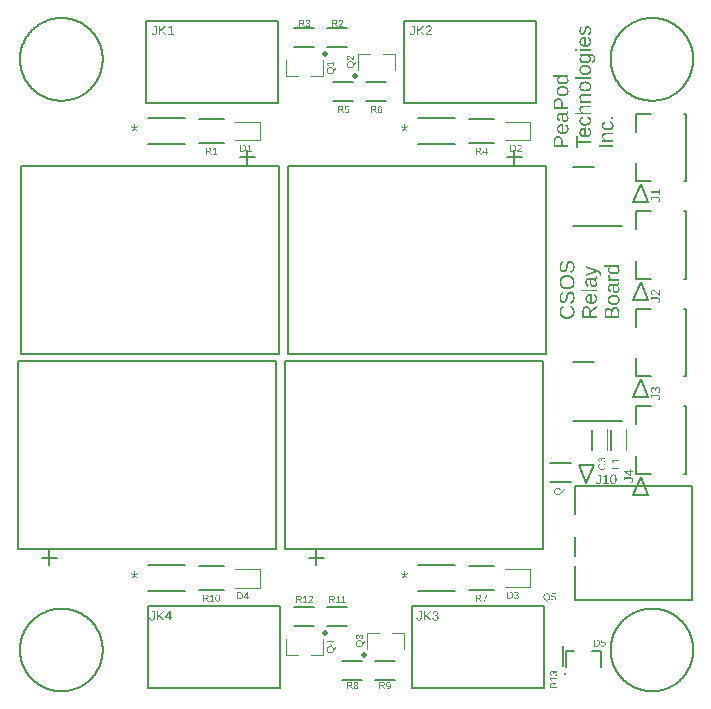
<source format=gbr>
G04 EAGLE Gerber RS-274X export*
G75*
%MOMM*%
%FSLAX34Y34*%
%LPD*%
%INSilkscreen Top*%
%IPPOS*%
%AMOC8*
5,1,8,0,0,1.08239X$1,22.5*%
G01*
G04 Define Apertures*
%ADD10C,0.152400*%
%ADD11C,0.500000*%
%ADD12C,0.120000*%
%ADD13C,0.200000*%
%ADD14C,0.127000*%
%ADD15C,0.100000*%
G36*
X443589Y496714D02*
X442981Y496728D01*
X442415Y496769D01*
X441889Y496838D01*
X441405Y496935D01*
X440962Y497058D01*
X440560Y497210D01*
X440199Y497388D01*
X439880Y497595D01*
X439600Y497829D01*
X439357Y498092D01*
X439151Y498384D01*
X438983Y498704D01*
X438853Y499053D01*
X438759Y499430D01*
X438703Y499836D01*
X438684Y500270D01*
X438692Y500518D01*
X438713Y500757D01*
X438749Y500988D01*
X438799Y501211D01*
X438864Y501425D01*
X438943Y501631D01*
X439036Y501829D01*
X439144Y502018D01*
X439398Y502367D01*
X439701Y502674D01*
X440053Y502938D01*
X440454Y503161D01*
X440454Y503178D01*
X439543Y503213D01*
X439041Y503248D01*
X438833Y503283D01*
X438833Y504781D01*
X439133Y504758D01*
X439560Y504742D01*
X440795Y504729D01*
X448039Y504729D01*
X448522Y504713D01*
X448975Y504667D01*
X449396Y504589D01*
X449786Y504481D01*
X450145Y504341D01*
X450472Y504171D01*
X450769Y503969D01*
X451034Y503737D01*
X451268Y503473D01*
X451471Y503179D01*
X451642Y502853D01*
X451783Y502497D01*
X451892Y502109D01*
X451970Y501691D01*
X452017Y501241D01*
X452032Y500761D01*
X452023Y500383D01*
X451994Y500025D01*
X451947Y499687D01*
X451880Y499368D01*
X451795Y499069D01*
X451690Y498790D01*
X451566Y498531D01*
X451424Y498291D01*
X451263Y498071D01*
X451087Y497872D01*
X450895Y497694D01*
X450687Y497536D01*
X450463Y497398D01*
X450222Y497281D01*
X449966Y497185D01*
X449694Y497109D01*
X449466Y498694D01*
X449776Y498797D01*
X450047Y498947D01*
X450281Y499145D01*
X450478Y499390D01*
X450633Y499681D01*
X450744Y500013D01*
X450810Y500388D01*
X450832Y500805D01*
X450822Y501090D01*
X450820Y501105D01*
X450789Y501357D01*
X450735Y501605D01*
X450660Y501835D01*
X450563Y502047D01*
X450444Y502240D01*
X450304Y502415D01*
X450143Y502572D01*
X449960Y502710D01*
X449755Y502829D01*
X449528Y502931D01*
X449281Y503014D01*
X449011Y503078D01*
X448720Y503124D01*
X448408Y503152D01*
X448074Y503161D01*
X446550Y503161D01*
X446550Y503143D01*
X446770Y503026D01*
X446977Y502899D01*
X447169Y502761D01*
X447348Y502613D01*
X447512Y502455D01*
X447662Y502286D01*
X447798Y502107D01*
X447912Y501930D01*
X447920Y501917D01*
X448028Y501718D01*
X448121Y501511D01*
X448200Y501295D01*
X448265Y501072D01*
X448315Y500840D01*
X448351Y500600D01*
X448373Y500352D01*
X448380Y500095D01*
X448362Y499674D01*
X448308Y499282D01*
X448218Y498918D01*
X448091Y498583D01*
X447928Y498278D01*
X447730Y498001D01*
X447495Y497753D01*
X447224Y497533D01*
X446914Y497341D01*
X446563Y497175D01*
X446171Y497034D01*
X445737Y496919D01*
X445262Y496830D01*
X444746Y496766D01*
X444188Y496727D01*
X443589Y496714D01*
G37*
%LPC*%
G36*
X443572Y498344D02*
X444041Y498352D01*
X444475Y498376D01*
X444876Y498416D01*
X445242Y498473D01*
X445574Y498545D01*
X445872Y498634D01*
X446136Y498739D01*
X446366Y498860D01*
X446565Y499001D01*
X446737Y499165D01*
X446883Y499351D01*
X447003Y499561D01*
X447096Y499794D01*
X447162Y500049D01*
X447202Y500328D01*
X447215Y500630D01*
X447208Y500813D01*
X447188Y500991D01*
X447154Y501165D01*
X447106Y501332D01*
X446969Y501653D01*
X446777Y501952D01*
X446535Y502225D01*
X446358Y502370D01*
X446244Y502464D01*
X445906Y502671D01*
X445520Y502845D01*
X445092Y502983D01*
X444624Y503082D01*
X444117Y503141D01*
X443572Y503161D01*
X443014Y503141D01*
X442495Y503082D01*
X442017Y502983D01*
X441579Y502845D01*
X441186Y502672D01*
X440841Y502466D01*
X440546Y502227D01*
X440300Y501956D01*
X440107Y501660D01*
X439969Y501344D01*
X439920Y501179D01*
X439886Y501010D01*
X439865Y500835D01*
X439858Y500656D01*
X439872Y500364D01*
X439913Y500093D01*
X439981Y499842D01*
X440077Y499611D01*
X440200Y499402D01*
X440351Y499212D01*
X440529Y499044D01*
X440734Y498895D01*
X440970Y498766D01*
X441240Y498654D01*
X441544Y498559D01*
X441881Y498482D01*
X442253Y498421D01*
X442659Y498378D01*
X443098Y498352D01*
X443572Y498344D01*
G37*
%LPD*%
G36*
X424565Y478777D02*
X423965Y478791D01*
X423404Y478831D01*
X422881Y478900D01*
X422397Y478995D01*
X421951Y479117D01*
X421545Y479267D01*
X421177Y479444D01*
X420847Y479648D01*
X420557Y479880D01*
X420305Y480139D01*
X420092Y480425D01*
X419918Y480738D01*
X419782Y481078D01*
X419686Y481446D01*
X419627Y481841D01*
X419608Y482263D01*
X419614Y482527D01*
X419633Y482779D01*
X419664Y483020D01*
X419707Y483250D01*
X419762Y483469D01*
X419830Y483677D01*
X419910Y483873D01*
X420002Y484058D01*
X420108Y484234D01*
X420228Y484400D01*
X420363Y484558D01*
X420512Y484707D01*
X420855Y484978D01*
X421255Y485215D01*
X421255Y485232D01*
X420195Y485215D01*
X416262Y485215D01*
X416262Y486791D01*
X427307Y486791D01*
X428535Y486804D01*
X428961Y486821D01*
X429260Y486844D01*
X429260Y485337D01*
X429028Y485310D01*
X428612Y485280D01*
X428139Y485257D01*
X427736Y485250D01*
X427736Y485215D01*
X428159Y484978D01*
X428347Y484846D01*
X428518Y484705D01*
X428673Y484556D01*
X428812Y484398D01*
X428934Y484230D01*
X429041Y484054D01*
X429133Y483868D01*
X429214Y483671D01*
X429281Y483463D01*
X429337Y483245D01*
X429380Y483016D01*
X429411Y482776D01*
X429429Y482525D01*
X429435Y482263D01*
X429416Y481829D01*
X429360Y481425D01*
X429265Y481050D01*
X429133Y480705D01*
X428963Y480390D01*
X428755Y480104D01*
X428510Y479848D01*
X428227Y479622D01*
X427905Y479424D01*
X427544Y479252D01*
X427145Y479107D01*
X426707Y478988D01*
X426230Y478896D01*
X425714Y478830D01*
X425159Y478790D01*
X424565Y478777D01*
G37*
%LPC*%
G36*
X424513Y480432D02*
X424992Y480441D01*
X425436Y480465D01*
X425845Y480506D01*
X426219Y480564D01*
X426557Y480638D01*
X426860Y480728D01*
X427127Y480835D01*
X427359Y480958D01*
X427561Y481100D01*
X427735Y481262D01*
X427882Y481444D01*
X428003Y481648D01*
X428097Y481871D01*
X428164Y482116D01*
X428204Y482380D01*
X428218Y482666D01*
X428203Y482989D01*
X428160Y483290D01*
X428087Y483567D01*
X427986Y483822D01*
X427855Y484053D01*
X427696Y484262D01*
X427507Y484448D01*
X427316Y484591D01*
X427289Y484610D01*
X427041Y484752D01*
X426761Y484875D01*
X426449Y484978D01*
X426105Y485063D01*
X425729Y485130D01*
X425320Y485177D01*
X424880Y485205D01*
X424408Y485215D01*
X423953Y485205D01*
X423529Y485177D01*
X423137Y485130D01*
X422777Y485063D01*
X422447Y484978D01*
X422150Y484875D01*
X421884Y484752D01*
X421649Y484610D01*
X421444Y484448D01*
X421266Y484263D01*
X421115Y484056D01*
X420992Y483826D01*
X420896Y483574D01*
X420828Y483300D01*
X420787Y483003D01*
X420773Y482683D01*
X420787Y482396D01*
X420828Y482129D01*
X420897Y481883D01*
X420993Y481657D01*
X421117Y481453D01*
X421268Y481269D01*
X421447Y481105D01*
X421653Y480962D01*
X421890Y480838D01*
X422162Y480730D01*
X422468Y480639D01*
X422808Y480565D01*
X423183Y480507D01*
X423592Y480465D01*
X424035Y480441D01*
X424513Y480432D01*
G37*
%LPD*%
G36*
X429260Y425651D02*
X416919Y425651D01*
X416919Y430845D01*
X416934Y431350D01*
X416980Y431825D01*
X417056Y432270D01*
X417162Y432687D01*
X417299Y433074D01*
X417466Y433432D01*
X417664Y433760D01*
X417891Y434060D01*
X418147Y434327D01*
X418427Y434558D01*
X418733Y434753D01*
X419063Y434914D01*
X419418Y435038D01*
X419798Y435127D01*
X420203Y435180D01*
X420633Y435198D01*
X421060Y435180D01*
X421464Y435127D01*
X421846Y435038D01*
X422205Y434913D01*
X422542Y434752D01*
X422856Y434555D01*
X423148Y434323D01*
X423418Y434055D01*
X423660Y433757D01*
X423870Y433433D01*
X424048Y433083D01*
X424193Y432708D01*
X424306Y432307D01*
X424387Y431880D01*
X424435Y431428D01*
X424452Y430950D01*
X424452Y427324D01*
X429260Y427324D01*
X429260Y425651D01*
G37*
%LPC*%
G36*
X423129Y427324D02*
X423129Y430714D01*
X423119Y431053D01*
X423090Y431371D01*
X423042Y431666D01*
X422974Y431940D01*
X422887Y432192D01*
X422780Y432422D01*
X422655Y432630D01*
X422509Y432816D01*
X422345Y432980D01*
X422161Y433122D01*
X421957Y433243D01*
X421735Y433341D01*
X421493Y433418D01*
X421231Y433473D01*
X420951Y433506D01*
X420650Y433517D01*
X420361Y433505D01*
X420090Y433472D01*
X419838Y433416D01*
X419604Y433337D01*
X419389Y433236D01*
X419193Y433113D01*
X419016Y432967D01*
X418857Y432798D01*
X418717Y432608D01*
X418596Y432394D01*
X418493Y432159D01*
X418409Y431901D01*
X418343Y431620D01*
X418297Y431317D01*
X418269Y430992D01*
X418259Y430644D01*
X418259Y427324D01*
X423129Y427324D01*
G37*
%LPD*%
G36*
X429260Y457558D02*
X416919Y457558D01*
X416919Y462752D01*
X416934Y463256D01*
X416980Y463731D01*
X417056Y464177D01*
X417162Y464593D01*
X417299Y464980D01*
X417466Y465338D01*
X417664Y465667D01*
X417891Y465966D01*
X418147Y466233D01*
X418427Y466464D01*
X418733Y466660D01*
X419063Y466820D01*
X419418Y466944D01*
X419798Y467033D01*
X420203Y467087D01*
X420633Y467104D01*
X421060Y467087D01*
X421464Y467033D01*
X421846Y466944D01*
X422205Y466819D01*
X422542Y466658D01*
X422856Y466462D01*
X423148Y466229D01*
X423418Y465962D01*
X423660Y465663D01*
X423870Y465339D01*
X424048Y464989D01*
X424193Y464614D01*
X424306Y464213D01*
X424387Y463786D01*
X424435Y463334D01*
X424452Y462857D01*
X424452Y459231D01*
X429260Y459231D01*
X429260Y457558D01*
G37*
%LPC*%
G36*
X423129Y459231D02*
X423129Y462620D01*
X423119Y462960D01*
X423090Y463277D01*
X423042Y463573D01*
X422974Y463846D01*
X422887Y464098D01*
X422780Y464328D01*
X422655Y464536D01*
X422509Y464722D01*
X422345Y464886D01*
X422161Y465029D01*
X421957Y465149D01*
X421735Y465248D01*
X421493Y465324D01*
X421231Y465379D01*
X420951Y465412D01*
X420650Y465423D01*
X420361Y465412D01*
X420090Y465378D01*
X419838Y465322D01*
X419604Y465243D01*
X419389Y465142D01*
X419193Y465019D01*
X419016Y464873D01*
X418857Y464705D01*
X418717Y464514D01*
X418596Y464301D01*
X418493Y464065D01*
X418409Y463807D01*
X418343Y463526D01*
X418297Y463223D01*
X418269Y462898D01*
X418259Y462550D01*
X418259Y459231D01*
X423129Y459231D01*
G37*
%LPD*%
G36*
X424513Y468808D02*
X423919Y468825D01*
X423363Y468875D01*
X422846Y468958D01*
X422367Y469074D01*
X421926Y469223D01*
X421524Y469406D01*
X421160Y469621D01*
X420834Y469870D01*
X420547Y470152D01*
X420298Y470468D01*
X420087Y470816D01*
X419915Y471198D01*
X419781Y471613D01*
X419685Y472061D01*
X419627Y472542D01*
X419608Y473056D01*
X419627Y473581D01*
X419683Y474070D01*
X419776Y474524D01*
X419907Y474941D01*
X420075Y475323D01*
X420281Y475669D01*
X420523Y475979D01*
X420804Y476253D01*
X421123Y476493D01*
X421484Y476701D01*
X421886Y476877D01*
X422329Y477022D01*
X422813Y477134D01*
X423338Y477214D01*
X423905Y477262D01*
X424513Y477278D01*
X425115Y477261D01*
X425677Y477209D01*
X426200Y477124D01*
X426683Y477004D01*
X427126Y476850D01*
X427530Y476662D01*
X427894Y476440D01*
X428218Y476183D01*
X428503Y475894D01*
X428750Y475574D01*
X428960Y475223D01*
X429131Y474841D01*
X429264Y474428D01*
X429359Y473984D01*
X429416Y473509D01*
X429435Y473004D01*
X429415Y472501D01*
X429356Y472029D01*
X429257Y471590D01*
X429119Y471182D01*
X428941Y470806D01*
X428723Y470461D01*
X428466Y470149D01*
X428170Y469868D01*
X427836Y469620D01*
X427466Y469404D01*
X427062Y469222D01*
X426623Y469073D01*
X426148Y468957D01*
X425638Y468874D01*
X425093Y468825D01*
X424513Y468808D01*
G37*
%LPC*%
G36*
X424513Y470464D02*
X424967Y470473D01*
X425392Y470502D01*
X425787Y470549D01*
X426154Y470616D01*
X426491Y470701D01*
X426800Y470806D01*
X427079Y470930D01*
X427329Y471072D01*
X427549Y471235D01*
X427741Y471420D01*
X427903Y471627D01*
X428035Y471855D01*
X428138Y472105D01*
X428211Y472377D01*
X428256Y472671D01*
X428270Y472986D01*
X428256Y473328D01*
X428213Y473645D01*
X428142Y473936D01*
X428043Y474202D01*
X427914Y474443D01*
X427758Y474659D01*
X427573Y474849D01*
X427359Y475014D01*
X427116Y475156D01*
X426840Y475280D01*
X426532Y475385D01*
X426192Y475470D01*
X425821Y475537D01*
X425417Y475584D01*
X424981Y475613D01*
X424513Y475622D01*
X424039Y475613D01*
X423599Y475586D01*
X423192Y475540D01*
X422819Y475477D01*
X422480Y475395D01*
X422174Y475295D01*
X421901Y475176D01*
X421662Y475040D01*
X421454Y474882D01*
X421273Y474699D01*
X421120Y474492D01*
X420995Y474259D01*
X420898Y474002D01*
X420829Y473720D01*
X420787Y473414D01*
X420773Y473082D01*
X420787Y472748D01*
X420830Y472438D01*
X420900Y472152D01*
X421000Y471890D01*
X421127Y471652D01*
X421283Y471438D01*
X421467Y471247D01*
X421680Y471081D01*
X421922Y470936D01*
X422197Y470811D01*
X422503Y470705D01*
X422841Y470618D01*
X423211Y470550D01*
X423613Y470502D01*
X424047Y470473D01*
X424513Y470464D01*
G37*
%LPD*%
G36*
X443563Y472777D02*
X442969Y472794D01*
X442413Y472843D01*
X441896Y472926D01*
X441417Y473042D01*
X440976Y473192D01*
X440574Y473374D01*
X440210Y473590D01*
X439884Y473839D01*
X439597Y474121D01*
X439348Y474436D01*
X439137Y474785D01*
X438965Y475166D01*
X438831Y475581D01*
X438735Y476029D01*
X438677Y476510D01*
X438658Y477025D01*
X438677Y477550D01*
X438733Y478039D01*
X438826Y478493D01*
X438957Y478910D01*
X439125Y479292D01*
X439331Y479638D01*
X439573Y479948D01*
X439854Y480222D01*
X440173Y480462D01*
X440534Y480670D01*
X440936Y480846D01*
X441379Y480990D01*
X441863Y481102D01*
X442388Y481182D01*
X442955Y481230D01*
X443563Y481246D01*
X444165Y481229D01*
X444727Y481178D01*
X445250Y481093D01*
X445733Y480973D01*
X446176Y480819D01*
X446580Y480631D01*
X446944Y480408D01*
X447268Y480152D01*
X447553Y479863D01*
X447800Y479542D01*
X448010Y479191D01*
X448181Y478809D01*
X448314Y478397D01*
X448409Y477953D01*
X448466Y477478D01*
X448485Y476972D01*
X448465Y476469D01*
X448406Y475998D01*
X448307Y475558D01*
X448169Y475151D01*
X447991Y474774D01*
X447773Y474430D01*
X447516Y474118D01*
X447220Y473837D01*
X446886Y473588D01*
X446516Y473373D01*
X446112Y473191D01*
X445673Y473042D01*
X445198Y472926D01*
X444688Y472843D01*
X444143Y472794D01*
X443563Y472777D01*
G37*
%LPC*%
G36*
X443563Y474432D02*
X444017Y474442D01*
X444442Y474470D01*
X444837Y474518D01*
X445204Y474585D01*
X445541Y474670D01*
X445850Y474775D01*
X446129Y474898D01*
X446379Y475041D01*
X446599Y475204D01*
X446791Y475389D01*
X446953Y475596D01*
X447085Y475824D01*
X447188Y476074D01*
X447261Y476346D01*
X447306Y476639D01*
X447320Y476955D01*
X447306Y477297D01*
X447263Y477614D01*
X447192Y477905D01*
X447093Y478171D01*
X446964Y478412D01*
X446808Y478627D01*
X446623Y478818D01*
X446409Y478982D01*
X446166Y479125D01*
X445890Y479249D01*
X445582Y479353D01*
X445242Y479439D01*
X444871Y479506D01*
X444467Y479553D01*
X444031Y479582D01*
X443563Y479591D01*
X443089Y479582D01*
X442649Y479555D01*
X442242Y479509D01*
X441869Y479446D01*
X441530Y479364D01*
X441224Y479264D01*
X440951Y479145D01*
X440712Y479009D01*
X440504Y478851D01*
X440323Y478668D01*
X440170Y478460D01*
X440045Y478228D01*
X439948Y477971D01*
X439879Y477689D01*
X439837Y477383D01*
X439823Y477051D01*
X439837Y476717D01*
X439880Y476407D01*
X439950Y476121D01*
X440050Y475859D01*
X440177Y475621D01*
X440333Y475406D01*
X440517Y475216D01*
X440730Y475050D01*
X440972Y474905D01*
X441247Y474780D01*
X441553Y474674D01*
X441891Y474587D01*
X442261Y474519D01*
X442663Y474471D01*
X443097Y474442D01*
X443563Y474432D01*
G37*
%LPD*%
G36*
X443563Y486746D02*
X442969Y486762D01*
X442413Y486812D01*
X441896Y486895D01*
X441417Y487011D01*
X440976Y487161D01*
X440574Y487343D01*
X440210Y487559D01*
X439884Y487808D01*
X439597Y488090D01*
X439348Y488405D01*
X439137Y488754D01*
X438965Y489135D01*
X438831Y489550D01*
X438735Y489998D01*
X438677Y490479D01*
X438658Y490994D01*
X438677Y491519D01*
X438733Y492008D01*
X438826Y492461D01*
X438957Y492879D01*
X439125Y493261D01*
X439331Y493606D01*
X439573Y493916D01*
X439854Y494190D01*
X440173Y494431D01*
X440534Y494639D01*
X440936Y494815D01*
X441379Y494959D01*
X441863Y495071D01*
X442388Y495151D01*
X442955Y495199D01*
X443563Y495215D01*
X444165Y495198D01*
X444727Y495147D01*
X445250Y495061D01*
X445733Y494942D01*
X446176Y494788D01*
X446580Y494599D01*
X446944Y494377D01*
X447268Y494120D01*
X447553Y493831D01*
X447800Y493511D01*
X448010Y493160D01*
X448181Y492778D01*
X448314Y492365D01*
X448409Y491921D01*
X448466Y491447D01*
X448485Y490941D01*
X448465Y490438D01*
X448406Y489967D01*
X448307Y489527D01*
X448169Y489119D01*
X447991Y488743D01*
X447773Y488399D01*
X447516Y488086D01*
X447220Y487806D01*
X446886Y487557D01*
X446516Y487342D01*
X446112Y487160D01*
X445673Y487011D01*
X445198Y486895D01*
X444688Y486812D01*
X444143Y486762D01*
X443563Y486746D01*
G37*
%LPC*%
G36*
X443563Y488401D02*
X444017Y488411D01*
X444442Y488439D01*
X444837Y488487D01*
X445204Y488553D01*
X445541Y488639D01*
X445850Y488744D01*
X446129Y488867D01*
X446379Y489010D01*
X446599Y489173D01*
X446791Y489358D01*
X446953Y489564D01*
X447085Y489793D01*
X447188Y490043D01*
X447261Y490315D01*
X447306Y490608D01*
X447320Y490924D01*
X447306Y491266D01*
X447263Y491582D01*
X447192Y491874D01*
X447093Y492140D01*
X446964Y492381D01*
X446808Y492596D01*
X446623Y492786D01*
X446409Y492951D01*
X446166Y493094D01*
X445890Y493217D01*
X445582Y493322D01*
X445242Y493408D01*
X444871Y493474D01*
X444467Y493522D01*
X444031Y493550D01*
X443563Y493560D01*
X443089Y493551D01*
X442649Y493523D01*
X442242Y493478D01*
X441869Y493414D01*
X441530Y493332D01*
X441224Y493232D01*
X440951Y493114D01*
X440712Y492977D01*
X440504Y492819D01*
X440323Y492637D01*
X440170Y492429D01*
X440045Y492197D01*
X439948Y491940D01*
X439879Y491658D01*
X439837Y491351D01*
X439823Y491020D01*
X439837Y490686D01*
X439880Y490376D01*
X439950Y490090D01*
X440050Y489828D01*
X440177Y489589D01*
X440333Y489375D01*
X440517Y489185D01*
X440730Y489019D01*
X440972Y488874D01*
X441247Y488748D01*
X441553Y488642D01*
X441891Y488555D01*
X442261Y488488D01*
X442663Y488440D01*
X443097Y488411D01*
X443563Y488401D01*
G37*
%LPD*%
G36*
X426615Y446879D02*
X426258Y446895D01*
X425922Y446940D01*
X425607Y447016D01*
X425314Y447121D01*
X425043Y447258D01*
X424792Y447424D01*
X424563Y447620D01*
X424355Y447847D01*
X424170Y448108D01*
X424007Y448405D01*
X423868Y448740D01*
X423751Y449112D01*
X423657Y449521D01*
X423587Y449967D01*
X423539Y450450D01*
X423514Y450970D01*
X423479Y453098D01*
X422963Y453098D01*
X422684Y453090D01*
X422426Y453067D01*
X422188Y453029D01*
X421971Y452975D01*
X421774Y452906D01*
X421598Y452822D01*
X421442Y452723D01*
X421307Y452608D01*
X421190Y452476D01*
X421089Y452327D01*
X421003Y452161D01*
X420933Y451977D01*
X420878Y451776D01*
X420839Y451557D01*
X420816Y451320D01*
X420808Y451066D01*
X420830Y450572D01*
X420859Y450353D01*
X420898Y450151D01*
X420948Y449967D01*
X421010Y449802D01*
X421083Y449654D01*
X421167Y449525D01*
X421264Y449410D01*
X421374Y449308D01*
X421497Y449217D01*
X421634Y449139D01*
X421784Y449073D01*
X421947Y449019D01*
X422124Y448977D01*
X422315Y448947D01*
X422166Y447300D01*
X421856Y447362D01*
X421566Y447447D01*
X421296Y447556D01*
X421047Y447689D01*
X420817Y447844D01*
X420607Y448023D01*
X420417Y448226D01*
X420247Y448452D01*
X420098Y448701D01*
X419968Y448974D01*
X419858Y449270D01*
X419768Y449589D01*
X419698Y449932D01*
X419648Y450298D01*
X419618Y450688D01*
X419608Y451101D01*
X419621Y451534D01*
X419659Y451939D01*
X419723Y452317D01*
X419813Y452667D01*
X419928Y452989D01*
X420069Y453284D01*
X420235Y453551D01*
X420427Y453790D01*
X420643Y454001D01*
X420882Y454185D01*
X421144Y454340D01*
X421429Y454467D01*
X421736Y454565D01*
X422067Y454636D01*
X422420Y454678D01*
X422796Y454692D01*
X426878Y454692D01*
X427206Y454704D01*
X427492Y454738D01*
X427734Y454796D01*
X427933Y454876D01*
X428088Y454989D01*
X428199Y455143D01*
X428266Y455339D01*
X428288Y455577D01*
X428273Y455820D01*
X428227Y456093D01*
X429207Y456093D01*
X429269Y455794D01*
X429313Y455491D01*
X429339Y455185D01*
X429348Y454876D01*
X429340Y454665D01*
X429319Y454468D01*
X429283Y454286D01*
X429233Y454120D01*
X429168Y453968D01*
X429089Y453831D01*
X428996Y453709D01*
X428888Y453602D01*
X428765Y453507D01*
X428625Y453424D01*
X428470Y453351D01*
X428298Y453290D01*
X428109Y453239D01*
X427905Y453199D01*
X427447Y453151D01*
X427447Y453098D01*
X427950Y452784D01*
X428172Y452617D01*
X428374Y452444D01*
X428557Y452266D01*
X428719Y452081D01*
X428861Y451890D01*
X428984Y451692D01*
X429090Y451487D01*
X429181Y451270D01*
X429259Y451043D01*
X429322Y450804D01*
X429372Y450555D01*
X429407Y450296D01*
X429428Y450025D01*
X429435Y449744D01*
X429423Y449398D01*
X429388Y449074D01*
X429329Y448773D01*
X429247Y448493D01*
X429141Y448236D01*
X429012Y448001D01*
X428859Y447788D01*
X428682Y447598D01*
X428485Y447429D01*
X428270Y447283D01*
X428038Y447160D01*
X427789Y447059D01*
X427521Y446980D01*
X427237Y446924D01*
X426935Y446891D01*
X426615Y446879D01*
G37*
%LPC*%
G36*
X426641Y448500D02*
X426828Y448506D01*
X427005Y448526D01*
X427170Y448558D01*
X427324Y448604D01*
X427468Y448662D01*
X427600Y448734D01*
X427722Y448818D01*
X427832Y448916D01*
X427931Y449025D01*
X428016Y449146D01*
X428089Y449278D01*
X428148Y449421D01*
X428194Y449574D01*
X428227Y449739D01*
X428246Y449915D01*
X428253Y450103D01*
X428247Y450316D01*
X428228Y450524D01*
X428154Y450922D01*
X428031Y451295D01*
X427859Y451644D01*
X427643Y451964D01*
X427391Y452247D01*
X427102Y452496D01*
X426777Y452708D01*
X426431Y452879D01*
X426080Y453001D01*
X425723Y453074D01*
X425362Y453098D01*
X424583Y453098D01*
X424618Y451373D01*
X424639Y450850D01*
X424684Y450395D01*
X424753Y450007D01*
X424846Y449687D01*
X424965Y449416D01*
X425113Y449180D01*
X425289Y448976D01*
X425494Y448806D01*
X425730Y448672D01*
X426000Y448576D01*
X426303Y448519D01*
X426641Y448500D01*
G37*
%LPD*%
G36*
X424460Y436879D02*
X423891Y436897D01*
X423355Y436948D01*
X422854Y437034D01*
X422387Y437154D01*
X421954Y437309D01*
X421555Y437498D01*
X421191Y437721D01*
X420861Y437979D01*
X420567Y438268D01*
X420313Y438587D01*
X420097Y438935D01*
X419921Y439313D01*
X419784Y439720D01*
X419686Y440157D01*
X419628Y440623D01*
X419608Y441119D01*
X419628Y441625D01*
X419687Y442098D01*
X419785Y442538D01*
X419923Y442946D01*
X420100Y443322D01*
X420316Y443664D01*
X420572Y443975D01*
X420867Y444252D01*
X421202Y444497D01*
X421575Y444709D01*
X421988Y444888D01*
X422441Y445035D01*
X422933Y445150D01*
X423464Y445231D01*
X424034Y445280D01*
X424644Y445296D01*
X424854Y445296D01*
X424854Y438535D01*
X425250Y438545D01*
X425622Y438577D01*
X425972Y438630D01*
X426297Y438703D01*
X426600Y438798D01*
X426879Y438914D01*
X427135Y439051D01*
X427368Y439209D01*
X427576Y439388D01*
X427755Y439585D01*
X427907Y439803D01*
X428032Y440039D01*
X428128Y440295D01*
X428198Y440571D01*
X428239Y440866D01*
X428253Y441180D01*
X428246Y441430D01*
X428227Y441667D01*
X428195Y441891D01*
X428150Y442103D01*
X428092Y442302D01*
X428021Y442488D01*
X427938Y442661D01*
X427841Y442822D01*
X427622Y443106D01*
X427375Y443340D01*
X427101Y443524D01*
X426799Y443659D01*
X427193Y445042D01*
X427465Y444928D01*
X427719Y444796D01*
X427955Y444648D01*
X428174Y444482D01*
X428375Y444300D01*
X428559Y444101D01*
X428726Y443885D01*
X428875Y443652D01*
X429006Y443402D01*
X429120Y443135D01*
X429216Y442852D01*
X429295Y442551D01*
X429356Y442234D01*
X429400Y441899D01*
X429426Y441548D01*
X429435Y441180D01*
X429416Y440670D01*
X429357Y440192D01*
X429259Y439744D01*
X429122Y439329D01*
X428946Y438944D01*
X428731Y438591D01*
X428476Y438269D01*
X428183Y437979D01*
X427851Y437721D01*
X427480Y437498D01*
X427072Y437309D01*
X426626Y437154D01*
X426142Y437034D01*
X425619Y436948D01*
X425059Y436897D01*
X424460Y436879D01*
G37*
%LPC*%
G36*
X423646Y438552D02*
X423646Y443667D01*
X423284Y443627D01*
X422948Y443570D01*
X422636Y443499D01*
X422351Y443411D01*
X422090Y443308D01*
X421855Y443189D01*
X421645Y443055D01*
X421461Y442905D01*
X421299Y442739D01*
X421160Y442556D01*
X421042Y442355D01*
X420945Y442137D01*
X420870Y441902D01*
X420816Y441649D01*
X420784Y441379D01*
X420773Y441092D01*
X420785Y440813D01*
X420821Y440549D01*
X420881Y440299D01*
X420965Y440064D01*
X421072Y439845D01*
X421204Y439640D01*
X421360Y439450D01*
X421539Y439275D01*
X421740Y439117D01*
X421958Y438979D01*
X422195Y438859D01*
X422449Y438759D01*
X422721Y438679D01*
X423012Y438617D01*
X423320Y438575D01*
X423646Y438552D01*
G37*
%LPD*%
G36*
X443510Y433879D02*
X442941Y433897D01*
X442405Y433948D01*
X441904Y434034D01*
X441437Y434154D01*
X441004Y434309D01*
X440605Y434498D01*
X440241Y434721D01*
X439911Y434979D01*
X439617Y435268D01*
X439363Y435587D01*
X439147Y435935D01*
X438971Y436313D01*
X438834Y436720D01*
X438736Y437157D01*
X438678Y437623D01*
X438658Y438119D01*
X438678Y438625D01*
X438737Y439098D01*
X438835Y439538D01*
X438973Y439946D01*
X439150Y440322D01*
X439366Y440664D01*
X439622Y440975D01*
X439917Y441252D01*
X440252Y441497D01*
X440625Y441709D01*
X441038Y441888D01*
X441491Y442035D01*
X441983Y442150D01*
X442514Y442231D01*
X443084Y442280D01*
X443694Y442296D01*
X443904Y442296D01*
X443904Y435535D01*
X444300Y435545D01*
X444672Y435577D01*
X445022Y435630D01*
X445347Y435703D01*
X445650Y435798D01*
X445929Y435914D01*
X446185Y436051D01*
X446418Y436209D01*
X446626Y436388D01*
X446805Y436585D01*
X446957Y436803D01*
X447082Y437039D01*
X447178Y437295D01*
X447248Y437571D01*
X447289Y437866D01*
X447303Y438180D01*
X447296Y438430D01*
X447277Y438667D01*
X447245Y438891D01*
X447200Y439103D01*
X447142Y439302D01*
X447071Y439488D01*
X446988Y439661D01*
X446891Y439822D01*
X446672Y440106D01*
X446425Y440340D01*
X446151Y440524D01*
X445849Y440659D01*
X446243Y442042D01*
X446515Y441928D01*
X446769Y441796D01*
X447005Y441648D01*
X447224Y441482D01*
X447425Y441300D01*
X447609Y441101D01*
X447776Y440885D01*
X447925Y440652D01*
X448056Y440402D01*
X448170Y440135D01*
X448266Y439852D01*
X448345Y439551D01*
X448406Y439234D01*
X448450Y438899D01*
X448476Y438548D01*
X448485Y438180D01*
X448466Y437670D01*
X448407Y437192D01*
X448309Y436744D01*
X448172Y436329D01*
X447996Y435944D01*
X447781Y435591D01*
X447526Y435269D01*
X447233Y434979D01*
X446901Y434721D01*
X446530Y434498D01*
X446122Y434309D01*
X445676Y434154D01*
X445192Y434034D01*
X444669Y433948D01*
X444109Y433897D01*
X443510Y433879D01*
G37*
%LPC*%
G36*
X442696Y435552D02*
X442696Y440667D01*
X442334Y440627D01*
X441998Y440570D01*
X441686Y440499D01*
X441401Y440411D01*
X441140Y440308D01*
X440905Y440189D01*
X440695Y440055D01*
X440511Y439905D01*
X440349Y439739D01*
X440210Y439556D01*
X440092Y439355D01*
X439995Y439137D01*
X439920Y438902D01*
X439866Y438649D01*
X439834Y438379D01*
X439823Y438092D01*
X439835Y437813D01*
X439871Y437549D01*
X439931Y437299D01*
X440015Y437064D01*
X440122Y436845D01*
X440254Y436640D01*
X440410Y436450D01*
X440589Y436275D01*
X440790Y436117D01*
X441008Y435979D01*
X441245Y435859D01*
X441499Y435759D01*
X441771Y435679D01*
X442062Y435617D01*
X442370Y435575D01*
X442696Y435552D01*
G37*
%LPD*%
G36*
X443510Y510692D02*
X442941Y510709D01*
X442405Y510761D01*
X441904Y510847D01*
X441437Y510967D01*
X441004Y511121D01*
X440605Y511310D01*
X440241Y511534D01*
X439911Y511791D01*
X439617Y512081D01*
X439363Y512400D01*
X439147Y512748D01*
X438971Y513126D01*
X438834Y513533D01*
X438736Y513970D01*
X438678Y514436D01*
X438658Y514931D01*
X438678Y515437D01*
X438737Y515910D01*
X438835Y516351D01*
X438973Y516759D01*
X439150Y517134D01*
X439366Y517477D01*
X439622Y517787D01*
X439917Y518064D01*
X440252Y518309D01*
X440625Y518521D01*
X441038Y518701D01*
X441491Y518848D01*
X441983Y518962D01*
X442514Y519044D01*
X443084Y519093D01*
X443694Y519109D01*
X443904Y519109D01*
X443904Y512347D01*
X444300Y512358D01*
X444672Y512390D01*
X445022Y512442D01*
X445347Y512516D01*
X445650Y512611D01*
X445929Y512727D01*
X446185Y512864D01*
X446418Y513022D01*
X446626Y513200D01*
X446805Y513398D01*
X446957Y513615D01*
X447082Y513852D01*
X447178Y514108D01*
X447248Y514383D01*
X447289Y514678D01*
X447303Y514992D01*
X447296Y515242D01*
X447277Y515479D01*
X447245Y515704D01*
X447200Y515915D01*
X447142Y516114D01*
X447071Y516300D01*
X446988Y516474D01*
X446891Y516635D01*
X446672Y516918D01*
X446425Y517153D01*
X446151Y517337D01*
X445849Y517471D01*
X446243Y518855D01*
X446515Y518740D01*
X446769Y518609D01*
X447005Y518460D01*
X447224Y518295D01*
X447425Y518113D01*
X447609Y517914D01*
X447776Y517697D01*
X447925Y517465D01*
X448056Y517215D01*
X448170Y516948D01*
X448266Y516664D01*
X448345Y516364D01*
X448406Y516046D01*
X448450Y515712D01*
X448476Y515361D01*
X448485Y514992D01*
X448466Y514483D01*
X448407Y514004D01*
X448309Y513557D01*
X448172Y513141D01*
X447996Y512757D01*
X447781Y512403D01*
X447526Y512082D01*
X447233Y511791D01*
X446901Y511534D01*
X446530Y511310D01*
X446122Y511121D01*
X445676Y510967D01*
X445192Y510847D01*
X444669Y510761D01*
X444109Y510709D01*
X443510Y510692D01*
G37*
%LPC*%
G36*
X442696Y512365D02*
X442696Y517480D01*
X442334Y517439D01*
X441998Y517383D01*
X441686Y517311D01*
X441401Y517224D01*
X441140Y517121D01*
X440905Y517002D01*
X440695Y516868D01*
X440511Y516718D01*
X440349Y516552D01*
X440210Y516368D01*
X440092Y516167D01*
X439995Y515949D01*
X439920Y515714D01*
X439866Y515462D01*
X439834Y515192D01*
X439823Y514905D01*
X439835Y514625D01*
X439871Y514361D01*
X439931Y514111D01*
X440015Y513877D01*
X440122Y513657D01*
X440254Y513452D01*
X440410Y513262D01*
X440589Y513087D01*
X440790Y512930D01*
X441008Y512791D01*
X441245Y512672D01*
X441499Y512572D01*
X441771Y512491D01*
X442062Y512430D01*
X442370Y512388D01*
X442696Y512365D01*
G37*
%LPD*%
G36*
X448310Y453330D02*
X435312Y453330D01*
X435312Y454907D01*
X438693Y454907D01*
X439236Y454899D01*
X439797Y454876D01*
X440454Y454836D01*
X440454Y454863D01*
X440020Y455130D01*
X439649Y455422D01*
X439339Y455740D01*
X439092Y456085D01*
X438990Y456269D01*
X438902Y456465D01*
X438827Y456673D01*
X438767Y456894D01*
X438719Y457126D01*
X438685Y457370D01*
X438665Y457625D01*
X438658Y457893D01*
X438670Y458266D01*
X438706Y458613D01*
X438766Y458935D01*
X438850Y459232D01*
X438957Y459504D01*
X439089Y459750D01*
X439245Y459971D01*
X439424Y460166D01*
X439632Y460337D01*
X439873Y460486D01*
X440145Y460612D01*
X440450Y460715D01*
X440788Y460795D01*
X441158Y460852D01*
X441560Y460886D01*
X441995Y460897D01*
X448310Y460897D01*
X448310Y459312D01*
X442302Y459312D01*
X441834Y459301D01*
X441431Y459266D01*
X441092Y459209D01*
X440817Y459128D01*
X440590Y459021D01*
X440396Y458885D01*
X440233Y458719D01*
X440103Y458524D01*
X440004Y458293D01*
X439932Y458022D01*
X439890Y457711D01*
X439876Y457359D01*
X439888Y457088D01*
X439924Y456830D01*
X439984Y456587D01*
X440068Y456357D01*
X440177Y456141D01*
X440309Y455939D01*
X440466Y455751D01*
X440646Y455577D01*
X440847Y455419D01*
X441065Y455283D01*
X441300Y455168D01*
X441551Y455074D01*
X441818Y455001D01*
X442103Y454948D01*
X442404Y454917D01*
X442722Y454907D01*
X448310Y454907D01*
X448310Y453330D01*
G37*
G36*
X438833Y463246D02*
X438833Y464735D01*
X439070Y464753D01*
X439512Y464775D01*
X440454Y464805D01*
X440454Y464831D01*
X439999Y465114D01*
X439616Y465417D01*
X439452Y465577D01*
X439305Y465742D01*
X439176Y465913D01*
X439065Y466088D01*
X438970Y466272D01*
X438887Y466467D01*
X438817Y466672D01*
X438760Y466889D01*
X438715Y467116D01*
X438684Y467354D01*
X438664Y467602D01*
X438658Y467862D01*
X438670Y468239D01*
X438707Y468589D01*
X438767Y468914D01*
X438852Y469212D01*
X438961Y469484D01*
X439094Y469730D01*
X439252Y469950D01*
X439433Y470144D01*
X439643Y470313D01*
X439884Y470460D01*
X440157Y470584D01*
X440461Y470685D01*
X440797Y470764D01*
X441165Y470821D01*
X441564Y470855D01*
X441995Y470866D01*
X448310Y470866D01*
X448310Y469281D01*
X442302Y469281D01*
X441859Y469269D01*
X441470Y469235D01*
X441132Y469177D01*
X440848Y469097D01*
X440607Y468991D01*
X440403Y468858D01*
X440235Y468698D01*
X440103Y468510D01*
X440004Y468285D01*
X439932Y468013D01*
X439890Y467694D01*
X439876Y467328D01*
X439888Y467051D01*
X439924Y466788D01*
X439985Y466541D01*
X440070Y466309D01*
X440180Y466093D01*
X440314Y465891D01*
X440472Y465704D01*
X440655Y465532D01*
X440859Y465378D01*
X441083Y465245D01*
X441325Y465132D01*
X441586Y465039D01*
X441866Y464968D01*
X442164Y464916D01*
X442482Y464886D01*
X442818Y464875D01*
X448310Y464875D01*
X448310Y463299D01*
X440857Y463299D01*
X439523Y463286D01*
X439098Y463269D01*
X438833Y463246D01*
G37*
G36*
X457883Y430340D02*
X457883Y431829D01*
X458120Y431846D01*
X458562Y431868D01*
X459504Y431899D01*
X459504Y431925D01*
X459049Y432207D01*
X458666Y432511D01*
X458502Y432671D01*
X458355Y432836D01*
X458226Y433006D01*
X458115Y433182D01*
X458020Y433366D01*
X457937Y433561D01*
X457867Y433766D01*
X457810Y433982D01*
X457765Y434209D01*
X457734Y434447D01*
X457714Y434696D01*
X457708Y434956D01*
X457720Y435332D01*
X457757Y435683D01*
X457817Y436007D01*
X457902Y436306D01*
X458011Y436578D01*
X458144Y436824D01*
X458302Y437044D01*
X458483Y437237D01*
X458693Y437407D01*
X458934Y437553D01*
X459207Y437678D01*
X459511Y437779D01*
X459847Y437858D01*
X460215Y437915D01*
X460614Y437949D01*
X461045Y437960D01*
X467360Y437960D01*
X467360Y436375D01*
X461352Y436375D01*
X460909Y436363D01*
X460520Y436329D01*
X460182Y436271D01*
X459898Y436191D01*
X459657Y436085D01*
X459453Y435952D01*
X459285Y435792D01*
X459153Y435604D01*
X459054Y435379D01*
X458982Y435107D01*
X458940Y434788D01*
X458926Y434421D01*
X458938Y434144D01*
X458974Y433882D01*
X459035Y433635D01*
X459120Y433403D01*
X459230Y433186D01*
X459364Y432984D01*
X459522Y432798D01*
X459705Y432626D01*
X459909Y432472D01*
X460133Y432339D01*
X460375Y432226D01*
X460636Y432133D01*
X460916Y432061D01*
X461214Y432010D01*
X461532Y431979D01*
X461868Y431969D01*
X467360Y431969D01*
X467360Y430392D01*
X459907Y430392D01*
X458573Y430379D01*
X458148Y430363D01*
X457883Y430340D01*
G37*
G36*
X446085Y520398D02*
X445814Y521791D01*
X445998Y521848D01*
X446169Y521918D01*
X446328Y522002D01*
X446474Y522099D01*
X446607Y522210D01*
X446728Y522334D01*
X446836Y522472D01*
X446931Y522623D01*
X447014Y522788D01*
X447086Y522969D01*
X447147Y523165D01*
X447197Y523376D01*
X447263Y523844D01*
X447285Y524374D01*
X447280Y524664D01*
X447262Y524934D01*
X447234Y525184D01*
X447193Y525413D01*
X447142Y525623D01*
X447078Y525812D01*
X447004Y525981D01*
X446917Y526130D01*
X446820Y526261D01*
X446711Y526374D01*
X446590Y526469D01*
X446458Y526548D01*
X446314Y526608D01*
X446159Y526652D01*
X445992Y526678D01*
X445814Y526687D01*
X445547Y526663D01*
X445306Y526590D01*
X445091Y526470D01*
X444903Y526301D01*
X444735Y526079D01*
X444583Y525798D01*
X444446Y525457D01*
X444325Y525058D01*
X444027Y523928D01*
X443853Y523298D01*
X443680Y522766D01*
X443509Y522332D01*
X443340Y521996D01*
X443162Y521725D01*
X442966Y521485D01*
X442752Y521276D01*
X442521Y521099D01*
X442266Y520957D01*
X441984Y520856D01*
X441675Y520795D01*
X441338Y520775D01*
X441024Y520789D01*
X440729Y520832D01*
X440453Y520905D01*
X440196Y521006D01*
X439959Y521136D01*
X439741Y521294D01*
X439543Y521482D01*
X439363Y521699D01*
X439204Y521943D01*
X439066Y522213D01*
X438950Y522511D01*
X438854Y522834D01*
X438780Y523184D01*
X438727Y523560D01*
X438695Y523963D01*
X438684Y524392D01*
X438693Y524774D01*
X438719Y525136D01*
X438762Y525477D01*
X438822Y525799D01*
X438900Y526100D01*
X438995Y526381D01*
X439107Y526643D01*
X439236Y526884D01*
X439385Y527104D01*
X439554Y527303D01*
X439744Y527481D01*
X439954Y527638D01*
X440186Y527774D01*
X440438Y527888D01*
X440711Y527981D01*
X441005Y528053D01*
X441181Y526634D01*
X441028Y526594D01*
X440884Y526541D01*
X440749Y526473D01*
X440623Y526392D01*
X440400Y526188D01*
X440213Y525929D01*
X440065Y525618D01*
X439960Y525258D01*
X439897Y524849D01*
X439876Y524392D01*
X439896Y523893D01*
X439957Y523463D01*
X440002Y523275D01*
X440058Y523104D01*
X440124Y522951D01*
X440200Y522815D01*
X440286Y522696D01*
X440382Y522593D01*
X440489Y522506D01*
X440607Y522434D01*
X440735Y522379D01*
X440873Y522339D01*
X441022Y522315D01*
X441181Y522307D01*
X441373Y522320D01*
X441548Y522360D01*
X441706Y522426D01*
X441846Y522518D01*
X441973Y522635D01*
X442089Y522778D01*
X442196Y522946D01*
X442293Y523139D01*
X442394Y523402D01*
X442512Y523779D01*
X442801Y524874D01*
X442956Y525456D01*
X443104Y525951D01*
X443247Y526358D01*
X443383Y526678D01*
X443520Y526939D01*
X443665Y527172D01*
X443816Y527375D01*
X443975Y527549D01*
X444143Y527700D01*
X444324Y527833D01*
X444517Y527948D01*
X444723Y528044D01*
X444943Y528121D01*
X445178Y528176D01*
X445427Y528208D01*
X445691Y528219D01*
X446017Y528204D01*
X446323Y528156D01*
X446610Y528077D01*
X446878Y527966D01*
X447127Y527824D01*
X447356Y527650D01*
X447567Y527445D01*
X447758Y527208D01*
X447929Y526942D01*
X448076Y526651D01*
X448201Y526335D01*
X448303Y525994D01*
X448383Y525627D01*
X448440Y525235D01*
X448474Y524817D01*
X448485Y524374D01*
X448476Y523945D01*
X448449Y523540D01*
X448403Y523161D01*
X448340Y522808D01*
X448258Y522479D01*
X448158Y522176D01*
X448039Y521899D01*
X447903Y521646D01*
X447747Y521417D01*
X447571Y521208D01*
X447374Y521021D01*
X447157Y520855D01*
X446920Y520709D01*
X446662Y520584D01*
X446384Y520481D01*
X446085Y520398D01*
G37*
G36*
X437336Y424583D02*
X435969Y424583D01*
X435969Y434725D01*
X437336Y434725D01*
X437336Y430486D01*
X448310Y430486D01*
X448310Y428822D01*
X437336Y428822D01*
X437336Y424583D01*
G37*
G36*
X443563Y443879D02*
X442983Y443896D01*
X442438Y443945D01*
X441929Y444027D01*
X441455Y444142D01*
X441017Y444290D01*
X440614Y444471D01*
X440247Y444684D01*
X439915Y444931D01*
X439620Y445208D01*
X439365Y445513D01*
X439149Y445847D01*
X438972Y446209D01*
X438835Y446600D01*
X438737Y447019D01*
X438678Y447467D01*
X438658Y447943D01*
X438670Y448299D01*
X438705Y448639D01*
X438764Y448964D01*
X438846Y449274D01*
X438952Y449568D01*
X439082Y449846D01*
X439235Y450109D01*
X439411Y450356D01*
X439609Y450585D01*
X439824Y450791D01*
X440056Y450975D01*
X440307Y451137D01*
X440575Y451276D01*
X440861Y451394D01*
X441165Y451488D01*
X441487Y451561D01*
X441610Y449940D01*
X441236Y449856D01*
X440902Y449724D01*
X440610Y449545D01*
X440357Y449319D01*
X440248Y449187D01*
X440154Y449043D01*
X440074Y448885D01*
X440009Y448714D01*
X439958Y448530D01*
X439922Y448333D01*
X439900Y448123D01*
X439893Y447900D01*
X439906Y447597D01*
X439945Y447317D01*
X440010Y447058D01*
X440101Y446820D01*
X440218Y446604D01*
X440361Y446410D01*
X440530Y446238D01*
X440725Y446087D01*
X440951Y445955D01*
X441212Y445841D01*
X441509Y445745D01*
X441842Y445666D01*
X442210Y445605D01*
X442614Y445561D01*
X443053Y445535D01*
X443528Y445526D01*
X443985Y445535D01*
X444412Y445563D01*
X444809Y445610D01*
X445174Y445675D01*
X445509Y445759D01*
X445814Y445861D01*
X446088Y445982D01*
X446331Y446122D01*
X446544Y446280D01*
X446729Y446457D01*
X446886Y446653D01*
X447014Y446868D01*
X447113Y447102D01*
X447185Y447355D01*
X447227Y447627D01*
X447241Y447917D01*
X447234Y448123D01*
X447213Y448320D01*
X447177Y448509D01*
X447128Y448689D01*
X447064Y448860D01*
X446985Y449023D01*
X446893Y449177D01*
X446786Y449323D01*
X446665Y449457D01*
X446528Y449578D01*
X446375Y449686D01*
X446208Y449779D01*
X446025Y449860D01*
X445827Y449926D01*
X445613Y449980D01*
X445385Y450019D01*
X445490Y451613D01*
X445823Y451555D01*
X446138Y451472D01*
X446437Y451363D01*
X446718Y451230D01*
X446982Y451072D01*
X447229Y450889D01*
X447458Y450681D01*
X447671Y450448D01*
X447862Y450195D01*
X448027Y449925D01*
X448167Y449639D01*
X448282Y449336D01*
X448371Y449017D01*
X448434Y448681D01*
X448472Y448329D01*
X448485Y447961D01*
X448466Y447479D01*
X448407Y447026D01*
X448308Y446602D01*
X448171Y446208D01*
X447994Y445844D01*
X447778Y445508D01*
X447523Y445203D01*
X447228Y444926D01*
X446896Y444681D01*
X446528Y444468D01*
X446124Y444288D01*
X445684Y444141D01*
X445207Y444027D01*
X444695Y443945D01*
X444147Y443896D01*
X443563Y443879D01*
G37*
G36*
X462613Y439879D02*
X462033Y439896D01*
X461488Y439945D01*
X460979Y440027D01*
X460505Y440142D01*
X460067Y440290D01*
X459664Y440471D01*
X459297Y440684D01*
X458965Y440931D01*
X458670Y441208D01*
X458415Y441513D01*
X458199Y441847D01*
X458022Y442209D01*
X457885Y442600D01*
X457787Y443019D01*
X457728Y443467D01*
X457708Y443943D01*
X457720Y444299D01*
X457755Y444639D01*
X457814Y444964D01*
X457896Y445274D01*
X458002Y445568D01*
X458132Y445846D01*
X458285Y446109D01*
X458461Y446356D01*
X458659Y446585D01*
X458874Y446791D01*
X459106Y446975D01*
X459357Y447137D01*
X459625Y447276D01*
X459911Y447394D01*
X460215Y447488D01*
X460537Y447561D01*
X460660Y445940D01*
X460286Y445856D01*
X459952Y445724D01*
X459660Y445545D01*
X459407Y445319D01*
X459298Y445187D01*
X459204Y445043D01*
X459124Y444885D01*
X459059Y444714D01*
X459008Y444530D01*
X458972Y444333D01*
X458950Y444123D01*
X458943Y443900D01*
X458956Y443597D01*
X458995Y443317D01*
X459060Y443058D01*
X459151Y442820D01*
X459268Y442604D01*
X459411Y442410D01*
X459580Y442238D01*
X459775Y442087D01*
X460001Y441955D01*
X460262Y441841D01*
X460559Y441745D01*
X460892Y441666D01*
X461260Y441605D01*
X461664Y441561D01*
X462103Y441535D01*
X462578Y441526D01*
X463035Y441535D01*
X463462Y441563D01*
X463859Y441610D01*
X464224Y441675D01*
X464559Y441759D01*
X464864Y441861D01*
X465138Y441982D01*
X465381Y442122D01*
X465594Y442280D01*
X465779Y442457D01*
X465936Y442653D01*
X466064Y442868D01*
X466163Y443102D01*
X466235Y443355D01*
X466277Y443627D01*
X466291Y443917D01*
X466284Y444123D01*
X466263Y444320D01*
X466227Y444509D01*
X466178Y444689D01*
X466114Y444860D01*
X466035Y445023D01*
X465943Y445177D01*
X465836Y445323D01*
X465715Y445457D01*
X465578Y445578D01*
X465425Y445686D01*
X465258Y445779D01*
X465075Y445860D01*
X464877Y445926D01*
X464663Y445980D01*
X464435Y446019D01*
X464540Y447613D01*
X464873Y447555D01*
X465188Y447472D01*
X465487Y447363D01*
X465768Y447230D01*
X466032Y447072D01*
X466279Y446889D01*
X466508Y446681D01*
X466721Y446448D01*
X466912Y446195D01*
X467077Y445925D01*
X467217Y445639D01*
X467332Y445336D01*
X467421Y445017D01*
X467484Y444681D01*
X467522Y444329D01*
X467535Y443961D01*
X467516Y443479D01*
X467457Y443026D01*
X467358Y442602D01*
X467221Y442208D01*
X467044Y441844D01*
X466828Y441508D01*
X466573Y441203D01*
X466278Y440926D01*
X465946Y440681D01*
X465578Y440468D01*
X465174Y440288D01*
X464734Y440141D01*
X464257Y440027D01*
X463745Y439945D01*
X463197Y439896D01*
X462613Y439879D01*
G37*
G36*
X467360Y425835D02*
X455019Y425835D01*
X455019Y427508D01*
X467360Y427508D01*
X467360Y425835D01*
G37*
G36*
X448310Y483201D02*
X435312Y483201D01*
X435312Y484778D01*
X448310Y484778D01*
X448310Y483201D01*
G37*
G36*
X448310Y507130D02*
X438833Y507130D01*
X438833Y508706D01*
X448310Y508706D01*
X448310Y507130D01*
G37*
G36*
X467360Y449724D02*
X465442Y449724D01*
X465442Y451432D01*
X467360Y451432D01*
X467360Y449724D01*
G37*
G36*
X436819Y507130D02*
X435312Y507130D01*
X435312Y508706D01*
X436819Y508706D01*
X436819Y507130D01*
G37*
G36*
X428113Y305156D02*
X427748Y305162D01*
X427393Y305181D01*
X427048Y305213D01*
X426713Y305257D01*
X426389Y305314D01*
X426074Y305384D01*
X425770Y305466D01*
X425475Y305561D01*
X425191Y305669D01*
X424917Y305789D01*
X424653Y305922D01*
X424399Y306067D01*
X423921Y306396D01*
X423484Y306776D01*
X423093Y307201D01*
X422917Y307428D01*
X422754Y307666D01*
X422604Y307913D01*
X422467Y308170D01*
X422343Y308437D01*
X422232Y308714D01*
X422135Y309001D01*
X422050Y309298D01*
X421978Y309604D01*
X421920Y309921D01*
X421874Y310248D01*
X421841Y310584D01*
X421822Y310930D01*
X421815Y311287D01*
X421827Y311750D01*
X421862Y312197D01*
X421921Y312629D01*
X422003Y313045D01*
X422108Y313446D01*
X422237Y313831D01*
X422389Y314200D01*
X422564Y314554D01*
X422762Y314890D01*
X422981Y315205D01*
X423221Y315500D01*
X423483Y315774D01*
X423765Y316029D01*
X424069Y316262D01*
X424394Y316476D01*
X424741Y316669D01*
X425106Y316840D01*
X425487Y316989D01*
X425884Y317115D01*
X426297Y317217D01*
X426727Y317297D01*
X427173Y317355D01*
X427635Y317389D01*
X428113Y317400D01*
X428589Y317389D01*
X429050Y317354D01*
X429497Y317296D01*
X429928Y317215D01*
X430344Y317111D01*
X430745Y316984D01*
X431131Y316834D01*
X431502Y316660D01*
X431855Y316465D01*
X432187Y316250D01*
X432498Y316015D01*
X432788Y315759D01*
X433056Y315484D01*
X433304Y315188D01*
X433530Y314872D01*
X433736Y314536D01*
X433918Y314182D01*
X434077Y313813D01*
X434211Y313428D01*
X434320Y313028D01*
X434406Y312611D01*
X434466Y312180D01*
X434503Y311732D01*
X434515Y311269D01*
X434503Y310802D01*
X434467Y310352D01*
X434407Y309917D01*
X434323Y309499D01*
X434214Y309097D01*
X434082Y308712D01*
X433925Y308342D01*
X433744Y307989D01*
X433541Y307655D01*
X433316Y307340D01*
X433070Y307046D01*
X432802Y306773D01*
X432512Y306520D01*
X432202Y306287D01*
X431869Y306075D01*
X431515Y305883D01*
X431143Y305712D01*
X430756Y305565D01*
X430353Y305440D01*
X429936Y305338D01*
X429503Y305258D01*
X429055Y305201D01*
X428591Y305167D01*
X428113Y305156D01*
G37*
%LPC*%
G36*
X428113Y306855D02*
X428678Y306873D01*
X429213Y306928D01*
X429719Y307019D01*
X430194Y307147D01*
X430639Y307312D01*
X431055Y307513D01*
X431440Y307750D01*
X431796Y308024D01*
X432115Y308331D01*
X432392Y308666D01*
X432626Y309029D01*
X432817Y309420D01*
X432966Y309840D01*
X433073Y310288D01*
X433136Y310765D01*
X433158Y311269D01*
X433137Y311788D01*
X433075Y312276D01*
X432972Y312732D01*
X432828Y313158D01*
X432643Y313552D01*
X432416Y313916D01*
X432148Y314248D01*
X431839Y314549D01*
X431493Y314817D01*
X431112Y315049D01*
X430698Y315246D01*
X430249Y315407D01*
X429766Y315532D01*
X429249Y315621D01*
X428698Y315674D01*
X428113Y315692D01*
X427552Y315674D01*
X427023Y315620D01*
X426524Y315530D01*
X426057Y315404D01*
X425620Y315242D01*
X425214Y315044D01*
X424839Y314811D01*
X424495Y314541D01*
X424188Y314238D01*
X423921Y313905D01*
X423695Y313543D01*
X423510Y313151D01*
X423366Y312730D01*
X423264Y312278D01*
X423202Y311797D01*
X423182Y311287D01*
X423202Y310772D01*
X423263Y310287D01*
X423364Y309833D01*
X423506Y309408D01*
X423688Y309014D01*
X423911Y308649D01*
X424174Y308315D01*
X424478Y308011D01*
X424818Y307740D01*
X425191Y307505D01*
X425597Y307307D01*
X426035Y307144D01*
X426505Y307018D01*
X427009Y306927D01*
X427544Y306873D01*
X428113Y306855D01*
G37*
%LPD*%
G36*
X472440Y280871D02*
X460099Y280871D01*
X460099Y285356D01*
X460111Y285882D01*
X460146Y286374D01*
X460205Y286832D01*
X460286Y287256D01*
X460392Y287647D01*
X460520Y288003D01*
X460673Y288326D01*
X460848Y288614D01*
X461047Y288869D01*
X461269Y289089D01*
X461515Y289276D01*
X461784Y289429D01*
X462077Y289547D01*
X462393Y289632D01*
X462732Y289683D01*
X463095Y289700D01*
X463363Y289690D01*
X463620Y289662D01*
X463867Y289614D01*
X464102Y289547D01*
X464326Y289461D01*
X464540Y289355D01*
X464742Y289231D01*
X464934Y289087D01*
X465112Y288926D01*
X465204Y288826D01*
X465276Y288749D01*
X465423Y288556D01*
X465556Y288347D01*
X465673Y288122D01*
X465775Y287882D01*
X465861Y287625D01*
X465932Y287353D01*
X465986Y287710D01*
X466060Y288046D01*
X466153Y288361D01*
X466266Y288656D01*
X466399Y288929D01*
X466552Y289181D01*
X466725Y289411D01*
X466814Y289508D01*
X466918Y289621D01*
X467127Y289808D01*
X467349Y289970D01*
X467585Y290107D01*
X467834Y290219D01*
X468096Y290306D01*
X468372Y290368D01*
X468661Y290406D01*
X468963Y290418D01*
X469363Y290400D01*
X469740Y290343D01*
X470095Y290250D01*
X470427Y290118D01*
X470735Y289950D01*
X471021Y289743D01*
X471285Y289500D01*
X471525Y289218D01*
X471739Y288904D01*
X471925Y288560D01*
X472083Y288187D01*
X472211Y287784D01*
X472311Y287352D01*
X472383Y286891D01*
X472426Y286401D01*
X472440Y285881D01*
X472440Y280871D01*
G37*
%LPC*%
G36*
X471100Y282544D02*
X471100Y285794D01*
X471091Y286164D01*
X471064Y286508D01*
X471020Y286826D01*
X470958Y287118D01*
X470878Y287385D01*
X470780Y287625D01*
X470664Y287839D01*
X470531Y288027D01*
X470380Y288191D01*
X470211Y288334D01*
X470025Y288454D01*
X469821Y288553D01*
X469600Y288629D01*
X469361Y288684D01*
X469105Y288717D01*
X468832Y288728D01*
X468567Y288716D01*
X468320Y288680D01*
X468090Y288620D01*
X467877Y288536D01*
X467681Y288428D01*
X467503Y288297D01*
X467341Y288141D01*
X467196Y287961D01*
X467068Y287758D01*
X466957Y287530D01*
X466864Y287279D01*
X466787Y287004D01*
X466727Y286704D01*
X466685Y286381D01*
X466659Y286034D01*
X466651Y285662D01*
X466651Y282544D01*
X471100Y282544D01*
G37*
G36*
X465346Y282544D02*
X465346Y285356D01*
X465338Y285680D01*
X465314Y285983D01*
X465275Y286265D01*
X465220Y286526D01*
X465149Y286766D01*
X465062Y286984D01*
X464960Y287181D01*
X464842Y287357D01*
X464708Y287512D01*
X464557Y287646D01*
X464389Y287760D01*
X464204Y287853D01*
X464002Y287925D01*
X463784Y287977D01*
X463548Y288008D01*
X463296Y288018D01*
X463055Y288008D01*
X462832Y287976D01*
X462627Y287922D01*
X462440Y287848D01*
X462270Y287752D01*
X462119Y287634D01*
X461985Y287495D01*
X461868Y287335D01*
X461768Y287155D01*
X461681Y286955D01*
X461607Y286737D01*
X461547Y286499D01*
X461500Y286242D01*
X461466Y285966D01*
X461446Y285670D01*
X461439Y285356D01*
X461439Y282544D01*
X465346Y282544D01*
G37*
%LPD*%
G36*
X453390Y280871D02*
X441049Y280871D01*
X441049Y286678D01*
X441064Y287185D01*
X441108Y287661D01*
X441180Y288108D01*
X441282Y288525D01*
X441414Y288913D01*
X441574Y289271D01*
X441763Y289599D01*
X441982Y289897D01*
X442227Y290163D01*
X442494Y290393D01*
X442784Y290588D01*
X443098Y290748D01*
X443434Y290872D01*
X443793Y290960D01*
X444174Y291014D01*
X444579Y291031D01*
X444916Y291019D01*
X445239Y290981D01*
X445549Y290919D01*
X445845Y290831D01*
X446127Y290718D01*
X446395Y290581D01*
X446650Y290418D01*
X446891Y290230D01*
X447115Y290020D01*
X447317Y289791D01*
X447497Y289543D01*
X447563Y289432D01*
X447655Y289276D01*
X447792Y288990D01*
X447908Y288685D01*
X448001Y288361D01*
X448074Y288018D01*
X450337Y289510D01*
X453390Y291522D01*
X453390Y289595D01*
X448266Y286389D01*
X448266Y282544D01*
X453390Y282544D01*
X453390Y280871D01*
G37*
%LPC*%
G36*
X446944Y282544D02*
X446944Y286582D01*
X446934Y286903D01*
X446905Y287206D01*
X446857Y287490D01*
X446789Y287755D01*
X446703Y288001D01*
X446596Y288228D01*
X446471Y288437D01*
X446326Y288627D01*
X446164Y288796D01*
X445987Y288943D01*
X445794Y289067D01*
X445585Y289169D01*
X445361Y289248D01*
X445122Y289305D01*
X444867Y289338D01*
X444596Y289350D01*
X444335Y289338D01*
X444090Y289304D01*
X443861Y289247D01*
X443647Y289167D01*
X443450Y289064D01*
X443269Y288938D01*
X443103Y288790D01*
X442954Y288618D01*
X442822Y288425D01*
X442707Y288212D01*
X442610Y287979D01*
X442531Y287726D01*
X442469Y287453D01*
X442425Y287159D01*
X442398Y286846D01*
X442389Y286512D01*
X442389Y282544D01*
X446944Y282544D01*
G37*
%LPD*%
G36*
X467745Y318028D02*
X467145Y318042D01*
X466584Y318083D01*
X466061Y318151D01*
X465577Y318246D01*
X465131Y318369D01*
X464725Y318518D01*
X464357Y318695D01*
X464027Y318900D01*
X463737Y319131D01*
X463485Y319390D01*
X463272Y319676D01*
X463098Y319989D01*
X462962Y320329D01*
X462866Y320697D01*
X462807Y321092D01*
X462788Y321514D01*
X462794Y321778D01*
X462813Y322030D01*
X462844Y322272D01*
X462887Y322502D01*
X462942Y322720D01*
X463010Y322928D01*
X463090Y323124D01*
X463182Y323310D01*
X463288Y323485D01*
X463408Y323651D01*
X463543Y323809D01*
X463692Y323958D01*
X464035Y324229D01*
X464435Y324466D01*
X464435Y324483D01*
X463375Y324466D01*
X459442Y324466D01*
X459442Y326042D01*
X470487Y326042D01*
X471715Y326055D01*
X472141Y326072D01*
X472440Y326095D01*
X472440Y324588D01*
X472208Y324561D01*
X471792Y324531D01*
X471319Y324508D01*
X470916Y324501D01*
X470916Y324466D01*
X471339Y324229D01*
X471527Y324097D01*
X471698Y323957D01*
X471853Y323807D01*
X471992Y323649D01*
X472114Y323481D01*
X472221Y323305D01*
X472313Y323119D01*
X472394Y322922D01*
X472461Y322715D01*
X472517Y322496D01*
X472560Y322267D01*
X472591Y322027D01*
X472609Y321776D01*
X472615Y321514D01*
X472596Y321080D01*
X472540Y320676D01*
X472445Y320301D01*
X472313Y319956D01*
X472143Y319641D01*
X471935Y319355D01*
X471690Y319100D01*
X471407Y318873D01*
X471085Y318675D01*
X470724Y318504D01*
X470325Y318358D01*
X469887Y318240D01*
X469410Y318147D01*
X468894Y318081D01*
X468339Y318041D01*
X467745Y318028D01*
G37*
%LPC*%
G36*
X467693Y319684D02*
X468172Y319692D01*
X468616Y319716D01*
X469025Y319758D01*
X469399Y319815D01*
X469737Y319889D01*
X470040Y319979D01*
X470307Y320086D01*
X470539Y320209D01*
X470741Y320351D01*
X470915Y320513D01*
X471062Y320696D01*
X471183Y320899D01*
X471277Y321123D01*
X471344Y321367D01*
X471384Y321632D01*
X471398Y321917D01*
X471383Y322241D01*
X471340Y322541D01*
X471267Y322819D01*
X471166Y323073D01*
X471035Y323305D01*
X470876Y323513D01*
X470687Y323699D01*
X470496Y323842D01*
X470469Y323861D01*
X470221Y324003D01*
X469941Y324126D01*
X469629Y324230D01*
X469285Y324315D01*
X468909Y324381D01*
X468500Y324428D01*
X468060Y324456D01*
X467588Y324466D01*
X467133Y324456D01*
X466709Y324428D01*
X466317Y324381D01*
X465957Y324315D01*
X465627Y324230D01*
X465330Y324126D01*
X465064Y324003D01*
X464829Y323861D01*
X464624Y323699D01*
X464446Y323514D01*
X464295Y323307D01*
X464172Y323078D01*
X464076Y322825D01*
X464008Y322551D01*
X463967Y322254D01*
X463953Y321935D01*
X463967Y321647D01*
X464008Y321380D01*
X464077Y321134D01*
X464173Y320909D01*
X464297Y320704D01*
X464448Y320520D01*
X464627Y320356D01*
X464833Y320213D01*
X465070Y320089D01*
X465342Y319982D01*
X465648Y319891D01*
X465988Y319816D01*
X466363Y319758D01*
X466772Y319717D01*
X467215Y319692D01*
X467693Y319684D01*
G37*
%LPD*%
G36*
X467693Y292091D02*
X467099Y292107D01*
X466543Y292157D01*
X466026Y292240D01*
X465547Y292356D01*
X465106Y292506D01*
X464704Y292688D01*
X464340Y292904D01*
X464014Y293153D01*
X463727Y293435D01*
X463478Y293750D01*
X463267Y294099D01*
X463095Y294480D01*
X462961Y294895D01*
X462865Y295343D01*
X462807Y295824D01*
X462788Y296339D01*
X462807Y296864D01*
X462863Y297353D01*
X462956Y297806D01*
X463087Y298224D01*
X463255Y298606D01*
X463461Y298951D01*
X463703Y299261D01*
X463984Y299535D01*
X464303Y299776D01*
X464664Y299984D01*
X465066Y300160D01*
X465509Y300304D01*
X465993Y300416D01*
X466518Y300496D01*
X467085Y300544D01*
X467693Y300560D01*
X468295Y300543D01*
X468857Y300492D01*
X469380Y300406D01*
X469863Y300287D01*
X470306Y300133D01*
X470710Y299944D01*
X471074Y299722D01*
X471398Y299465D01*
X471683Y299176D01*
X471930Y298856D01*
X472140Y298505D01*
X472311Y298123D01*
X472444Y297710D01*
X472539Y297266D01*
X472596Y296792D01*
X472615Y296286D01*
X472595Y295783D01*
X472536Y295312D01*
X472437Y294872D01*
X472299Y294464D01*
X472121Y294088D01*
X471903Y293744D01*
X471646Y293431D01*
X471350Y293151D01*
X471016Y292902D01*
X470646Y292687D01*
X470242Y292505D01*
X469803Y292356D01*
X469328Y292240D01*
X468818Y292157D01*
X468273Y292107D01*
X467693Y292091D01*
G37*
%LPC*%
G36*
X467693Y293746D02*
X468147Y293756D01*
X468572Y293784D01*
X468967Y293832D01*
X469334Y293898D01*
X469671Y293984D01*
X469980Y294089D01*
X470259Y294212D01*
X470509Y294355D01*
X470729Y294518D01*
X470921Y294703D01*
X471083Y294909D01*
X471215Y295138D01*
X471318Y295388D01*
X471391Y295660D01*
X471436Y295953D01*
X471450Y296269D01*
X471436Y296611D01*
X471393Y296927D01*
X471322Y297219D01*
X471223Y297485D01*
X471094Y297726D01*
X470938Y297941D01*
X470753Y298131D01*
X470539Y298296D01*
X470296Y298439D01*
X470020Y298562D01*
X469712Y298667D01*
X469372Y298753D01*
X469001Y298819D01*
X468597Y298867D01*
X468161Y298895D01*
X467693Y298905D01*
X467219Y298896D01*
X466779Y298868D01*
X466372Y298823D01*
X465999Y298759D01*
X465660Y298677D01*
X465354Y298577D01*
X465081Y298459D01*
X464842Y298322D01*
X464634Y298164D01*
X464453Y297982D01*
X464300Y297774D01*
X464175Y297542D01*
X464078Y297285D01*
X464009Y297003D01*
X463967Y296696D01*
X463953Y296365D01*
X463967Y296031D01*
X464010Y295721D01*
X464080Y295435D01*
X464180Y295173D01*
X464307Y294934D01*
X464463Y294720D01*
X464647Y294530D01*
X464860Y294364D01*
X465102Y294219D01*
X465377Y294093D01*
X465683Y293987D01*
X466021Y293900D01*
X466391Y293833D01*
X466793Y293785D01*
X467227Y293756D01*
X467693Y293746D01*
G37*
%LPD*%
G36*
X450745Y307068D02*
X450388Y307083D01*
X450052Y307129D01*
X449737Y307204D01*
X449444Y307310D01*
X449173Y307446D01*
X448922Y307613D01*
X448693Y307809D01*
X448485Y308036D01*
X448300Y308297D01*
X448137Y308594D01*
X447998Y308929D01*
X447881Y309301D01*
X447787Y309709D01*
X447717Y310155D01*
X447669Y310638D01*
X447644Y311158D01*
X447609Y313287D01*
X447093Y313287D01*
X446814Y313279D01*
X446556Y313256D01*
X446318Y313218D01*
X446101Y313164D01*
X445904Y313095D01*
X445728Y313011D01*
X445572Y312911D01*
X445437Y312796D01*
X445320Y312665D01*
X445219Y312516D01*
X445133Y312350D01*
X445063Y312166D01*
X445008Y311964D01*
X444969Y311745D01*
X444946Y311509D01*
X444938Y311255D01*
X444960Y310761D01*
X444989Y310541D01*
X445028Y310340D01*
X445078Y310156D01*
X445140Y309990D01*
X445213Y309843D01*
X445297Y309713D01*
X445394Y309599D01*
X445504Y309497D01*
X445627Y309406D01*
X445764Y309328D01*
X445914Y309262D01*
X446077Y309208D01*
X446254Y309165D01*
X446445Y309135D01*
X446296Y307489D01*
X445986Y307551D01*
X445696Y307636D01*
X445426Y307745D01*
X445177Y307877D01*
X444947Y308033D01*
X444737Y308212D01*
X444547Y308415D01*
X444377Y308640D01*
X444228Y308890D01*
X444098Y309162D01*
X443988Y309458D01*
X443898Y309778D01*
X443828Y310121D01*
X443778Y310487D01*
X443748Y310877D01*
X443738Y311290D01*
X443751Y311723D01*
X443789Y312128D01*
X443853Y312506D01*
X443943Y312855D01*
X444058Y313178D01*
X444199Y313472D01*
X444365Y313739D01*
X444557Y313979D01*
X444773Y314190D01*
X445012Y314373D01*
X445274Y314528D01*
X445559Y314655D01*
X445866Y314754D01*
X446197Y314824D01*
X446550Y314867D01*
X446926Y314881D01*
X451008Y314881D01*
X451336Y314892D01*
X451622Y314927D01*
X451864Y314984D01*
X452063Y315065D01*
X452218Y315178D01*
X452329Y315332D01*
X452396Y315528D01*
X452418Y315765D01*
X452403Y316009D01*
X452357Y316282D01*
X453337Y316282D01*
X453399Y315983D01*
X453443Y315680D01*
X453469Y315374D01*
X453478Y315065D01*
X453470Y314853D01*
X453449Y314657D01*
X453413Y314475D01*
X453363Y314308D01*
X453298Y314156D01*
X453219Y314020D01*
X453126Y313898D01*
X453018Y313790D01*
X452895Y313696D01*
X452755Y313613D01*
X452600Y313540D01*
X452428Y313478D01*
X452239Y313427D01*
X452035Y313387D01*
X451577Y313339D01*
X451577Y313287D01*
X452080Y312972D01*
X452302Y312806D01*
X452504Y312633D01*
X452687Y312454D01*
X452849Y312269D01*
X452991Y312078D01*
X453114Y311881D01*
X453220Y311675D01*
X453311Y311459D01*
X453389Y311231D01*
X453452Y310993D01*
X453502Y310744D01*
X453537Y310484D01*
X453558Y310214D01*
X453565Y309932D01*
X453553Y309586D01*
X453518Y309263D01*
X453459Y308961D01*
X453377Y308682D01*
X453271Y308425D01*
X453142Y308190D01*
X452989Y307977D01*
X452812Y307786D01*
X452615Y307618D01*
X452400Y307472D01*
X452168Y307349D01*
X451919Y307248D01*
X451651Y307169D01*
X451367Y307113D01*
X451065Y307079D01*
X450745Y307068D01*
G37*
%LPC*%
G36*
X450771Y308689D02*
X450958Y308695D01*
X451135Y308715D01*
X451300Y308747D01*
X451454Y308793D01*
X451598Y308851D01*
X451730Y308923D01*
X451852Y309007D01*
X451962Y309105D01*
X452061Y309214D01*
X452146Y309335D01*
X452219Y309467D01*
X452278Y309609D01*
X452324Y309763D01*
X452357Y309928D01*
X452376Y310104D01*
X452383Y310291D01*
X452377Y310505D01*
X452358Y310713D01*
X452284Y311110D01*
X452161Y311484D01*
X451989Y311833D01*
X451773Y312152D01*
X451521Y312436D01*
X451232Y312684D01*
X450907Y312897D01*
X450561Y313068D01*
X450210Y313189D01*
X449853Y313262D01*
X449492Y313287D01*
X448713Y313287D01*
X448748Y311561D01*
X448769Y311039D01*
X448814Y310584D01*
X448883Y310196D01*
X448976Y309875D01*
X449095Y309605D01*
X449243Y309368D01*
X449419Y309165D01*
X449624Y308995D01*
X449860Y308861D01*
X450130Y308765D01*
X450433Y308708D01*
X450771Y308689D01*
G37*
%LPD*%
G36*
X469795Y302099D02*
X469438Y302115D01*
X469102Y302160D01*
X468787Y302236D01*
X468494Y302341D01*
X468223Y302478D01*
X467972Y302644D01*
X467743Y302840D01*
X467535Y303067D01*
X467350Y303328D01*
X467187Y303625D01*
X467048Y303960D01*
X466931Y304332D01*
X466837Y304741D01*
X466767Y305187D01*
X466719Y305670D01*
X466694Y306190D01*
X466659Y308318D01*
X466143Y308318D01*
X465864Y308310D01*
X465606Y308287D01*
X465368Y308249D01*
X465151Y308195D01*
X464954Y308126D01*
X464778Y308042D01*
X464622Y307943D01*
X464487Y307828D01*
X464370Y307696D01*
X464269Y307547D01*
X464183Y307381D01*
X464113Y307197D01*
X464058Y306996D01*
X464019Y306777D01*
X463996Y306540D01*
X463988Y306286D01*
X464010Y305792D01*
X464039Y305573D01*
X464078Y305371D01*
X464128Y305187D01*
X464190Y305022D01*
X464263Y304874D01*
X464347Y304745D01*
X464444Y304630D01*
X464554Y304528D01*
X464677Y304437D01*
X464814Y304359D01*
X464964Y304293D01*
X465127Y304239D01*
X465304Y304197D01*
X465495Y304167D01*
X465346Y302520D01*
X465036Y302582D01*
X464746Y302667D01*
X464476Y302776D01*
X464227Y302909D01*
X463997Y303064D01*
X463787Y303243D01*
X463597Y303446D01*
X463427Y303672D01*
X463278Y303921D01*
X463148Y304194D01*
X463038Y304490D01*
X462948Y304809D01*
X462878Y305152D01*
X462828Y305518D01*
X462798Y305908D01*
X462788Y306321D01*
X462801Y306754D01*
X462839Y307159D01*
X462903Y307537D01*
X462993Y307887D01*
X463108Y308209D01*
X463249Y308504D01*
X463415Y308771D01*
X463607Y309010D01*
X463823Y309221D01*
X464062Y309405D01*
X464324Y309560D01*
X464609Y309687D01*
X464916Y309785D01*
X465247Y309856D01*
X465600Y309898D01*
X465976Y309912D01*
X470058Y309912D01*
X470386Y309924D01*
X470672Y309958D01*
X470914Y310016D01*
X471113Y310096D01*
X471268Y310209D01*
X471379Y310363D01*
X471446Y310559D01*
X471468Y310797D01*
X471453Y311040D01*
X471407Y311313D01*
X472387Y311313D01*
X472449Y311014D01*
X472493Y310711D01*
X472519Y310405D01*
X472528Y310096D01*
X472520Y309885D01*
X472499Y309688D01*
X472463Y309506D01*
X472413Y309340D01*
X472348Y309188D01*
X472269Y309051D01*
X472176Y308929D01*
X472068Y308822D01*
X471945Y308727D01*
X471805Y308644D01*
X471650Y308571D01*
X471478Y308510D01*
X471289Y308459D01*
X471085Y308419D01*
X470627Y308371D01*
X470627Y308318D01*
X471130Y308004D01*
X471352Y307837D01*
X471554Y307664D01*
X471737Y307486D01*
X471899Y307301D01*
X472041Y307110D01*
X472164Y306912D01*
X472270Y306707D01*
X472361Y306490D01*
X472439Y306263D01*
X472502Y306024D01*
X472552Y305775D01*
X472587Y305516D01*
X472608Y305245D01*
X472615Y304964D01*
X472603Y304618D01*
X472568Y304294D01*
X472509Y303993D01*
X472427Y303713D01*
X472321Y303456D01*
X472192Y303221D01*
X472039Y303008D01*
X471862Y302818D01*
X471665Y302649D01*
X471450Y302503D01*
X471218Y302380D01*
X470969Y302279D01*
X470701Y302200D01*
X470417Y302144D01*
X470115Y302111D01*
X469795Y302099D01*
G37*
%LPC*%
G36*
X469821Y303720D02*
X470008Y303726D01*
X470185Y303746D01*
X470350Y303778D01*
X470504Y303824D01*
X470648Y303882D01*
X470780Y303954D01*
X470902Y304038D01*
X471012Y304136D01*
X471111Y304245D01*
X471196Y304366D01*
X471269Y304498D01*
X471328Y304641D01*
X471374Y304794D01*
X471407Y304959D01*
X471426Y305135D01*
X471433Y305323D01*
X471427Y305536D01*
X471408Y305744D01*
X471334Y306142D01*
X471211Y306515D01*
X471039Y306864D01*
X470823Y307184D01*
X470571Y307467D01*
X470282Y307716D01*
X469957Y307928D01*
X469611Y308099D01*
X469260Y308221D01*
X468903Y308294D01*
X468542Y308318D01*
X467763Y308318D01*
X467798Y306593D01*
X467819Y306070D01*
X467864Y305615D01*
X467933Y305227D01*
X468026Y304907D01*
X468145Y304636D01*
X468293Y304400D01*
X468469Y304196D01*
X468674Y304026D01*
X468910Y303892D01*
X469180Y303796D01*
X469483Y303739D01*
X469821Y303720D01*
G37*
%LPD*%
G36*
X448590Y293099D02*
X448021Y293117D01*
X447485Y293168D01*
X446984Y293254D01*
X446517Y293374D01*
X446084Y293529D01*
X445685Y293718D01*
X445321Y293941D01*
X444991Y294199D01*
X444697Y294488D01*
X444443Y294807D01*
X444227Y295155D01*
X444051Y295533D01*
X443914Y295940D01*
X443816Y296377D01*
X443758Y296843D01*
X443738Y297339D01*
X443758Y297845D01*
X443817Y298318D01*
X443915Y298758D01*
X444053Y299166D01*
X444230Y299542D01*
X444446Y299884D01*
X444702Y300195D01*
X444997Y300472D01*
X445332Y300717D01*
X445705Y300929D01*
X446118Y301108D01*
X446571Y301255D01*
X447063Y301370D01*
X447594Y301451D01*
X448164Y301500D01*
X448774Y301516D01*
X448984Y301516D01*
X448984Y294755D01*
X449380Y294765D01*
X449752Y294797D01*
X450102Y294850D01*
X450427Y294923D01*
X450730Y295018D01*
X451009Y295134D01*
X451265Y295271D01*
X451498Y295429D01*
X451706Y295608D01*
X451885Y295805D01*
X452037Y296023D01*
X452162Y296259D01*
X452258Y296515D01*
X452328Y296791D01*
X452369Y297086D01*
X452383Y297400D01*
X452376Y297650D01*
X452357Y297887D01*
X452325Y298111D01*
X452280Y298323D01*
X452222Y298522D01*
X452151Y298708D01*
X452068Y298881D01*
X451971Y299042D01*
X451752Y299326D01*
X451505Y299560D01*
X451231Y299744D01*
X450929Y299879D01*
X451323Y301262D01*
X451595Y301148D01*
X451849Y301016D01*
X452085Y300868D01*
X452304Y300702D01*
X452505Y300520D01*
X452689Y300321D01*
X452856Y300105D01*
X453005Y299872D01*
X453136Y299622D01*
X453250Y299355D01*
X453346Y299072D01*
X453425Y298771D01*
X453486Y298454D01*
X453530Y298119D01*
X453556Y297768D01*
X453565Y297400D01*
X453546Y296890D01*
X453487Y296412D01*
X453389Y295964D01*
X453252Y295549D01*
X453076Y295164D01*
X452861Y294811D01*
X452606Y294489D01*
X452313Y294199D01*
X451981Y293941D01*
X451610Y293718D01*
X451202Y293529D01*
X450756Y293374D01*
X450272Y293254D01*
X449749Y293168D01*
X449189Y293117D01*
X448590Y293099D01*
G37*
%LPC*%
G36*
X447776Y294772D02*
X447776Y299887D01*
X447414Y299847D01*
X447078Y299790D01*
X446766Y299719D01*
X446481Y299631D01*
X446220Y299528D01*
X445985Y299409D01*
X445775Y299275D01*
X445591Y299125D01*
X445429Y298959D01*
X445290Y298776D01*
X445172Y298575D01*
X445075Y298357D01*
X445000Y298122D01*
X444946Y297869D01*
X444914Y297599D01*
X444903Y297312D01*
X444915Y297033D01*
X444951Y296769D01*
X445011Y296519D01*
X445095Y296284D01*
X445202Y296065D01*
X445334Y295860D01*
X445490Y295670D01*
X445669Y295495D01*
X445870Y295337D01*
X446088Y295199D01*
X446325Y295079D01*
X446579Y294979D01*
X446851Y294899D01*
X447142Y294837D01*
X447450Y294795D01*
X447776Y294772D01*
G37*
%LPD*%
G36*
X431380Y293152D02*
X431056Y294772D01*
X431324Y294852D01*
X431575Y294952D01*
X431807Y295071D01*
X432020Y295210D01*
X432215Y295369D01*
X432392Y295548D01*
X432550Y295746D01*
X432689Y295964D01*
X432811Y296202D01*
X432917Y296460D01*
X433007Y296739D01*
X433080Y297039D01*
X433137Y297359D01*
X433178Y297699D01*
X433202Y298061D01*
X433210Y298442D01*
X433201Y298836D01*
X433175Y299206D01*
X433132Y299553D01*
X433071Y299878D01*
X432993Y300179D01*
X432897Y300456D01*
X432784Y300711D01*
X432654Y300943D01*
X432507Y301149D01*
X432343Y301328D01*
X432164Y301479D01*
X431968Y301603D01*
X431755Y301699D01*
X431527Y301768D01*
X431282Y301809D01*
X431021Y301823D01*
X430733Y301806D01*
X430473Y301754D01*
X430242Y301668D01*
X430040Y301547D01*
X429859Y301395D01*
X429696Y301215D01*
X429549Y301008D01*
X429418Y300772D01*
X429300Y300510D01*
X429192Y300225D01*
X429094Y299915D01*
X429006Y299581D01*
X428647Y298048D01*
X428485Y297361D01*
X428323Y296762D01*
X428161Y296251D01*
X427999Y295828D01*
X427832Y295469D01*
X427656Y295150D01*
X427471Y294871D01*
X427276Y294632D01*
X427069Y294426D01*
X426844Y294246D01*
X426602Y294091D01*
X426343Y293962D01*
X426066Y293861D01*
X425770Y293788D01*
X425453Y293745D01*
X425117Y293730D01*
X424732Y293749D01*
X424370Y293806D01*
X424031Y293901D01*
X423714Y294033D01*
X423420Y294204D01*
X423148Y294412D01*
X422900Y294659D01*
X422674Y294943D01*
X422472Y295263D01*
X422298Y295615D01*
X422151Y296000D01*
X422030Y296418D01*
X421936Y296868D01*
X421869Y297351D01*
X421829Y297867D01*
X421815Y298416D01*
X421825Y298926D01*
X421856Y299405D01*
X421906Y299853D01*
X421976Y300271D01*
X422067Y300657D01*
X422177Y301012D01*
X422308Y301337D01*
X422459Y301630D01*
X422634Y301898D01*
X422838Y302145D01*
X423069Y302371D01*
X423329Y302576D01*
X423618Y302761D01*
X423935Y302924D01*
X424280Y303067D01*
X424653Y303189D01*
X424942Y301543D01*
X424705Y301467D01*
X424485Y301376D01*
X424282Y301270D01*
X424096Y301149D01*
X423926Y301012D01*
X423774Y300860D01*
X423638Y300692D01*
X423519Y300509D01*
X423415Y300310D01*
X423325Y300092D01*
X423249Y299855D01*
X423187Y299601D01*
X423139Y299328D01*
X423104Y299036D01*
X423083Y298726D01*
X423077Y298398D01*
X423084Y298039D01*
X423107Y297702D01*
X423146Y297387D01*
X423199Y297093D01*
X423268Y296822D01*
X423352Y296572D01*
X423452Y296345D01*
X423567Y296139D01*
X423697Y295956D01*
X423842Y295798D01*
X424003Y295664D01*
X424178Y295554D01*
X424368Y295469D01*
X424574Y295408D01*
X424794Y295371D01*
X425030Y295359D01*
X425302Y295378D01*
X425550Y295435D01*
X425773Y295529D01*
X425971Y295661D01*
X426150Y295829D01*
X426315Y296030D01*
X426466Y296265D01*
X426602Y296533D01*
X426738Y296888D01*
X426890Y297385D01*
X427056Y298022D01*
X427237Y298801D01*
X427504Y299936D01*
X427653Y300488D01*
X427828Y301017D01*
X428033Y301518D01*
X428270Y301985D01*
X428404Y302203D01*
X428553Y302407D01*
X428715Y302595D01*
X428892Y302769D01*
X429084Y302926D01*
X429293Y303066D01*
X429518Y303187D01*
X429759Y303290D01*
X430020Y303372D01*
X430302Y303431D01*
X430607Y303467D01*
X430933Y303478D01*
X431348Y303457D01*
X431739Y303395D01*
X432106Y303291D01*
X432448Y303144D01*
X432767Y302957D01*
X433061Y302727D01*
X433332Y302456D01*
X433578Y302143D01*
X433798Y301792D01*
X433988Y301407D01*
X434149Y300988D01*
X434281Y300534D01*
X434383Y300047D01*
X434457Y299526D01*
X434501Y298970D01*
X434515Y298381D01*
X434503Y297832D01*
X434466Y297312D01*
X434405Y296823D01*
X434319Y296363D01*
X434209Y295932D01*
X434074Y295531D01*
X433915Y295160D01*
X433731Y294818D01*
X433523Y294506D01*
X433290Y294224D01*
X433033Y293971D01*
X432751Y293748D01*
X432445Y293555D01*
X432115Y293391D01*
X431759Y293257D01*
X431380Y293152D01*
G37*
G36*
X431380Y319058D02*
X431056Y320679D01*
X431324Y320759D01*
X431575Y320858D01*
X431807Y320978D01*
X432020Y321117D01*
X432215Y321275D01*
X432392Y321454D01*
X432550Y321652D01*
X432689Y321870D01*
X432811Y322108D01*
X432917Y322366D01*
X433007Y322645D01*
X433080Y322945D01*
X433137Y323265D01*
X433178Y323606D01*
X433202Y323967D01*
X433210Y324348D01*
X433201Y324742D01*
X433175Y325112D01*
X433132Y325460D01*
X433071Y325784D01*
X432993Y326085D01*
X432897Y326363D01*
X432784Y326617D01*
X432654Y326849D01*
X432507Y327055D01*
X432343Y327234D01*
X432164Y327385D01*
X431968Y327509D01*
X431755Y327605D01*
X431527Y327674D01*
X431282Y327716D01*
X431021Y327729D01*
X430733Y327712D01*
X430473Y327660D01*
X430242Y327574D01*
X430040Y327453D01*
X429859Y327301D01*
X429696Y327122D01*
X429549Y326914D01*
X429418Y326678D01*
X429300Y326417D01*
X429192Y326131D01*
X429094Y325821D01*
X429006Y325487D01*
X428647Y323954D01*
X428485Y323267D01*
X428323Y322668D01*
X428161Y322157D01*
X427999Y321734D01*
X427832Y321375D01*
X427656Y321056D01*
X427471Y320777D01*
X427276Y320538D01*
X427069Y320332D01*
X426844Y320152D01*
X426602Y319997D01*
X426343Y319868D01*
X426066Y319767D01*
X425770Y319694D01*
X425453Y319651D01*
X425117Y319636D01*
X424732Y319655D01*
X424370Y319712D01*
X424031Y319807D01*
X423714Y319940D01*
X423420Y320110D01*
X423148Y320319D01*
X422900Y320565D01*
X422674Y320849D01*
X422472Y321169D01*
X422298Y321521D01*
X422151Y321906D01*
X422030Y322324D01*
X421936Y322775D01*
X421869Y323258D01*
X421829Y323774D01*
X421815Y324322D01*
X421825Y324832D01*
X421856Y325311D01*
X421906Y325760D01*
X421976Y326177D01*
X422067Y326563D01*
X422177Y326919D01*
X422308Y327243D01*
X422459Y327537D01*
X422634Y327804D01*
X422838Y328051D01*
X423069Y328277D01*
X423329Y328482D01*
X423618Y328667D01*
X423935Y328831D01*
X424280Y328974D01*
X424653Y329096D01*
X424942Y327449D01*
X424705Y327373D01*
X424485Y327283D01*
X424282Y327176D01*
X424096Y327055D01*
X423926Y326918D01*
X423774Y326766D01*
X423638Y326598D01*
X423519Y326415D01*
X423415Y326216D01*
X423325Y325998D01*
X423249Y325761D01*
X423187Y325507D01*
X423139Y325234D01*
X423104Y324942D01*
X423083Y324633D01*
X423077Y324305D01*
X423084Y323946D01*
X423107Y323608D01*
X423146Y323293D01*
X423199Y323000D01*
X423268Y322728D01*
X423352Y322479D01*
X423452Y322251D01*
X423567Y322045D01*
X423697Y321862D01*
X423842Y321704D01*
X424003Y321570D01*
X424178Y321460D01*
X424368Y321375D01*
X424574Y321314D01*
X424794Y321278D01*
X425030Y321265D01*
X425302Y321284D01*
X425550Y321341D01*
X425773Y321435D01*
X425971Y321568D01*
X426150Y321735D01*
X426315Y321937D01*
X426466Y322171D01*
X426602Y322439D01*
X426738Y322794D01*
X426890Y323291D01*
X427056Y323929D01*
X427237Y324708D01*
X427504Y325842D01*
X427653Y326395D01*
X427828Y326923D01*
X428033Y327424D01*
X428270Y327891D01*
X428404Y328109D01*
X428553Y328313D01*
X428715Y328501D01*
X428892Y328675D01*
X429084Y328833D01*
X429293Y328972D01*
X429518Y329093D01*
X429759Y329196D01*
X430020Y329279D01*
X430302Y329338D01*
X430607Y329373D01*
X430933Y329385D01*
X431348Y329364D01*
X431739Y329301D01*
X432106Y329197D01*
X432448Y329051D01*
X432767Y328863D01*
X433061Y328633D01*
X433332Y328362D01*
X433578Y328049D01*
X433798Y327698D01*
X433988Y327313D01*
X434149Y326894D01*
X434281Y326441D01*
X434383Y325953D01*
X434457Y325432D01*
X434501Y324877D01*
X434515Y324287D01*
X434503Y323738D01*
X434466Y323219D01*
X434405Y322729D01*
X434319Y322269D01*
X434209Y321838D01*
X434074Y321437D01*
X433915Y321066D01*
X433731Y320725D01*
X433523Y320413D01*
X433290Y320130D01*
X433033Y319878D01*
X432751Y319654D01*
X432445Y319461D01*
X432115Y319297D01*
X431759Y319163D01*
X431380Y319058D01*
G37*
G36*
X428113Y280311D02*
X427749Y280317D01*
X427395Y280336D01*
X427051Y280367D01*
X426717Y280411D01*
X426393Y280467D01*
X426079Y280535D01*
X425775Y280616D01*
X425481Y280709D01*
X425197Y280815D01*
X424923Y280934D01*
X424405Y281208D01*
X423926Y281531D01*
X423488Y281905D01*
X423096Y282323D01*
X422756Y282779D01*
X422606Y283021D01*
X422469Y283273D01*
X422345Y283534D01*
X422234Y283806D01*
X422136Y284086D01*
X422051Y284376D01*
X421979Y284676D01*
X421920Y284986D01*
X421874Y285305D01*
X421841Y285633D01*
X421822Y285972D01*
X421815Y286319D01*
X421827Y286802D01*
X421863Y287264D01*
X421924Y287706D01*
X422008Y288128D01*
X422116Y288529D01*
X422249Y288911D01*
X422405Y289272D01*
X422586Y289612D01*
X422790Y289932D01*
X423018Y290230D01*
X423269Y290506D01*
X423543Y290760D01*
X423840Y290992D01*
X424161Y291202D01*
X424505Y291390D01*
X424872Y291557D01*
X425398Y289972D01*
X425136Y289856D01*
X424891Y289724D01*
X424661Y289576D01*
X424447Y289412D01*
X424249Y289232D01*
X424067Y289035D01*
X423901Y288822D01*
X423751Y288592D01*
X423618Y288349D01*
X423502Y288095D01*
X423404Y287829D01*
X423324Y287553D01*
X423262Y287266D01*
X423217Y286967D01*
X423191Y286657D01*
X423182Y286337D01*
X423202Y285839D01*
X423264Y285369D01*
X423367Y284928D01*
X423511Y284515D01*
X423697Y284131D01*
X423923Y283775D01*
X424191Y283448D01*
X424500Y283149D01*
X424845Y282882D01*
X425220Y282651D01*
X425626Y282455D01*
X426062Y282295D01*
X426529Y282170D01*
X427026Y282081D01*
X427554Y282028D01*
X428113Y282010D01*
X428666Y282029D01*
X429191Y282084D01*
X429689Y282177D01*
X430159Y282307D01*
X430601Y282474D01*
X431015Y282678D01*
X431402Y282919D01*
X431761Y283197D01*
X432084Y283507D01*
X432364Y283842D01*
X432601Y284205D01*
X432795Y284593D01*
X432946Y285007D01*
X433054Y285448D01*
X433119Y285914D01*
X433140Y286407D01*
X433130Y286726D01*
X433100Y287035D01*
X433050Y287334D01*
X432980Y287623D01*
X432889Y287901D01*
X432779Y288170D01*
X432649Y288429D01*
X432499Y288677D01*
X432328Y288916D01*
X432138Y289145D01*
X431927Y289363D01*
X431697Y289571D01*
X431446Y289770D01*
X431175Y289958D01*
X430885Y290136D01*
X430574Y290304D01*
X431257Y291671D01*
X431644Y291471D01*
X432006Y291251D01*
X432345Y291012D01*
X432661Y290754D01*
X432952Y290477D01*
X433219Y290180D01*
X433463Y289864D01*
X433683Y289529D01*
X433878Y289177D01*
X434047Y288812D01*
X434190Y288432D01*
X434307Y288039D01*
X434398Y287632D01*
X434463Y287211D01*
X434502Y286777D01*
X434515Y286328D01*
X434503Y285869D01*
X434467Y285427D01*
X434406Y285000D01*
X434321Y284588D01*
X434212Y284193D01*
X434079Y283813D01*
X433922Y283449D01*
X433740Y283100D01*
X433536Y282770D01*
X433311Y282460D01*
X433065Y282170D01*
X432799Y281901D01*
X432511Y281651D01*
X432203Y281422D01*
X431874Y281213D01*
X431524Y281025D01*
X431156Y280857D01*
X430771Y280712D01*
X430369Y280590D01*
X429951Y280489D01*
X429516Y280411D01*
X429065Y280356D01*
X428597Y280322D01*
X428113Y280311D01*
G37*
G36*
X443913Y316319D02*
X443913Y318000D01*
X449151Y319997D01*
X449444Y320102D01*
X450587Y320497D01*
X451673Y320856D01*
X449948Y321469D01*
X443913Y323545D01*
X443913Y325209D01*
X453390Y321565D01*
X454099Y321277D01*
X454711Y320998D01*
X455227Y320729D01*
X455645Y320470D01*
X455992Y320210D01*
X456291Y319935D01*
X456544Y319647D01*
X456749Y319345D01*
X456908Y319026D01*
X457022Y318687D01*
X457090Y318328D01*
X457112Y317948D01*
X457106Y317637D01*
X457088Y317352D01*
X457058Y317094D01*
X457016Y316862D01*
X455834Y316862D01*
X455873Y317212D01*
X455886Y317598D01*
X455878Y317779D01*
X455852Y317956D01*
X455810Y318128D01*
X455751Y318295D01*
X455675Y318457D01*
X455582Y318615D01*
X455345Y318916D01*
X455041Y319197D01*
X454669Y319460D01*
X454230Y319703D01*
X453723Y319927D01*
X453346Y320076D01*
X443913Y316319D01*
G37*
G36*
X453390Y303515D02*
X440392Y303515D01*
X440392Y305091D01*
X453390Y305091D01*
X453390Y303515D01*
G37*
G36*
X462963Y312497D02*
X462963Y313986D01*
X464899Y314056D01*
X464899Y314091D01*
X464338Y314287D01*
X463874Y314497D01*
X463506Y314720D01*
X463359Y314838D01*
X463235Y314959D01*
X463130Y315087D01*
X463039Y315229D01*
X462963Y315383D01*
X462900Y315550D01*
X462851Y315729D01*
X462816Y315921D01*
X462795Y316125D01*
X462788Y316342D01*
X462810Y316660D01*
X462876Y316982D01*
X464321Y316982D01*
X464283Y316811D01*
X464255Y316614D01*
X464233Y316141D01*
X464246Y315903D01*
X464286Y315680D01*
X464352Y315471D01*
X464445Y315276D01*
X464563Y315096D01*
X464709Y314931D01*
X464880Y314780D01*
X465078Y314643D01*
X465301Y314522D01*
X465547Y314417D01*
X465815Y314328D01*
X466107Y314256D01*
X466421Y314199D01*
X466758Y314159D01*
X467118Y314135D01*
X467500Y314127D01*
X472440Y314127D01*
X472440Y312550D01*
X465170Y312550D01*
X464119Y312537D01*
X462963Y312497D01*
G37*
G36*
X507142Y385232D02*
X506285Y385232D01*
X506285Y387242D01*
X500215Y387242D01*
X501486Y385462D01*
X500534Y385462D01*
X499252Y387326D01*
X499252Y388256D01*
X506285Y388256D01*
X506285Y390177D01*
X507142Y390177D01*
X507142Y385232D01*
G37*
G36*
X505182Y378819D02*
X505008Y379866D01*
X505315Y379932D01*
X505587Y380030D01*
X505822Y380159D01*
X506022Y380320D01*
X506181Y380507D01*
X506295Y380717D01*
X506363Y380950D01*
X506386Y381205D01*
X506380Y381346D01*
X506361Y381480D01*
X506286Y381725D01*
X506161Y381940D01*
X505986Y382123D01*
X505762Y382270D01*
X505492Y382375D01*
X505176Y382438D01*
X504812Y382459D01*
X500125Y382459D01*
X500125Y380941D01*
X499252Y380941D01*
X499252Y383523D01*
X504790Y383523D01*
X505069Y383513D01*
X505333Y383484D01*
X505582Y383435D01*
X505816Y383367D01*
X506034Y383280D01*
X506236Y383173D01*
X506424Y383047D01*
X506596Y382901D01*
X506750Y382739D01*
X506884Y382562D01*
X506997Y382371D01*
X507090Y382165D01*
X507161Y381945D01*
X507213Y381711D01*
X507244Y381462D01*
X507254Y381199D01*
X507246Y380955D01*
X507222Y380723D01*
X507181Y380504D01*
X507125Y380298D01*
X507052Y380105D01*
X506963Y379924D01*
X506857Y379757D01*
X506736Y379602D01*
X506598Y379459D01*
X506445Y379329D01*
X506275Y379213D01*
X506089Y379108D01*
X505886Y379017D01*
X505668Y378938D01*
X505433Y378872D01*
X505182Y378819D01*
G37*
G36*
X507142Y299845D02*
X506431Y299845D01*
X506113Y299996D01*
X505814Y300162D01*
X505535Y300345D01*
X505274Y300542D01*
X504797Y300965D01*
X504367Y301408D01*
X503976Y301859D01*
X503614Y302306D01*
X503267Y302730D01*
X502920Y303110D01*
X502564Y303434D01*
X502380Y303570D01*
X502192Y303690D01*
X501995Y303786D01*
X501786Y303856D01*
X501564Y303897D01*
X501329Y303911D01*
X501023Y303887D01*
X500752Y303816D01*
X500519Y303697D01*
X500321Y303530D01*
X500164Y303321D01*
X500052Y303075D01*
X499985Y302792D01*
X499963Y302472D01*
X499985Y302164D01*
X500050Y301884D01*
X500160Y301633D01*
X500313Y301410D01*
X500506Y301223D01*
X500734Y301079D01*
X500997Y300978D01*
X501296Y300920D01*
X501200Y299890D01*
X500970Y299927D01*
X500751Y299982D01*
X500545Y300056D01*
X500351Y300147D01*
X500168Y300256D01*
X499998Y300384D01*
X499840Y300530D01*
X499694Y300694D01*
X499563Y300873D01*
X499449Y301064D01*
X499353Y301268D01*
X499274Y301484D01*
X499213Y301712D01*
X499169Y301953D01*
X499143Y302206D01*
X499134Y302472D01*
X499143Y302761D01*
X499169Y303034D01*
X499213Y303289D01*
X499275Y303527D01*
X499354Y303747D01*
X499451Y303951D01*
X499565Y304137D01*
X499697Y304306D01*
X499845Y304456D01*
X500008Y304586D01*
X500186Y304696D01*
X500378Y304787D01*
X500585Y304857D01*
X500807Y304907D01*
X501044Y304937D01*
X501296Y304947D01*
X501525Y304934D01*
X501753Y304894D01*
X501981Y304829D01*
X502208Y304737D01*
X502435Y304619D01*
X502662Y304476D01*
X502889Y304307D01*
X503116Y304112D01*
X503374Y303858D01*
X503694Y303509D01*
X504521Y302528D01*
X505022Y301949D01*
X505470Y301503D01*
X505680Y301326D01*
X505886Y301175D01*
X506087Y301051D01*
X506285Y300954D01*
X506285Y305070D01*
X507142Y305070D01*
X507142Y299845D01*
G37*
G36*
X505182Y293729D02*
X505008Y294776D01*
X505315Y294842D01*
X505587Y294940D01*
X505822Y295069D01*
X506022Y295230D01*
X506181Y295417D01*
X506295Y295627D01*
X506363Y295860D01*
X506386Y296115D01*
X506380Y296256D01*
X506361Y296390D01*
X506286Y296635D01*
X506161Y296850D01*
X505986Y297033D01*
X505762Y297180D01*
X505492Y297285D01*
X505176Y297348D01*
X504812Y297369D01*
X500125Y297369D01*
X500125Y295851D01*
X499252Y295851D01*
X499252Y298433D01*
X504790Y298433D01*
X505069Y298423D01*
X505333Y298394D01*
X505582Y298345D01*
X505816Y298277D01*
X506034Y298190D01*
X506236Y298083D01*
X506424Y297957D01*
X506596Y297811D01*
X506750Y297649D01*
X506884Y297472D01*
X506997Y297281D01*
X507090Y297075D01*
X507161Y296855D01*
X507213Y296621D01*
X507244Y296372D01*
X507254Y296109D01*
X507246Y295865D01*
X507222Y295633D01*
X507181Y295414D01*
X507125Y295208D01*
X507052Y295015D01*
X506963Y294834D01*
X506857Y294667D01*
X506736Y294512D01*
X506598Y294369D01*
X506445Y294239D01*
X506275Y294123D01*
X506089Y294018D01*
X505886Y293927D01*
X505668Y293848D01*
X505433Y293782D01*
X505182Y293729D01*
G37*
G36*
X505115Y217155D02*
X505020Y218197D01*
X505348Y218268D01*
X505632Y218380D01*
X505873Y218533D01*
X506070Y218727D01*
X506223Y218963D01*
X506332Y219240D01*
X506398Y219557D01*
X506420Y219916D01*
X506396Y220276D01*
X506326Y220596D01*
X506209Y220874D01*
X506044Y221112D01*
X505945Y221213D01*
X505834Y221302D01*
X505712Y221376D01*
X505578Y221437D01*
X505433Y221485D01*
X505277Y221519D01*
X505109Y221539D01*
X504930Y221546D01*
X504773Y221538D01*
X504626Y221515D01*
X504487Y221476D01*
X504357Y221422D01*
X504236Y221352D01*
X504123Y221267D01*
X504020Y221166D01*
X503925Y221050D01*
X503840Y220919D01*
X503767Y220775D01*
X503705Y220617D01*
X503654Y220445D01*
X503586Y220059D01*
X503564Y219619D01*
X503564Y219048D01*
X502690Y219048D01*
X502690Y219597D01*
X502667Y219988D01*
X502600Y220333D01*
X502487Y220631D01*
X502329Y220882D01*
X502131Y221082D01*
X502019Y221160D01*
X501898Y221224D01*
X501769Y221274D01*
X501631Y221310D01*
X501485Y221331D01*
X501329Y221338D01*
X501029Y221315D01*
X500763Y221245D01*
X500530Y221129D01*
X500330Y220966D01*
X500169Y220757D01*
X500055Y220503D01*
X499986Y220204D01*
X499963Y219860D01*
X499984Y219543D01*
X500048Y219257D01*
X500155Y219004D01*
X500304Y218782D01*
X500493Y218598D01*
X500716Y218457D01*
X500974Y218358D01*
X501268Y218303D01*
X501189Y217290D01*
X500954Y217327D01*
X500731Y217382D01*
X500523Y217455D01*
X500327Y217547D01*
X500145Y217656D01*
X499975Y217784D01*
X499820Y217929D01*
X499677Y218093D01*
X499550Y218272D01*
X499440Y218464D01*
X499346Y218667D01*
X499270Y218884D01*
X499210Y219112D01*
X499168Y219353D01*
X499143Y219606D01*
X499134Y219871D01*
X499143Y220160D01*
X499169Y220432D01*
X499212Y220687D01*
X499272Y220926D01*
X499350Y221149D01*
X499444Y221354D01*
X499556Y221544D01*
X499686Y221716D01*
X499830Y221871D01*
X499989Y222004D01*
X500160Y222117D01*
X500346Y222210D01*
X500545Y222282D01*
X500757Y222333D01*
X500983Y222364D01*
X501223Y222374D01*
X501407Y222368D01*
X501583Y222348D01*
X501750Y222315D01*
X501908Y222269D01*
X502057Y222209D01*
X502198Y222137D01*
X502452Y221952D01*
X502670Y221716D01*
X502849Y221433D01*
X502990Y221102D01*
X503093Y220722D01*
X503116Y220722D01*
X503146Y220938D01*
X503188Y221140D01*
X503244Y221331D01*
X503312Y221509D01*
X503392Y221675D01*
X503485Y221829D01*
X503591Y221971D01*
X503709Y222100D01*
X503838Y222216D01*
X503975Y222316D01*
X504119Y222400D01*
X504272Y222470D01*
X504433Y222524D01*
X504602Y222562D01*
X504779Y222585D01*
X504964Y222593D01*
X505229Y222582D01*
X505479Y222549D01*
X505713Y222495D01*
X505932Y222419D01*
X506136Y222322D01*
X506324Y222202D01*
X506497Y222061D01*
X506655Y221898D01*
X506795Y221716D01*
X506917Y221514D01*
X507020Y221294D01*
X507104Y221056D01*
X507170Y220799D01*
X507217Y220523D01*
X507245Y220229D01*
X507254Y219916D01*
X507246Y219624D01*
X507220Y219347D01*
X507178Y219085D01*
X507119Y218839D01*
X507043Y218607D01*
X506950Y218391D01*
X506840Y218190D01*
X506714Y218004D01*
X506570Y217834D01*
X506411Y217683D01*
X506235Y217550D01*
X506044Y217435D01*
X505836Y217338D01*
X505612Y217259D01*
X505371Y217198D01*
X505115Y217155D01*
G37*
G36*
X505182Y211179D02*
X505008Y212226D01*
X505315Y212292D01*
X505587Y212390D01*
X505822Y212519D01*
X506022Y212680D01*
X506181Y212867D01*
X506295Y213077D01*
X506363Y213310D01*
X506386Y213565D01*
X506380Y213706D01*
X506361Y213840D01*
X506286Y214085D01*
X506161Y214300D01*
X505986Y214483D01*
X505762Y214630D01*
X505492Y214735D01*
X505176Y214798D01*
X504812Y214819D01*
X500125Y214819D01*
X500125Y213301D01*
X499252Y213301D01*
X499252Y215883D01*
X504790Y215883D01*
X505069Y215873D01*
X505333Y215844D01*
X505582Y215795D01*
X505816Y215727D01*
X506034Y215640D01*
X506236Y215533D01*
X506424Y215407D01*
X506596Y215261D01*
X506750Y215099D01*
X506884Y214922D01*
X506997Y214731D01*
X507090Y214525D01*
X507161Y214305D01*
X507213Y214071D01*
X507244Y213822D01*
X507254Y213559D01*
X507246Y213315D01*
X507222Y213083D01*
X507181Y212864D01*
X507125Y212658D01*
X507052Y212465D01*
X506963Y212284D01*
X506857Y212117D01*
X506736Y211962D01*
X506598Y211819D01*
X506445Y211689D01*
X506275Y211573D01*
X506089Y211468D01*
X505886Y211377D01*
X505668Y211298D01*
X505433Y211232D01*
X505182Y211179D01*
G37*
G36*
X482496Y147132D02*
X481712Y147132D01*
X476392Y150744D01*
X476392Y151802D01*
X481700Y151802D01*
X481700Y152911D01*
X482496Y152911D01*
X482496Y151802D01*
X484282Y151802D01*
X484282Y150850D01*
X482496Y150850D01*
X482496Y147132D01*
G37*
%LPC*%
G36*
X481700Y148061D02*
X481700Y150850D01*
X477528Y150850D01*
X477825Y150693D01*
X478195Y150475D01*
X481174Y148453D01*
X481588Y148151D01*
X481700Y148061D01*
G37*
%LPD*%
G36*
X482322Y141329D02*
X482148Y142376D01*
X482455Y142442D01*
X482727Y142540D01*
X482962Y142669D01*
X483162Y142830D01*
X483321Y143017D01*
X483435Y143227D01*
X483503Y143460D01*
X483526Y143715D01*
X483520Y143856D01*
X483501Y143990D01*
X483426Y144235D01*
X483301Y144450D01*
X483126Y144633D01*
X482902Y144780D01*
X482632Y144885D01*
X482316Y144948D01*
X481952Y144969D01*
X477265Y144969D01*
X477265Y143451D01*
X476392Y143451D01*
X476392Y146033D01*
X481930Y146033D01*
X482209Y146023D01*
X482473Y145994D01*
X482722Y145945D01*
X482956Y145877D01*
X483174Y145790D01*
X483376Y145683D01*
X483564Y145557D01*
X483736Y145411D01*
X483890Y145249D01*
X484024Y145072D01*
X484137Y144881D01*
X484230Y144675D01*
X484301Y144455D01*
X484353Y144221D01*
X484384Y143972D01*
X484394Y143709D01*
X484386Y143465D01*
X484362Y143233D01*
X484321Y143014D01*
X484265Y142808D01*
X484192Y142615D01*
X484103Y142434D01*
X483997Y142267D01*
X483876Y142112D01*
X483738Y141969D01*
X483585Y141839D01*
X483415Y141723D01*
X483229Y141618D01*
X483026Y141527D01*
X482808Y141448D01*
X482573Y141382D01*
X482322Y141329D01*
G37*
G36*
X83929Y520700D02*
X82860Y520700D01*
X82860Y528590D01*
X83929Y528590D01*
X83929Y524637D01*
X87732Y528590D01*
X88992Y528590D01*
X85632Y525163D01*
X89440Y520700D01*
X88112Y520700D01*
X84960Y524508D01*
X83929Y523724D01*
X83929Y520700D01*
G37*
G36*
X95393Y520700D02*
X90449Y520700D01*
X90449Y521557D01*
X92459Y521557D01*
X92459Y527627D01*
X90678Y526356D01*
X90678Y527308D01*
X92543Y528590D01*
X93473Y528590D01*
X93473Y521557D01*
X95393Y521557D01*
X95393Y520700D01*
G37*
G36*
X78759Y520588D02*
X78515Y520596D01*
X78283Y520620D01*
X78065Y520661D01*
X77859Y520717D01*
X77665Y520790D01*
X77485Y520879D01*
X77317Y520985D01*
X77162Y521106D01*
X77019Y521244D01*
X76890Y521397D01*
X76773Y521567D01*
X76669Y521753D01*
X76577Y521956D01*
X76498Y522174D01*
X76432Y522409D01*
X76379Y522660D01*
X77426Y522834D01*
X77493Y522527D01*
X77590Y522255D01*
X77719Y522020D01*
X77880Y521820D01*
X78068Y521661D01*
X78278Y521547D01*
X78510Y521479D01*
X78765Y521456D01*
X78907Y521462D01*
X79041Y521481D01*
X79286Y521556D01*
X79500Y521681D01*
X79683Y521856D01*
X79830Y522080D01*
X79935Y522350D01*
X79998Y522666D01*
X80019Y523030D01*
X80019Y527717D01*
X78502Y527717D01*
X78502Y528590D01*
X81083Y528590D01*
X81083Y523052D01*
X81073Y522773D01*
X81044Y522509D01*
X80996Y522260D01*
X80928Y522026D01*
X80840Y521808D01*
X80734Y521606D01*
X80607Y521418D01*
X80462Y521246D01*
X80299Y521092D01*
X80122Y520958D01*
X79931Y520845D01*
X79725Y520752D01*
X79505Y520681D01*
X79271Y520629D01*
X79022Y520598D01*
X78759Y520588D01*
G37*
G36*
X302369Y520700D02*
X301300Y520700D01*
X301300Y528590D01*
X302369Y528590D01*
X302369Y524637D01*
X306172Y528590D01*
X307432Y528590D01*
X304072Y525163D01*
X307880Y520700D01*
X306552Y520700D01*
X303400Y524508D01*
X302369Y523724D01*
X302369Y520700D01*
G37*
G36*
X313817Y520700D02*
X308592Y520700D01*
X308592Y521411D01*
X308742Y521729D01*
X308909Y522028D01*
X309091Y522307D01*
X309289Y522568D01*
X309711Y523045D01*
X310154Y523475D01*
X310606Y523866D01*
X311053Y524228D01*
X311476Y524575D01*
X311857Y524922D01*
X312181Y525278D01*
X312317Y525462D01*
X312436Y525650D01*
X312533Y525847D01*
X312602Y526056D01*
X312644Y526278D01*
X312657Y526513D01*
X312634Y526819D01*
X312562Y527090D01*
X312443Y527323D01*
X312277Y527521D01*
X312068Y527678D01*
X311822Y527790D01*
X311538Y527857D01*
X311218Y527879D01*
X310910Y527857D01*
X310631Y527792D01*
X310380Y527682D01*
X310157Y527529D01*
X309970Y527336D01*
X309826Y527108D01*
X309725Y526845D01*
X309667Y526546D01*
X308637Y526642D01*
X308674Y526872D01*
X308729Y527091D01*
X308802Y527297D01*
X308893Y527491D01*
X309003Y527674D01*
X309131Y527844D01*
X309276Y528002D01*
X309440Y528148D01*
X309619Y528279D01*
X309811Y528393D01*
X310014Y528489D01*
X310230Y528568D01*
X310459Y528629D01*
X310700Y528673D01*
X310953Y528699D01*
X311218Y528708D01*
X311508Y528699D01*
X311780Y528673D01*
X312035Y528629D01*
X312273Y528567D01*
X312494Y528488D01*
X312697Y528391D01*
X312883Y528277D01*
X313052Y528145D01*
X313202Y527997D01*
X313333Y527834D01*
X313443Y527657D01*
X313533Y527464D01*
X313603Y527257D01*
X313653Y527035D01*
X313683Y526798D01*
X313693Y526546D01*
X313680Y526317D01*
X313641Y526089D01*
X313575Y525861D01*
X313483Y525634D01*
X313366Y525407D01*
X313222Y525180D01*
X313053Y524953D01*
X312859Y524726D01*
X312605Y524468D01*
X312256Y524148D01*
X311274Y523321D01*
X310696Y522820D01*
X310249Y522372D01*
X310072Y522162D01*
X309922Y521956D01*
X309798Y521755D01*
X309701Y521557D01*
X313817Y521557D01*
X313817Y520700D01*
G37*
G36*
X297199Y520588D02*
X296955Y520596D01*
X296723Y520620D01*
X296505Y520661D01*
X296299Y520717D01*
X296105Y520790D01*
X295925Y520879D01*
X295757Y520985D01*
X295602Y521106D01*
X295459Y521244D01*
X295330Y521397D01*
X295213Y521567D01*
X295109Y521753D01*
X295017Y521956D01*
X294938Y522174D01*
X294872Y522409D01*
X294819Y522660D01*
X295866Y522834D01*
X295933Y522527D01*
X296030Y522255D01*
X296159Y522020D01*
X296320Y521820D01*
X296508Y521661D01*
X296718Y521547D01*
X296950Y521479D01*
X297205Y521456D01*
X297347Y521462D01*
X297481Y521481D01*
X297726Y521556D01*
X297940Y521681D01*
X298123Y521856D01*
X298270Y522080D01*
X298375Y522350D01*
X298438Y522666D01*
X298459Y523030D01*
X298459Y527717D01*
X296942Y527717D01*
X296942Y528590D01*
X299523Y528590D01*
X299523Y523052D01*
X299513Y522773D01*
X299484Y522509D01*
X299436Y522260D01*
X299368Y522026D01*
X299280Y521808D01*
X299174Y521606D01*
X299047Y521418D01*
X298902Y521246D01*
X298739Y521092D01*
X298562Y520958D01*
X298371Y520845D01*
X298165Y520752D01*
X297945Y520681D01*
X297711Y520629D01*
X297462Y520598D01*
X297199Y520588D01*
G37*
G36*
X308007Y24892D02*
X306938Y24892D01*
X306938Y32782D01*
X308007Y32782D01*
X308007Y28829D01*
X311810Y32782D01*
X313070Y32782D01*
X309710Y29355D01*
X313518Y24892D01*
X312191Y24892D01*
X309038Y28700D01*
X308007Y27916D01*
X308007Y24892D01*
G37*
G36*
X316851Y24780D02*
X316559Y24788D01*
X316282Y24814D01*
X316020Y24856D01*
X315774Y24915D01*
X315542Y24991D01*
X315326Y25084D01*
X315125Y25194D01*
X314938Y25320D01*
X314769Y25464D01*
X314618Y25623D01*
X314484Y25799D01*
X314369Y25990D01*
X314272Y26198D01*
X314194Y26422D01*
X314133Y26663D01*
X314090Y26919D01*
X315132Y27014D01*
X315203Y26686D01*
X315315Y26402D01*
X315468Y26161D01*
X315662Y25964D01*
X315898Y25811D01*
X316174Y25702D01*
X316492Y25636D01*
X316851Y25614D01*
X317211Y25638D01*
X317531Y25708D01*
X317809Y25825D01*
X318046Y25990D01*
X318148Y26089D01*
X318236Y26200D01*
X318311Y26322D01*
X318372Y26456D01*
X318419Y26601D01*
X318453Y26757D01*
X318474Y26925D01*
X318480Y27104D01*
X318473Y27261D01*
X318449Y27408D01*
X318411Y27547D01*
X318357Y27677D01*
X318287Y27799D01*
X318202Y27911D01*
X318101Y28014D01*
X317985Y28109D01*
X317854Y28194D01*
X317710Y28267D01*
X317551Y28329D01*
X317379Y28380D01*
X316994Y28448D01*
X316554Y28470D01*
X315983Y28470D01*
X315983Y29344D01*
X316532Y29344D01*
X316923Y29367D01*
X317267Y29434D01*
X317565Y29547D01*
X317817Y29705D01*
X318017Y29903D01*
X318095Y30015D01*
X318159Y30136D01*
X318209Y30265D01*
X318245Y30403D01*
X318266Y30550D01*
X318273Y30705D01*
X318250Y31005D01*
X318180Y31271D01*
X318064Y31504D01*
X317901Y31704D01*
X317692Y31865D01*
X317438Y31979D01*
X317139Y32048D01*
X316795Y32071D01*
X316478Y32050D01*
X316192Y31986D01*
X315939Y31879D01*
X315717Y31730D01*
X315533Y31541D01*
X315391Y31318D01*
X315293Y31060D01*
X315238Y30766D01*
X314224Y30845D01*
X314262Y31080D01*
X314317Y31303D01*
X314390Y31512D01*
X314481Y31707D01*
X314591Y31890D01*
X314719Y32059D01*
X314864Y32214D01*
X315028Y32357D01*
X315207Y32484D01*
X315399Y32594D01*
X315602Y32688D01*
X315818Y32764D01*
X316047Y32824D01*
X316288Y32866D01*
X316541Y32891D01*
X316806Y32900D01*
X317095Y32891D01*
X317367Y32865D01*
X317622Y32822D01*
X317861Y32762D01*
X318083Y32684D01*
X318289Y32590D01*
X318478Y32478D01*
X318651Y32348D01*
X318805Y32204D01*
X318939Y32045D01*
X319052Y31874D01*
X319145Y31688D01*
X319217Y31489D01*
X319268Y31277D01*
X319299Y31051D01*
X319309Y30811D01*
X319303Y30627D01*
X319283Y30451D01*
X319250Y30284D01*
X319204Y30126D01*
X319144Y29977D01*
X319071Y29836D01*
X318886Y29582D01*
X318651Y29364D01*
X318368Y29185D01*
X318036Y29044D01*
X317657Y28941D01*
X317657Y28918D01*
X317872Y28888D01*
X318075Y28846D01*
X318266Y28790D01*
X318444Y28722D01*
X318610Y28642D01*
X318764Y28549D01*
X318906Y28443D01*
X319035Y28325D01*
X319150Y28196D01*
X319250Y28059D01*
X319335Y27915D01*
X319404Y27762D01*
X319458Y27601D01*
X319497Y27432D01*
X319520Y27255D01*
X319528Y27070D01*
X319517Y26805D01*
X319484Y26555D01*
X319430Y26321D01*
X319354Y26102D01*
X319256Y25898D01*
X319137Y25710D01*
X318996Y25537D01*
X318833Y25379D01*
X318650Y25239D01*
X318449Y25117D01*
X318229Y25014D01*
X317990Y24930D01*
X317733Y24864D01*
X317458Y24817D01*
X317164Y24789D01*
X316851Y24780D01*
G37*
G36*
X302837Y24780D02*
X302593Y24788D01*
X302362Y24812D01*
X302143Y24853D01*
X301937Y24909D01*
X301744Y24982D01*
X301563Y25071D01*
X301395Y25177D01*
X301240Y25298D01*
X301098Y25436D01*
X300968Y25589D01*
X300851Y25759D01*
X300747Y25945D01*
X300655Y26148D01*
X300577Y26366D01*
X300511Y26601D01*
X300457Y26852D01*
X301505Y27026D01*
X301571Y26719D01*
X301668Y26447D01*
X301798Y26212D01*
X301958Y26012D01*
X302146Y25853D01*
X302356Y25739D01*
X302588Y25671D01*
X302843Y25648D01*
X302985Y25654D01*
X303119Y25673D01*
X303364Y25748D01*
X303578Y25873D01*
X303761Y26048D01*
X303908Y26272D01*
X304013Y26542D01*
X304076Y26858D01*
X304097Y27222D01*
X304097Y31909D01*
X302580Y31909D01*
X302580Y32782D01*
X305161Y32782D01*
X305161Y27244D01*
X305152Y26965D01*
X305123Y26701D01*
X305074Y26452D01*
X305006Y26218D01*
X304919Y26000D01*
X304812Y25798D01*
X304686Y25610D01*
X304540Y25438D01*
X304377Y25284D01*
X304200Y25150D01*
X304009Y25037D01*
X303803Y24944D01*
X303583Y24873D01*
X303349Y24821D01*
X303100Y24790D01*
X302837Y24780D01*
G37*
G36*
X92527Y24892D02*
X91575Y24892D01*
X91575Y26678D01*
X87856Y26678D01*
X87856Y27462D01*
X91468Y32782D01*
X92527Y32782D01*
X92527Y27474D01*
X93636Y27474D01*
X93636Y26678D01*
X92527Y26678D01*
X92527Y24892D01*
G37*
%LPC*%
G36*
X91575Y27474D02*
X91575Y31646D01*
X91418Y31349D01*
X91200Y30979D01*
X89178Y28000D01*
X88876Y27586D01*
X88786Y27474D01*
X91575Y27474D01*
G37*
%LPD*%
G36*
X81947Y24892D02*
X80878Y24892D01*
X80878Y32782D01*
X81947Y32782D01*
X81947Y28829D01*
X85750Y32782D01*
X87010Y32782D01*
X83650Y29355D01*
X87458Y24892D01*
X86131Y24892D01*
X82978Y28700D01*
X81947Y27916D01*
X81947Y24892D01*
G37*
G36*
X76777Y24780D02*
X76533Y24788D01*
X76302Y24812D01*
X76083Y24853D01*
X75877Y24909D01*
X75684Y24982D01*
X75503Y25071D01*
X75335Y25177D01*
X75180Y25298D01*
X75038Y25436D01*
X74908Y25589D01*
X74791Y25759D01*
X74687Y25945D01*
X74595Y26148D01*
X74517Y26366D01*
X74451Y26601D01*
X74397Y26852D01*
X75445Y27026D01*
X75511Y26719D01*
X75608Y26447D01*
X75738Y26212D01*
X75898Y26012D01*
X76086Y25853D01*
X76296Y25739D01*
X76528Y25671D01*
X76783Y25648D01*
X76925Y25654D01*
X77059Y25673D01*
X77304Y25748D01*
X77518Y25873D01*
X77701Y26048D01*
X77848Y26272D01*
X77953Y26542D01*
X78016Y26858D01*
X78037Y27222D01*
X78037Y31909D01*
X76520Y31909D01*
X76520Y32782D01*
X79101Y32782D01*
X79101Y27244D01*
X79092Y26965D01*
X79063Y26701D01*
X79014Y26452D01*
X78946Y26218D01*
X78859Y26000D01*
X78752Y25798D01*
X78626Y25610D01*
X78480Y25438D01*
X78317Y25284D01*
X78140Y25150D01*
X77949Y25037D01*
X77743Y24944D01*
X77523Y24873D01*
X77289Y24821D01*
X77040Y24790D01*
X76777Y24780D01*
G37*
G36*
X227747Y487435D02*
X227402Y487447D01*
X227076Y487484D01*
X226770Y487545D01*
X226483Y487629D01*
X226215Y487739D01*
X225967Y487872D01*
X225738Y488030D01*
X225529Y488212D01*
X225342Y488415D01*
X225179Y488638D01*
X225042Y488879D01*
X224929Y489140D01*
X224842Y489420D01*
X224779Y489718D01*
X224742Y490036D01*
X224730Y490373D01*
X224752Y490809D01*
X224819Y491215D01*
X224931Y491591D01*
X225088Y491938D01*
X225288Y492250D01*
X225528Y492523D01*
X225809Y492756D01*
X226131Y492951D01*
X226488Y493104D01*
X226877Y493214D01*
X227296Y493280D01*
X227747Y493302D01*
X228052Y493292D01*
X228344Y493262D01*
X228622Y493213D01*
X228886Y493144D01*
X229136Y493056D01*
X229372Y492948D01*
X229594Y492820D01*
X229803Y492672D01*
X229994Y492507D01*
X230164Y492327D01*
X230314Y492131D01*
X230444Y491920D01*
X230552Y491694D01*
X230641Y491452D01*
X230708Y491195D01*
X230755Y490922D01*
X231001Y491015D01*
X231210Y491121D01*
X231383Y491241D01*
X231519Y491373D01*
X231622Y491522D01*
X231695Y491690D01*
X231739Y491876D01*
X231754Y492080D01*
X231740Y492317D01*
X231699Y492563D01*
X232262Y492563D01*
X232331Y492181D01*
X232354Y491816D01*
X232331Y491513D01*
X232264Y491239D01*
X232152Y490992D01*
X231995Y490773D01*
X231786Y490578D01*
X231516Y490402D01*
X231187Y490243D01*
X230797Y490104D01*
X230755Y489703D01*
X230671Y489330D01*
X230544Y488986D01*
X230375Y488671D01*
X230167Y488388D01*
X229921Y488140D01*
X229638Y487928D01*
X229318Y487752D01*
X228966Y487614D01*
X228586Y487515D01*
X228180Y487455D01*
X227747Y487435D01*
G37*
%LPC*%
G36*
X227747Y488249D02*
X228017Y488258D01*
X228274Y488284D01*
X228516Y488328D01*
X228744Y488389D01*
X228957Y488468D01*
X229156Y488565D01*
X229341Y488678D01*
X229511Y488810D01*
X229664Y488956D01*
X229797Y489117D01*
X229909Y489291D01*
X230000Y489478D01*
X230072Y489679D01*
X230123Y489894D01*
X230153Y490122D01*
X230164Y490364D01*
X230154Y490613D01*
X230124Y490846D01*
X230075Y491065D01*
X230006Y491269D01*
X229917Y491458D01*
X229808Y491632D01*
X229680Y491791D01*
X229532Y491936D01*
X229366Y492064D01*
X229184Y492175D01*
X228985Y492269D01*
X228770Y492346D01*
X228539Y492406D01*
X228291Y492449D01*
X228027Y492475D01*
X227747Y492483D01*
X227478Y492475D01*
X227224Y492449D01*
X226986Y492406D01*
X226762Y492345D01*
X226552Y492268D01*
X226358Y492173D01*
X226178Y492061D01*
X226014Y491932D01*
X225866Y491786D01*
X225738Y491627D01*
X225630Y491454D01*
X225541Y491266D01*
X225473Y491064D01*
X225423Y490848D01*
X225394Y490617D01*
X225384Y490373D01*
X225394Y490126D01*
X225423Y489894D01*
X225471Y489676D01*
X225539Y489473D01*
X225627Y489284D01*
X225733Y489109D01*
X225860Y488949D01*
X226005Y488803D01*
X226168Y488673D01*
X226347Y488561D01*
X226541Y488466D01*
X226751Y488388D01*
X226976Y488327D01*
X227218Y488284D01*
X227474Y488258D01*
X227747Y488249D01*
G37*
%LPD*%
G36*
X230730Y494339D02*
X230088Y494339D01*
X230088Y495846D01*
X225539Y495846D01*
X226492Y494511D01*
X225779Y494511D01*
X224818Y495909D01*
X224818Y496605D01*
X230088Y496605D01*
X230088Y498044D01*
X230730Y498044D01*
X230730Y494339D01*
G37*
G36*
X244823Y492515D02*
X244478Y492527D01*
X244152Y492564D01*
X243846Y492625D01*
X243559Y492709D01*
X243291Y492819D01*
X243043Y492952D01*
X242814Y493110D01*
X242605Y493292D01*
X242418Y493495D01*
X242255Y493718D01*
X242118Y493959D01*
X242005Y494220D01*
X241918Y494500D01*
X241855Y494798D01*
X241818Y495116D01*
X241806Y495453D01*
X241828Y495889D01*
X241895Y496295D01*
X242007Y496671D01*
X242164Y497018D01*
X242364Y497330D01*
X242604Y497603D01*
X242885Y497836D01*
X243207Y498031D01*
X243564Y498184D01*
X243953Y498294D01*
X244372Y498360D01*
X244823Y498382D01*
X245128Y498372D01*
X245420Y498342D01*
X245698Y498293D01*
X245962Y498224D01*
X246212Y498136D01*
X246448Y498028D01*
X246670Y497900D01*
X246879Y497752D01*
X247070Y497587D01*
X247240Y497407D01*
X247390Y497211D01*
X247520Y497000D01*
X247628Y496774D01*
X247717Y496532D01*
X247784Y496275D01*
X247831Y496002D01*
X248077Y496095D01*
X248286Y496201D01*
X248459Y496321D01*
X248595Y496453D01*
X248698Y496602D01*
X248771Y496770D01*
X248815Y496956D01*
X248830Y497160D01*
X248816Y497397D01*
X248775Y497643D01*
X249338Y497643D01*
X249407Y497261D01*
X249430Y496896D01*
X249407Y496593D01*
X249340Y496319D01*
X249228Y496072D01*
X249071Y495853D01*
X248862Y495658D01*
X248592Y495482D01*
X248263Y495323D01*
X247873Y495184D01*
X247831Y494783D01*
X247747Y494410D01*
X247620Y494066D01*
X247451Y493751D01*
X247243Y493468D01*
X246997Y493220D01*
X246714Y493008D01*
X246394Y492832D01*
X246042Y492694D01*
X245662Y492595D01*
X245256Y492535D01*
X244823Y492515D01*
G37*
%LPC*%
G36*
X244823Y493329D02*
X245093Y493338D01*
X245350Y493364D01*
X245592Y493408D01*
X245820Y493469D01*
X246033Y493548D01*
X246232Y493645D01*
X246417Y493758D01*
X246587Y493890D01*
X246740Y494036D01*
X246873Y494197D01*
X246985Y494371D01*
X247076Y494558D01*
X247148Y494759D01*
X247199Y494974D01*
X247229Y495202D01*
X247240Y495444D01*
X247230Y495693D01*
X247200Y495926D01*
X247151Y496145D01*
X247082Y496349D01*
X246993Y496538D01*
X246884Y496712D01*
X246756Y496871D01*
X246608Y497016D01*
X246442Y497144D01*
X246260Y497255D01*
X246061Y497349D01*
X245846Y497426D01*
X245615Y497486D01*
X245367Y497529D01*
X245103Y497555D01*
X244823Y497563D01*
X244554Y497555D01*
X244300Y497529D01*
X244062Y497486D01*
X243838Y497425D01*
X243628Y497348D01*
X243434Y497253D01*
X243254Y497141D01*
X243090Y497012D01*
X242942Y496866D01*
X242814Y496707D01*
X242706Y496534D01*
X242617Y496346D01*
X242549Y496144D01*
X242499Y495928D01*
X242470Y495697D01*
X242460Y495453D01*
X242470Y495206D01*
X242499Y494974D01*
X242547Y494756D01*
X242615Y494553D01*
X242703Y494364D01*
X242809Y494189D01*
X242936Y494029D01*
X243081Y493883D01*
X243244Y493753D01*
X243423Y493641D01*
X243617Y493546D01*
X243827Y493468D01*
X244052Y493407D01*
X244294Y493364D01*
X244550Y493338D01*
X244823Y493329D01*
G37*
%LPD*%
G36*
X247806Y499197D02*
X247273Y499197D01*
X247035Y499310D01*
X246811Y499434D01*
X246602Y499571D01*
X246407Y499719D01*
X246049Y500035D01*
X245727Y500367D01*
X245162Y501041D01*
X244902Y501358D01*
X244642Y501643D01*
X244376Y501886D01*
X244097Y502077D01*
X243949Y502150D01*
X243792Y502202D01*
X243626Y502233D01*
X243450Y502243D01*
X243221Y502225D01*
X243018Y502172D01*
X242843Y502083D01*
X242695Y501958D01*
X242578Y501801D01*
X242494Y501617D01*
X242443Y501405D01*
X242427Y501165D01*
X242443Y500934D01*
X242492Y500725D01*
X242574Y500537D01*
X242689Y500370D01*
X242833Y500229D01*
X243004Y500121D01*
X243201Y500046D01*
X243425Y500002D01*
X243354Y499230D01*
X243181Y499258D01*
X243017Y499299D01*
X242863Y499354D01*
X242717Y499423D01*
X242581Y499505D01*
X242453Y499601D01*
X242225Y499832D01*
X242042Y500110D01*
X241969Y500263D01*
X241910Y500425D01*
X241865Y500596D01*
X241832Y500776D01*
X241812Y500966D01*
X241806Y501165D01*
X241812Y501382D01*
X241832Y501586D01*
X241865Y501777D01*
X241911Y501955D01*
X241970Y502121D01*
X242043Y502273D01*
X242128Y502412D01*
X242227Y502539D01*
X242338Y502652D01*
X242460Y502749D01*
X242593Y502832D01*
X242738Y502899D01*
X242893Y502952D01*
X243059Y502989D01*
X243237Y503012D01*
X243425Y503019D01*
X243597Y503010D01*
X243768Y502980D01*
X243939Y502931D01*
X244109Y502862D01*
X244279Y502774D01*
X244449Y502666D01*
X244789Y502394D01*
X245222Y501942D01*
X245842Y501207D01*
X246217Y500773D01*
X246553Y500439D01*
X246865Y500193D01*
X247016Y500101D01*
X247164Y500028D01*
X247164Y503112D01*
X247806Y503112D01*
X247806Y499197D01*
G37*
G36*
X252443Y2295D02*
X252098Y2307D01*
X251772Y2344D01*
X251466Y2405D01*
X251179Y2489D01*
X250911Y2599D01*
X250663Y2732D01*
X250434Y2890D01*
X250225Y3072D01*
X250038Y3275D01*
X249875Y3498D01*
X249738Y3739D01*
X249625Y4000D01*
X249538Y4280D01*
X249475Y4578D01*
X249438Y4896D01*
X249426Y5233D01*
X249448Y5669D01*
X249515Y6075D01*
X249627Y6451D01*
X249784Y6798D01*
X249984Y7110D01*
X250224Y7383D01*
X250505Y7616D01*
X250827Y7811D01*
X251184Y7964D01*
X251573Y8074D01*
X251992Y8140D01*
X252443Y8162D01*
X252748Y8152D01*
X253040Y8122D01*
X253318Y8073D01*
X253582Y8004D01*
X253832Y7916D01*
X254068Y7808D01*
X254290Y7680D01*
X254499Y7532D01*
X254690Y7367D01*
X254860Y7187D01*
X255010Y6991D01*
X255140Y6780D01*
X255248Y6554D01*
X255337Y6312D01*
X255404Y6055D01*
X255451Y5782D01*
X255697Y5875D01*
X255906Y5981D01*
X256079Y6101D01*
X256215Y6233D01*
X256318Y6382D01*
X256391Y6550D01*
X256435Y6736D01*
X256450Y6940D01*
X256436Y7177D01*
X256395Y7423D01*
X256958Y7423D01*
X257027Y7041D01*
X257050Y6676D01*
X257027Y6373D01*
X256960Y6099D01*
X256848Y5852D01*
X256691Y5633D01*
X256482Y5438D01*
X256212Y5262D01*
X255883Y5103D01*
X255493Y4964D01*
X255451Y4563D01*
X255367Y4190D01*
X255240Y3846D01*
X255071Y3531D01*
X254863Y3248D01*
X254617Y3000D01*
X254334Y2788D01*
X254014Y2612D01*
X253662Y2474D01*
X253282Y2375D01*
X252876Y2315D01*
X252443Y2295D01*
G37*
%LPC*%
G36*
X252443Y3109D02*
X252713Y3118D01*
X252970Y3144D01*
X253212Y3188D01*
X253440Y3249D01*
X253653Y3328D01*
X253852Y3425D01*
X254037Y3538D01*
X254207Y3670D01*
X254360Y3816D01*
X254493Y3977D01*
X254605Y4151D01*
X254696Y4338D01*
X254768Y4539D01*
X254819Y4754D01*
X254849Y4982D01*
X254860Y5224D01*
X254850Y5473D01*
X254820Y5706D01*
X254771Y5925D01*
X254702Y6129D01*
X254613Y6318D01*
X254504Y6492D01*
X254376Y6651D01*
X254228Y6796D01*
X254062Y6924D01*
X253880Y7035D01*
X253681Y7129D01*
X253466Y7206D01*
X253235Y7266D01*
X252987Y7309D01*
X252723Y7335D01*
X252443Y7343D01*
X252174Y7335D01*
X251920Y7309D01*
X251682Y7266D01*
X251458Y7205D01*
X251248Y7128D01*
X251054Y7033D01*
X250874Y6921D01*
X250710Y6792D01*
X250562Y6646D01*
X250434Y6487D01*
X250326Y6314D01*
X250237Y6126D01*
X250169Y5924D01*
X250119Y5708D01*
X250090Y5477D01*
X250080Y5233D01*
X250090Y4986D01*
X250119Y4754D01*
X250167Y4536D01*
X250235Y4333D01*
X250323Y4144D01*
X250429Y3969D01*
X250556Y3809D01*
X250701Y3663D01*
X250864Y3533D01*
X251043Y3421D01*
X251237Y3326D01*
X251447Y3248D01*
X251672Y3187D01*
X251914Y3144D01*
X252170Y3118D01*
X252443Y3109D01*
G37*
%LPD*%
G36*
X253907Y8872D02*
X253836Y9652D01*
X254082Y9706D01*
X254295Y9790D01*
X254475Y9904D01*
X254622Y10050D01*
X254737Y10226D01*
X254819Y10434D01*
X254868Y10672D01*
X254885Y10941D01*
X254867Y11211D01*
X254814Y11450D01*
X254727Y11659D01*
X254604Y11836D01*
X254446Y11979D01*
X254254Y12080D01*
X254028Y12141D01*
X253769Y12162D01*
X253541Y12138D01*
X253339Y12069D01*
X253164Y11953D01*
X253015Y11790D01*
X252897Y11584D01*
X252812Y11337D01*
X252762Y11048D01*
X252745Y10718D01*
X252745Y10290D01*
X252090Y10290D01*
X252090Y10701D01*
X252073Y10994D01*
X252022Y11253D01*
X251938Y11476D01*
X251819Y11664D01*
X251671Y11814D01*
X251497Y11921D01*
X251297Y11985D01*
X251070Y12006D01*
X250846Y11989D01*
X250646Y11937D01*
X250471Y11849D01*
X250321Y11727D01*
X250201Y11571D01*
X250115Y11381D01*
X250064Y11157D01*
X250047Y10899D01*
X250063Y10661D01*
X250111Y10447D01*
X250191Y10257D01*
X250303Y10091D01*
X250444Y9953D01*
X250611Y9847D01*
X250804Y9773D01*
X251024Y9732D01*
X250966Y8973D01*
X250789Y9000D01*
X250622Y9042D01*
X250466Y9097D01*
X250319Y9165D01*
X250183Y9247D01*
X250056Y9343D01*
X249939Y9452D01*
X249833Y9575D01*
X249654Y9852D01*
X249585Y10005D01*
X249527Y10167D01*
X249483Y10338D01*
X249451Y10518D01*
X249432Y10708D01*
X249426Y10907D01*
X249432Y11123D01*
X249451Y11327D01*
X249484Y11518D01*
X249529Y11697D01*
X249587Y11864D01*
X249658Y12018D01*
X249742Y12160D01*
X249839Y12290D01*
X249947Y12405D01*
X250066Y12505D01*
X250195Y12590D01*
X250333Y12659D01*
X250483Y12713D01*
X250642Y12752D01*
X250811Y12775D01*
X250991Y12783D01*
X251261Y12763D01*
X251504Y12703D01*
X251721Y12604D01*
X251912Y12466D01*
X252075Y12290D01*
X252209Y12077D01*
X252315Y11829D01*
X252392Y11545D01*
X252409Y11545D01*
X252464Y11858D01*
X252556Y12134D01*
X252686Y12374D01*
X252854Y12577D01*
X253053Y12739D01*
X253275Y12854D01*
X253523Y12923D01*
X253794Y12946D01*
X253993Y12938D01*
X254180Y12914D01*
X254355Y12873D01*
X254520Y12816D01*
X254672Y12743D01*
X254813Y12654D01*
X254943Y12548D01*
X255061Y12426D01*
X255166Y12289D01*
X255257Y12138D01*
X255335Y11973D01*
X255398Y11794D01*
X255447Y11602D01*
X255482Y11395D01*
X255503Y11175D01*
X255510Y10941D01*
X255504Y10722D01*
X255485Y10514D01*
X255453Y10318D01*
X255409Y10133D01*
X255352Y9960D01*
X255282Y9798D01*
X255200Y9647D01*
X255105Y9508D01*
X254998Y9381D01*
X254878Y9267D01*
X254747Y9167D01*
X254603Y9081D01*
X254447Y9008D01*
X254279Y8949D01*
X254099Y8904D01*
X253907Y8872D01*
G37*
G36*
X227747Y-2785D02*
X227402Y-2773D01*
X227076Y-2736D01*
X226770Y-2676D01*
X226483Y-2591D01*
X226215Y-2481D01*
X225967Y-2348D01*
X225738Y-2190D01*
X225529Y-2008D01*
X225342Y-1805D01*
X225179Y-1582D01*
X225042Y-1341D01*
X224929Y-1080D01*
X224842Y-800D01*
X224779Y-502D01*
X224742Y-184D01*
X224730Y153D01*
X224752Y589D01*
X224819Y995D01*
X224931Y1371D01*
X225088Y1718D01*
X225288Y2030D01*
X225528Y2303D01*
X225809Y2536D01*
X226131Y2731D01*
X226488Y2884D01*
X226877Y2994D01*
X227296Y3060D01*
X227747Y3082D01*
X228052Y3072D01*
X228344Y3042D01*
X228622Y2993D01*
X228886Y2924D01*
X229136Y2836D01*
X229372Y2728D01*
X229594Y2600D01*
X229803Y2452D01*
X229994Y2287D01*
X230164Y2107D01*
X230314Y1911D01*
X230444Y1700D01*
X230552Y1474D01*
X230641Y1232D01*
X230708Y975D01*
X230755Y702D01*
X231001Y795D01*
X231210Y901D01*
X231383Y1021D01*
X231519Y1153D01*
X231622Y1302D01*
X231695Y1470D01*
X231739Y1656D01*
X231754Y1860D01*
X231740Y2097D01*
X231699Y2343D01*
X232262Y2343D01*
X232331Y1961D01*
X232354Y1596D01*
X232331Y1293D01*
X232264Y1019D01*
X232152Y772D01*
X231995Y553D01*
X231786Y358D01*
X231516Y182D01*
X231187Y23D01*
X230797Y-116D01*
X230755Y-517D01*
X230671Y-890D01*
X230544Y-1234D01*
X230375Y-1549D01*
X230167Y-1832D01*
X229921Y-2080D01*
X229638Y-2292D01*
X229318Y-2468D01*
X228966Y-2606D01*
X228586Y-2705D01*
X228180Y-2765D01*
X227747Y-2785D01*
G37*
%LPC*%
G36*
X227747Y-1971D02*
X228017Y-1962D01*
X228274Y-1936D01*
X228516Y-1892D01*
X228744Y-1831D01*
X228957Y-1752D01*
X229156Y-1656D01*
X229341Y-1542D01*
X229511Y-1410D01*
X229664Y-1264D01*
X229797Y-1103D01*
X229909Y-929D01*
X230000Y-742D01*
X230072Y-541D01*
X230123Y-326D01*
X230153Y-98D01*
X230164Y144D01*
X230154Y393D01*
X230124Y626D01*
X230075Y845D01*
X230006Y1049D01*
X229917Y1238D01*
X229808Y1412D01*
X229680Y1571D01*
X229532Y1716D01*
X229366Y1844D01*
X229184Y1955D01*
X228985Y2049D01*
X228770Y2126D01*
X228539Y2186D01*
X228291Y2229D01*
X228027Y2255D01*
X227747Y2263D01*
X227478Y2255D01*
X227224Y2229D01*
X226986Y2186D01*
X226762Y2125D01*
X226552Y2048D01*
X226358Y1953D01*
X226178Y1841D01*
X226014Y1712D01*
X225866Y1566D01*
X225738Y1407D01*
X225630Y1234D01*
X225541Y1046D01*
X225473Y844D01*
X225423Y628D01*
X225394Y397D01*
X225384Y153D01*
X225394Y-94D01*
X225423Y-326D01*
X225471Y-544D01*
X225539Y-747D01*
X225627Y-936D01*
X225733Y-1111D01*
X225860Y-1271D01*
X226005Y-1417D01*
X226168Y-1547D01*
X226347Y-1659D01*
X226541Y-1754D01*
X226751Y-1832D01*
X226976Y-1893D01*
X227218Y-1936D01*
X227474Y-1962D01*
X227747Y-1971D01*
G37*
%LPD*%
G36*
X229391Y3662D02*
X228804Y3662D01*
X224818Y6368D01*
X224818Y7161D01*
X228796Y7161D01*
X228796Y7992D01*
X229391Y7992D01*
X229391Y7161D01*
X230730Y7161D01*
X230730Y6448D01*
X229391Y6448D01*
X229391Y3662D01*
G37*
%LPC*%
G36*
X228796Y4358D02*
X228796Y6448D01*
X225669Y6448D01*
X225892Y6331D01*
X226169Y6167D01*
X228401Y4652D01*
X228712Y4425D01*
X228796Y4358D01*
G37*
%LPD*%
G36*
X123014Y419273D02*
X122212Y419273D01*
X122212Y425185D01*
X124994Y425185D01*
X125237Y425178D01*
X125465Y425157D01*
X125679Y425123D01*
X125879Y425074D01*
X126065Y425011D01*
X126236Y424934D01*
X126393Y424843D01*
X126536Y424739D01*
X126664Y424621D01*
X126774Y424493D01*
X126868Y424354D01*
X126944Y424204D01*
X127003Y424043D01*
X127046Y423871D01*
X127071Y423688D01*
X127080Y423494D01*
X127056Y423178D01*
X126984Y422888D01*
X126864Y422624D01*
X126696Y422387D01*
X126486Y422183D01*
X126314Y422070D01*
X126239Y422020D01*
X125956Y421900D01*
X125636Y421820D01*
X126351Y420736D01*
X127315Y419273D01*
X126392Y419273D01*
X124856Y421728D01*
X123014Y421728D01*
X123014Y419273D01*
G37*
%LPC*%
G36*
X124948Y422361D02*
X125247Y422380D01*
X125510Y422435D01*
X125737Y422528D01*
X125928Y422657D01*
X126079Y422820D01*
X126188Y423012D01*
X126253Y423234D01*
X126274Y423486D01*
X126252Y423729D01*
X126187Y423941D01*
X126077Y424122D01*
X125924Y424273D01*
X125729Y424391D01*
X125496Y424476D01*
X125225Y424526D01*
X124915Y424543D01*
X123014Y424543D01*
X123014Y422361D01*
X124948Y422361D01*
G37*
%LPD*%
G36*
X132055Y419273D02*
X128349Y419273D01*
X128349Y419915D01*
X129856Y419915D01*
X129856Y424464D01*
X128521Y423511D01*
X128521Y424224D01*
X129919Y425185D01*
X130615Y425185D01*
X130615Y419915D01*
X132055Y419915D01*
X132055Y419273D01*
G37*
G36*
X229694Y527439D02*
X228892Y527439D01*
X228892Y533351D01*
X231674Y533351D01*
X231917Y533344D01*
X232145Y533323D01*
X232359Y533289D01*
X232559Y533240D01*
X232745Y533177D01*
X232916Y533100D01*
X233073Y533009D01*
X233216Y532905D01*
X233344Y532787D01*
X233454Y532659D01*
X233548Y532520D01*
X233624Y532370D01*
X233683Y532209D01*
X233726Y532037D01*
X233751Y531854D01*
X233760Y531660D01*
X233736Y531344D01*
X233664Y531054D01*
X233544Y530790D01*
X233376Y530553D01*
X233166Y530349D01*
X232994Y530236D01*
X232919Y530186D01*
X232636Y530066D01*
X232316Y529986D01*
X233031Y528902D01*
X233995Y527439D01*
X233072Y527439D01*
X231536Y529894D01*
X229694Y529894D01*
X229694Y527439D01*
G37*
%LPC*%
G36*
X231628Y530527D02*
X231927Y530546D01*
X232190Y530601D01*
X232417Y530694D01*
X232608Y530823D01*
X232759Y530986D01*
X232868Y531178D01*
X232933Y531400D01*
X232954Y531652D01*
X232932Y531895D01*
X232867Y532107D01*
X232757Y532288D01*
X232604Y532439D01*
X232409Y532557D01*
X232176Y532642D01*
X231905Y532692D01*
X231595Y532709D01*
X229694Y532709D01*
X229694Y530527D01*
X231628Y530527D01*
G37*
%LPD*%
G36*
X238722Y527439D02*
X234807Y527439D01*
X234807Y527972D01*
X234920Y528210D01*
X235045Y528434D01*
X235181Y528643D01*
X235329Y528838D01*
X235646Y529196D01*
X235978Y529518D01*
X236651Y530083D01*
X236969Y530343D01*
X237253Y530603D01*
X237496Y530869D01*
X237688Y531148D01*
X237760Y531296D01*
X237812Y531453D01*
X237843Y531619D01*
X237853Y531795D01*
X237836Y532024D01*
X237782Y532227D01*
X237693Y532402D01*
X237568Y532550D01*
X237412Y532667D01*
X237227Y532751D01*
X237015Y532802D01*
X236775Y532818D01*
X236544Y532802D01*
X236335Y532753D01*
X236147Y532671D01*
X235980Y532556D01*
X235840Y532412D01*
X235732Y532241D01*
X235656Y532044D01*
X235613Y531820D01*
X234841Y531891D01*
X234868Y532064D01*
X234910Y532228D01*
X234965Y532382D01*
X235033Y532528D01*
X235115Y532664D01*
X235211Y532792D01*
X235443Y533020D01*
X235720Y533203D01*
X235873Y533276D01*
X236035Y533335D01*
X236206Y533381D01*
X236387Y533413D01*
X236576Y533433D01*
X236775Y533440D01*
X236992Y533433D01*
X237196Y533413D01*
X237387Y533380D01*
X237566Y533334D01*
X237731Y533275D01*
X237883Y533202D01*
X238023Y533117D01*
X238149Y533018D01*
X238262Y532907D01*
X238359Y532785D01*
X238442Y532652D01*
X238510Y532507D01*
X238562Y532352D01*
X238600Y532186D01*
X238622Y532008D01*
X238630Y531820D01*
X238620Y531648D01*
X238590Y531477D01*
X238541Y531306D01*
X238472Y531136D01*
X238384Y530966D01*
X238277Y530796D01*
X238005Y530456D01*
X237552Y530023D01*
X236817Y529403D01*
X236384Y529028D01*
X236049Y528692D01*
X235804Y528381D01*
X235711Y528229D01*
X235638Y528081D01*
X238722Y528081D01*
X238722Y527439D01*
G37*
G36*
X201754Y527439D02*
X200952Y527439D01*
X200952Y533351D01*
X203734Y533351D01*
X203977Y533344D01*
X204205Y533323D01*
X204419Y533289D01*
X204619Y533240D01*
X204805Y533177D01*
X204976Y533100D01*
X205133Y533009D01*
X205276Y532905D01*
X205404Y532787D01*
X205514Y532659D01*
X205608Y532520D01*
X205684Y532370D01*
X205743Y532209D01*
X205786Y532037D01*
X205811Y531854D01*
X205820Y531660D01*
X205796Y531344D01*
X205724Y531054D01*
X205604Y530790D01*
X205436Y530553D01*
X205226Y530349D01*
X205054Y530236D01*
X204979Y530186D01*
X204696Y530066D01*
X204376Y529986D01*
X205091Y528902D01*
X206055Y527439D01*
X205132Y527439D01*
X203596Y529894D01*
X201754Y529894D01*
X201754Y527439D01*
G37*
%LPC*%
G36*
X203688Y530527D02*
X203987Y530546D01*
X204250Y530601D01*
X204477Y530694D01*
X204668Y530823D01*
X204819Y530986D01*
X204928Y531178D01*
X204993Y531400D01*
X205014Y531652D01*
X204992Y531895D01*
X204927Y532107D01*
X204817Y532288D01*
X204664Y532439D01*
X204469Y532557D01*
X204236Y532642D01*
X203965Y532692D01*
X203655Y532709D01*
X201754Y532709D01*
X201754Y530527D01*
X203688Y530527D01*
G37*
%LPD*%
G36*
X208831Y527355D02*
X208612Y527361D01*
X208405Y527380D01*
X208208Y527412D01*
X208024Y527456D01*
X207850Y527513D01*
X207688Y527583D01*
X207537Y527665D01*
X207398Y527760D01*
X207271Y527867D01*
X207158Y527987D01*
X207058Y528118D01*
X206971Y528262D01*
X206899Y528418D01*
X206840Y528586D01*
X206794Y528766D01*
X206762Y528958D01*
X207543Y529029D01*
X207596Y528783D01*
X207680Y528570D01*
X207795Y528390D01*
X207940Y528243D01*
X208117Y528128D01*
X208324Y528046D01*
X208562Y527997D01*
X208831Y527980D01*
X209101Y527998D01*
X209340Y528051D01*
X209549Y528138D01*
X209727Y528261D01*
X209869Y528419D01*
X209971Y528611D01*
X210032Y528837D01*
X210052Y529096D01*
X210029Y529325D01*
X209959Y529526D01*
X209843Y529701D01*
X209681Y529850D01*
X209474Y529968D01*
X209227Y530053D01*
X208938Y530103D01*
X208608Y530120D01*
X208180Y530120D01*
X208180Y530775D01*
X208592Y530775D01*
X208885Y530792D01*
X209143Y530843D01*
X209366Y530927D01*
X209555Y531046D01*
X209704Y531194D01*
X209811Y531368D01*
X209875Y531568D01*
X209897Y531795D01*
X209879Y532019D01*
X209827Y532219D01*
X209740Y532394D01*
X209618Y532544D01*
X209461Y532664D01*
X209271Y532750D01*
X209047Y532801D01*
X208789Y532818D01*
X208551Y532802D01*
X208337Y532754D01*
X208147Y532675D01*
X207981Y532563D01*
X207843Y532421D01*
X207737Y532254D01*
X207664Y532061D01*
X207622Y531841D01*
X206863Y531900D01*
X206891Y532076D01*
X206932Y532243D01*
X206987Y532399D01*
X207055Y532546D01*
X207137Y532682D01*
X207233Y532809D01*
X207342Y532926D01*
X207465Y533032D01*
X207743Y533211D01*
X207895Y533281D01*
X208057Y533338D01*
X208228Y533382D01*
X208409Y533414D01*
X208598Y533433D01*
X208797Y533440D01*
X209013Y533433D01*
X209217Y533414D01*
X209409Y533381D01*
X209588Y533336D01*
X209754Y533278D01*
X209909Y533207D01*
X210050Y533123D01*
X210180Y533026D01*
X210295Y532918D01*
X210396Y532799D01*
X210480Y532670D01*
X210550Y532532D01*
X210604Y532383D01*
X210642Y532223D01*
X210665Y532054D01*
X210673Y531874D01*
X210653Y531604D01*
X210594Y531361D01*
X210495Y531144D01*
X210356Y530953D01*
X210180Y530790D01*
X209967Y530656D01*
X209719Y530550D01*
X209435Y530473D01*
X209435Y530456D01*
X209748Y530401D01*
X210025Y530309D01*
X210264Y530179D01*
X210467Y530011D01*
X210629Y529812D01*
X210744Y529590D01*
X210814Y529342D01*
X210837Y529071D01*
X210828Y528873D01*
X210804Y528685D01*
X210763Y528510D01*
X210707Y528345D01*
X210633Y528193D01*
X210544Y528052D01*
X210438Y527922D01*
X210316Y527804D01*
X210179Y527699D01*
X210028Y527608D01*
X209864Y527530D01*
X209685Y527467D01*
X209492Y527418D01*
X209286Y527383D01*
X209065Y527362D01*
X208831Y527355D01*
G37*
G36*
X351614Y419273D02*
X350812Y419273D01*
X350812Y425185D01*
X353594Y425185D01*
X353837Y425178D01*
X354065Y425157D01*
X354279Y425123D01*
X354479Y425074D01*
X354665Y425011D01*
X354836Y424934D01*
X354993Y424843D01*
X355136Y424739D01*
X355264Y424621D01*
X355374Y424493D01*
X355468Y424354D01*
X355544Y424204D01*
X355603Y424043D01*
X355646Y423871D01*
X355671Y423688D01*
X355680Y423494D01*
X355656Y423178D01*
X355584Y422888D01*
X355464Y422624D01*
X355296Y422387D01*
X355086Y422183D01*
X354914Y422070D01*
X354839Y422020D01*
X354556Y421900D01*
X354236Y421820D01*
X354951Y420736D01*
X355915Y419273D01*
X354992Y419273D01*
X353456Y421728D01*
X351614Y421728D01*
X351614Y419273D01*
G37*
%LPC*%
G36*
X353548Y422361D02*
X353847Y422380D01*
X354110Y422435D01*
X354337Y422528D01*
X354528Y422657D01*
X354679Y422820D01*
X354788Y423012D01*
X354853Y423234D01*
X354874Y423486D01*
X354852Y423729D01*
X354787Y423941D01*
X354677Y424122D01*
X354524Y424273D01*
X354329Y424391D01*
X354096Y424476D01*
X353825Y424526D01*
X353515Y424543D01*
X351614Y424543D01*
X351614Y422361D01*
X353548Y422361D01*
G37*
%LPD*%
G36*
X359992Y419273D02*
X359278Y419273D01*
X359278Y420612D01*
X356492Y420612D01*
X356492Y421199D01*
X359199Y425185D01*
X359992Y425185D01*
X359992Y421207D01*
X360823Y421207D01*
X360823Y420612D01*
X359992Y420612D01*
X359992Y419273D01*
G37*
%LPC*%
G36*
X359278Y421207D02*
X359278Y424334D01*
X359161Y424111D01*
X358997Y423834D01*
X357482Y421602D01*
X357256Y421291D01*
X357189Y421207D01*
X359278Y421207D01*
G37*
%LPD*%
G36*
X234774Y454525D02*
X233972Y454525D01*
X233972Y460437D01*
X236754Y460437D01*
X236997Y460430D01*
X237225Y460409D01*
X237439Y460375D01*
X237639Y460326D01*
X237825Y460263D01*
X237996Y460186D01*
X238153Y460095D01*
X238296Y459991D01*
X238424Y459873D01*
X238534Y459745D01*
X238628Y459606D01*
X238704Y459456D01*
X238763Y459295D01*
X238806Y459123D01*
X238831Y458940D01*
X238840Y458746D01*
X238816Y458430D01*
X238744Y458140D01*
X238624Y457876D01*
X238456Y457639D01*
X238246Y457435D01*
X238074Y457322D01*
X237999Y457272D01*
X237716Y457152D01*
X237396Y457072D01*
X238111Y455988D01*
X239075Y454525D01*
X238152Y454525D01*
X236616Y456980D01*
X234774Y456980D01*
X234774Y454525D01*
G37*
%LPC*%
G36*
X236708Y457613D02*
X237007Y457632D01*
X237270Y457687D01*
X237497Y457780D01*
X237688Y457909D01*
X237839Y458072D01*
X237948Y458264D01*
X238013Y458486D01*
X238034Y458738D01*
X238012Y458981D01*
X237947Y459193D01*
X237837Y459374D01*
X237684Y459525D01*
X237489Y459643D01*
X237256Y459728D01*
X236985Y459778D01*
X236675Y459795D01*
X234774Y459795D01*
X234774Y457613D01*
X236708Y457613D01*
G37*
%LPD*%
G36*
X241775Y454441D02*
X241382Y454464D01*
X241028Y454531D01*
X240715Y454644D01*
X240441Y454802D01*
X240210Y455003D01*
X240027Y455244D01*
X239889Y455525D01*
X239799Y455847D01*
X240563Y455935D01*
X240634Y455729D01*
X240729Y455551D01*
X240848Y455400D01*
X240990Y455277D01*
X241155Y455181D01*
X241344Y455113D01*
X241556Y455072D01*
X241792Y455058D01*
X242080Y455081D01*
X242334Y455150D01*
X242556Y455264D01*
X242745Y455425D01*
X242895Y455626D01*
X243003Y455861D01*
X243067Y456130D01*
X243089Y456434D01*
X243067Y456700D01*
X243002Y456939D01*
X242894Y457151D01*
X242743Y457336D01*
X242554Y457487D01*
X242336Y457594D01*
X242088Y457659D01*
X241809Y457681D01*
X241513Y457656D01*
X241238Y457584D01*
X240974Y457454D01*
X240709Y457257D01*
X239971Y457257D01*
X240168Y460437D01*
X243529Y460437D01*
X243529Y459795D01*
X240856Y459795D01*
X240743Y457920D01*
X241003Y458085D01*
X241294Y458203D01*
X241614Y458274D01*
X241964Y458297D01*
X242177Y458289D01*
X242378Y458265D01*
X242569Y458225D01*
X242748Y458169D01*
X242917Y458097D01*
X243074Y458009D01*
X243220Y457905D01*
X243355Y457785D01*
X243477Y457653D01*
X243582Y457510D01*
X243671Y457358D01*
X243744Y457196D01*
X243801Y457024D01*
X243841Y456843D01*
X243865Y456652D01*
X243873Y456451D01*
X243865Y456223D01*
X243839Y456008D01*
X243795Y455805D01*
X243734Y455615D01*
X243656Y455437D01*
X243561Y455272D01*
X243448Y455119D01*
X243317Y454978D01*
X243172Y454852D01*
X243013Y454743D01*
X242840Y454651D01*
X242654Y454575D01*
X242454Y454517D01*
X242241Y454475D01*
X242015Y454450D01*
X241775Y454441D01*
G37*
G36*
X262714Y454525D02*
X261912Y454525D01*
X261912Y460437D01*
X264694Y460437D01*
X264937Y460430D01*
X265165Y460409D01*
X265379Y460375D01*
X265579Y460326D01*
X265765Y460263D01*
X265936Y460186D01*
X266093Y460095D01*
X266236Y459991D01*
X266364Y459873D01*
X266474Y459745D01*
X266568Y459606D01*
X266644Y459456D01*
X266703Y459295D01*
X266746Y459123D01*
X266771Y458940D01*
X266780Y458746D01*
X266756Y458430D01*
X266684Y458140D01*
X266564Y457876D01*
X266396Y457639D01*
X266186Y457435D01*
X266014Y457322D01*
X265939Y457272D01*
X265656Y457152D01*
X265336Y457072D01*
X266051Y455988D01*
X267015Y454525D01*
X266092Y454525D01*
X264556Y456980D01*
X262714Y456980D01*
X262714Y454525D01*
G37*
%LPC*%
G36*
X264648Y457613D02*
X264947Y457632D01*
X265210Y457687D01*
X265437Y457780D01*
X265628Y457909D01*
X265779Y458072D01*
X265888Y458264D01*
X265953Y458486D01*
X265974Y458738D01*
X265952Y458981D01*
X265887Y459193D01*
X265777Y459374D01*
X265624Y459525D01*
X265429Y459643D01*
X265196Y459728D01*
X264925Y459778D01*
X264615Y459795D01*
X262714Y459795D01*
X262714Y457613D01*
X264648Y457613D01*
G37*
%LPD*%
G36*
X269887Y454441D02*
X269645Y454453D01*
X269417Y454488D01*
X269204Y454546D01*
X269006Y454627D01*
X268823Y454731D01*
X268654Y454859D01*
X268499Y455010D01*
X268360Y455184D01*
X268236Y455380D01*
X268129Y455597D01*
X268038Y455836D01*
X267963Y456095D01*
X267906Y456376D01*
X267864Y456678D01*
X267840Y457001D01*
X267831Y457345D01*
X267840Y457718D01*
X267866Y458068D01*
X267909Y458396D01*
X267969Y458702D01*
X268046Y458986D01*
X268140Y459247D01*
X268252Y459486D01*
X268381Y459703D01*
X268526Y459896D01*
X268685Y460063D01*
X268859Y460204D01*
X269047Y460320D01*
X269250Y460410D01*
X269467Y460474D01*
X269700Y460513D01*
X269946Y460526D01*
X270265Y460507D01*
X270554Y460450D01*
X270811Y460356D01*
X271037Y460224D01*
X271233Y460055D01*
X271397Y459848D01*
X271530Y459603D01*
X271633Y459321D01*
X270911Y459191D01*
X270847Y459360D01*
X270767Y459507D01*
X270670Y459631D01*
X270557Y459732D01*
X270427Y459811D01*
X270280Y459868D01*
X270117Y459902D01*
X269938Y459913D01*
X269781Y459903D01*
X269633Y459875D01*
X269494Y459828D01*
X269364Y459762D01*
X269244Y459678D01*
X269132Y459574D01*
X269030Y459452D01*
X268937Y459311D01*
X268854Y459152D01*
X268782Y458976D01*
X268721Y458783D01*
X268671Y458574D01*
X268632Y458347D01*
X268605Y458104D01*
X268582Y457567D01*
X268696Y457747D01*
X268830Y457903D01*
X268985Y458037D01*
X269161Y458148D01*
X269355Y458236D01*
X269562Y458298D01*
X269783Y458335D01*
X270017Y458348D01*
X270217Y458340D01*
X270405Y458316D01*
X270584Y458276D01*
X270751Y458220D01*
X270908Y458148D01*
X271055Y458060D01*
X271191Y457956D01*
X271316Y457836D01*
X271429Y457702D01*
X271526Y457558D01*
X271609Y457402D01*
X271677Y457236D01*
X271729Y457058D01*
X271767Y456870D01*
X271789Y456670D01*
X271797Y456459D01*
X271789Y456232D01*
X271765Y456016D01*
X271725Y455813D01*
X271670Y455622D01*
X271598Y455444D01*
X271511Y455278D01*
X271408Y455124D01*
X271289Y454982D01*
X271156Y454856D01*
X271011Y454746D01*
X270854Y454653D01*
X270685Y454576D01*
X270503Y454517D01*
X270310Y454475D01*
X270105Y454450D01*
X269887Y454441D01*
G37*
%LPC*%
G36*
X269862Y455050D02*
X270120Y455072D01*
X270349Y455141D01*
X270548Y455256D01*
X270718Y455417D01*
X270854Y455617D01*
X270951Y455853D01*
X271009Y456122D01*
X271029Y456426D01*
X271009Y456729D01*
X270950Y456994D01*
X270852Y457224D01*
X270714Y457416D01*
X270541Y457569D01*
X270337Y457677D01*
X270103Y457743D01*
X269837Y457764D01*
X269585Y457745D01*
X269359Y457687D01*
X269158Y457591D01*
X268983Y457456D01*
X268841Y457287D01*
X268739Y457089D01*
X268678Y456862D01*
X268658Y456606D01*
X268679Y456280D01*
X268742Y455984D01*
X268848Y455720D01*
X268996Y455486D01*
X269177Y455295D01*
X269381Y455159D01*
X269610Y455077D01*
X269733Y455056D01*
X269862Y455050D01*
G37*
%LPD*%
G36*
X351614Y40813D02*
X350812Y40813D01*
X350812Y46725D01*
X353594Y46725D01*
X353837Y46718D01*
X354065Y46697D01*
X354279Y46663D01*
X354479Y46614D01*
X354665Y46551D01*
X354836Y46474D01*
X354993Y46383D01*
X355136Y46279D01*
X355264Y46161D01*
X355374Y46033D01*
X355468Y45894D01*
X355544Y45744D01*
X355603Y45583D01*
X355646Y45411D01*
X355671Y45228D01*
X355680Y45034D01*
X355656Y44718D01*
X355584Y44428D01*
X355464Y44164D01*
X355296Y43927D01*
X355086Y43723D01*
X354914Y43610D01*
X354839Y43560D01*
X354556Y43440D01*
X354236Y43360D01*
X354951Y42276D01*
X355915Y40813D01*
X354992Y40813D01*
X353456Y43268D01*
X351614Y43268D01*
X351614Y40813D01*
G37*
%LPC*%
G36*
X353548Y43901D02*
X353847Y43920D01*
X354110Y43975D01*
X354337Y44068D01*
X354528Y44197D01*
X354679Y44360D01*
X354788Y44552D01*
X354853Y44774D01*
X354874Y45026D01*
X354852Y45269D01*
X354787Y45481D01*
X354677Y45662D01*
X354524Y45813D01*
X354329Y45931D01*
X354096Y46016D01*
X353825Y46066D01*
X353515Y46083D01*
X351614Y46083D01*
X351614Y43901D01*
X353548Y43901D01*
G37*
%LPD*%
G36*
X358615Y40813D02*
X357826Y40813D01*
X357834Y41098D01*
X357856Y41387D01*
X357894Y41680D01*
X357947Y41976D01*
X358097Y42580D01*
X358307Y43199D01*
X358587Y43849D01*
X358948Y44546D01*
X359390Y45291D01*
X359912Y46083D01*
X356735Y46083D01*
X356735Y46725D01*
X360642Y46725D01*
X360642Y46113D01*
X360222Y45458D01*
X359869Y44878D01*
X359582Y44373D01*
X359362Y43943D01*
X359187Y43552D01*
X359035Y43164D01*
X358907Y42778D01*
X358802Y42395D01*
X358720Y42010D01*
X358662Y41618D01*
X358627Y41219D01*
X358615Y40813D01*
G37*
G36*
X249467Y-33239D02*
X249236Y-33232D01*
X249018Y-33211D01*
X248814Y-33176D01*
X248622Y-33127D01*
X248443Y-33064D01*
X248277Y-32986D01*
X248124Y-32895D01*
X247983Y-32790D01*
X247858Y-32672D01*
X247749Y-32542D01*
X247657Y-32400D01*
X247582Y-32247D01*
X247524Y-32081D01*
X247482Y-31904D01*
X247457Y-31715D01*
X247448Y-31514D01*
X247469Y-31236D01*
X247531Y-30981D01*
X247635Y-30750D01*
X247780Y-30541D01*
X247957Y-30363D01*
X248157Y-30224D01*
X248381Y-30124D01*
X248627Y-30062D01*
X248627Y-30046D01*
X248399Y-29973D01*
X248196Y-29866D01*
X248018Y-29727D01*
X247866Y-29555D01*
X247744Y-29358D01*
X247657Y-29145D01*
X247604Y-28915D01*
X247587Y-28669D01*
X247595Y-28504D01*
X247618Y-28348D01*
X247658Y-28199D01*
X247713Y-28058D01*
X247784Y-27925D01*
X247871Y-27800D01*
X247974Y-27683D01*
X248092Y-27574D01*
X248224Y-27476D01*
X248367Y-27391D01*
X248520Y-27318D01*
X248685Y-27259D01*
X248860Y-27214D01*
X249046Y-27181D01*
X249242Y-27161D01*
X249450Y-27155D01*
X249662Y-27161D01*
X249863Y-27180D01*
X250053Y-27212D01*
X250231Y-27257D01*
X250397Y-27315D01*
X250553Y-27386D01*
X250696Y-27469D01*
X250828Y-27566D01*
X250947Y-27673D01*
X251050Y-27789D01*
X251136Y-27915D01*
X251208Y-28049D01*
X251263Y-28193D01*
X251302Y-28345D01*
X251326Y-28507D01*
X251334Y-28678D01*
X251316Y-28923D01*
X251264Y-29153D01*
X251176Y-29366D01*
X251053Y-29563D01*
X250899Y-29734D01*
X250891Y-29741D01*
X250720Y-29870D01*
X250515Y-29971D01*
X250285Y-30037D01*
X250285Y-30054D01*
X250552Y-30119D01*
X250788Y-30220D01*
X250993Y-30359D01*
X251151Y-30519D01*
X251166Y-30535D01*
X251304Y-30741D01*
X251402Y-30971D01*
X251461Y-31226D01*
X251481Y-31506D01*
X251473Y-31705D01*
X251448Y-31893D01*
X251408Y-32069D01*
X251351Y-32234D01*
X251278Y-32388D01*
X251188Y-32530D01*
X251082Y-32662D01*
X250960Y-32782D01*
X250823Y-32889D01*
X250672Y-32982D01*
X250507Y-33060D01*
X250327Y-33125D01*
X250133Y-33175D01*
X249925Y-33210D01*
X249703Y-33232D01*
X249467Y-33239D01*
G37*
%LPC*%
G36*
X249475Y-32672D02*
X249764Y-32654D01*
X250013Y-32599D01*
X250223Y-32506D01*
X250394Y-32377D01*
X250526Y-32207D01*
X250621Y-31993D01*
X250677Y-31736D01*
X250696Y-31435D01*
X250676Y-31177D01*
X250614Y-30953D01*
X250512Y-30762D01*
X250369Y-30606D01*
X250189Y-30484D01*
X249975Y-30397D01*
X249729Y-30344D01*
X249450Y-30327D01*
X249178Y-30346D01*
X248938Y-30402D01*
X248729Y-30496D01*
X248552Y-30627D01*
X248411Y-30791D01*
X248310Y-30983D01*
X248249Y-31203D01*
X248229Y-31451D01*
X248248Y-31738D01*
X248307Y-31986D01*
X248404Y-32195D01*
X248540Y-32367D01*
X248716Y-32501D01*
X248930Y-32596D01*
X249183Y-32653D01*
X249475Y-32672D01*
G37*
G36*
X249458Y-29760D02*
X249709Y-29745D01*
X249928Y-29699D01*
X250115Y-29622D01*
X250270Y-29515D01*
X250392Y-29373D01*
X250480Y-29193D01*
X250532Y-28976D01*
X250549Y-28720D01*
X250532Y-28485D01*
X250481Y-28281D01*
X250395Y-28109D01*
X250274Y-27968D01*
X250120Y-27858D01*
X249931Y-27779D01*
X249708Y-27732D01*
X249450Y-27717D01*
X249199Y-27733D01*
X248980Y-27780D01*
X248793Y-27858D01*
X248638Y-27969D01*
X248516Y-28110D01*
X248429Y-28282D01*
X248376Y-28485D01*
X248359Y-28720D01*
X248377Y-28958D01*
X248431Y-29167D01*
X248521Y-29346D01*
X248646Y-29494D01*
X248805Y-29610D01*
X248993Y-29694D01*
X249211Y-29744D01*
X249458Y-29760D01*
G37*
%LPD*%
G36*
X242394Y-33155D02*
X241592Y-33155D01*
X241592Y-27243D01*
X244374Y-27243D01*
X244617Y-27250D01*
X244845Y-27271D01*
X245059Y-27305D01*
X245259Y-27354D01*
X245445Y-27417D01*
X245616Y-27494D01*
X245773Y-27585D01*
X245916Y-27690D01*
X246044Y-27807D01*
X246154Y-27935D01*
X246248Y-28074D01*
X246324Y-28224D01*
X246383Y-28385D01*
X246426Y-28557D01*
X246451Y-28740D01*
X246460Y-28934D01*
X246436Y-29250D01*
X246364Y-29540D01*
X246244Y-29804D01*
X246076Y-30041D01*
X245866Y-30245D01*
X245694Y-30358D01*
X245619Y-30408D01*
X245336Y-30528D01*
X245016Y-30608D01*
X245731Y-31692D01*
X246695Y-33155D01*
X245772Y-33155D01*
X244236Y-30700D01*
X242394Y-30700D01*
X242394Y-33155D01*
G37*
%LPC*%
G36*
X244328Y-30067D02*
X244627Y-30048D01*
X244890Y-29993D01*
X245117Y-29900D01*
X245308Y-29771D01*
X245459Y-29608D01*
X245568Y-29416D01*
X245633Y-29194D01*
X245654Y-28942D01*
X245632Y-28699D01*
X245567Y-28487D01*
X245457Y-28306D01*
X245304Y-28155D01*
X245109Y-28037D01*
X244876Y-27952D01*
X244605Y-27902D01*
X244295Y-27885D01*
X242394Y-27885D01*
X242394Y-30067D01*
X244328Y-30067D01*
G37*
%LPD*%
G36*
X269919Y-33155D02*
X269117Y-33155D01*
X269117Y-27243D01*
X271899Y-27243D01*
X272142Y-27250D01*
X272370Y-27271D01*
X272584Y-27305D01*
X272784Y-27354D01*
X272970Y-27417D01*
X273141Y-27494D01*
X273298Y-27585D01*
X273441Y-27690D01*
X273569Y-27807D01*
X273679Y-27935D01*
X273773Y-28074D01*
X273849Y-28224D01*
X273908Y-28385D01*
X273951Y-28557D01*
X273976Y-28740D01*
X273985Y-28934D01*
X273961Y-29250D01*
X273889Y-29540D01*
X273769Y-29804D01*
X273601Y-30041D01*
X273391Y-30245D01*
X273219Y-30358D01*
X273144Y-30408D01*
X272861Y-30528D01*
X272541Y-30608D01*
X273256Y-31692D01*
X274220Y-33155D01*
X273297Y-33155D01*
X271761Y-30700D01*
X269919Y-30700D01*
X269919Y-33155D01*
G37*
%LPC*%
G36*
X271853Y-30067D02*
X272152Y-30048D01*
X272415Y-29993D01*
X272642Y-29900D01*
X272833Y-29771D01*
X272984Y-29608D01*
X273093Y-29416D01*
X273158Y-29194D01*
X273179Y-28942D01*
X273157Y-28699D01*
X273092Y-28487D01*
X272982Y-28306D01*
X272829Y-28155D01*
X272634Y-28037D01*
X272401Y-27952D01*
X272130Y-27902D01*
X271820Y-27885D01*
X269919Y-27885D01*
X269919Y-30067D01*
X271853Y-30067D01*
G37*
%LPD*%
G36*
X276832Y-33239D02*
X276503Y-33221D01*
X276209Y-33166D01*
X275948Y-33075D01*
X275722Y-32947D01*
X275528Y-32779D01*
X275364Y-32566D01*
X275229Y-32308D01*
X275124Y-32005D01*
X275846Y-31892D01*
X275911Y-32065D01*
X275993Y-32215D01*
X276093Y-32342D01*
X276209Y-32446D01*
X276342Y-32527D01*
X276493Y-32584D01*
X276660Y-32619D01*
X276845Y-32631D01*
X277003Y-32621D01*
X277152Y-32593D01*
X277291Y-32546D01*
X277422Y-32479D01*
X277543Y-32394D01*
X277655Y-32291D01*
X277758Y-32168D01*
X277852Y-32026D01*
X277936Y-31867D01*
X278009Y-31692D01*
X278072Y-31500D01*
X278124Y-31293D01*
X278196Y-30830D01*
X278225Y-30302D01*
X278126Y-30481D01*
X277998Y-30642D01*
X277839Y-30784D01*
X277650Y-30908D01*
X277442Y-31008D01*
X277223Y-31080D01*
X276995Y-31122D01*
X276757Y-31137D01*
X276562Y-31128D01*
X276378Y-31103D01*
X276204Y-31060D01*
X276039Y-31000D01*
X275885Y-30924D01*
X275740Y-30830D01*
X275606Y-30719D01*
X275481Y-30591D01*
X275369Y-30449D01*
X275272Y-30296D01*
X275190Y-30132D01*
X275122Y-29957D01*
X275070Y-29770D01*
X275033Y-29572D01*
X275010Y-29363D01*
X275003Y-29143D01*
X275011Y-28918D01*
X275035Y-28705D01*
X275076Y-28504D01*
X275133Y-28315D01*
X275206Y-28139D01*
X275295Y-27976D01*
X275401Y-27824D01*
X275523Y-27685D01*
X275659Y-27561D01*
X275809Y-27453D01*
X275970Y-27362D01*
X276145Y-27287D01*
X276332Y-27229D01*
X276532Y-27188D01*
X276745Y-27163D01*
X276971Y-27155D01*
X277210Y-27166D01*
X277434Y-27200D01*
X277643Y-27257D01*
X277837Y-27337D01*
X278016Y-27440D01*
X278181Y-27565D01*
X278330Y-27714D01*
X278465Y-27885D01*
X278584Y-28079D01*
X278687Y-28296D01*
X278774Y-28536D01*
X278845Y-28798D01*
X278901Y-29084D01*
X278941Y-29393D01*
X278964Y-29725D01*
X278972Y-30079D01*
X278964Y-30449D01*
X278938Y-30797D01*
X278894Y-31123D01*
X278833Y-31426D01*
X278755Y-31708D01*
X278660Y-31968D01*
X278547Y-32205D01*
X278416Y-32421D01*
X278270Y-32612D01*
X278109Y-32779D01*
X277933Y-32919D01*
X277742Y-33034D01*
X277537Y-33124D01*
X277317Y-33188D01*
X277082Y-33226D01*
X276832Y-33239D01*
G37*
%LPC*%
G36*
X276937Y-30541D02*
X277098Y-30532D01*
X277253Y-30504D01*
X277402Y-30457D01*
X277546Y-30392D01*
X277679Y-30310D01*
X277797Y-30212D01*
X277900Y-30099D01*
X277988Y-29970D01*
X278059Y-29829D01*
X278109Y-29679D01*
X278140Y-29519D01*
X278150Y-29349D01*
X278129Y-29010D01*
X278068Y-28706D01*
X277966Y-28436D01*
X277823Y-28201D01*
X277645Y-28011D01*
X277440Y-27876D01*
X277326Y-27828D01*
X277206Y-27794D01*
X277079Y-27774D01*
X276946Y-27767D01*
X276687Y-27790D01*
X276458Y-27860D01*
X276257Y-27976D01*
X276085Y-28139D01*
X275948Y-28341D01*
X275849Y-28575D01*
X275790Y-28843D01*
X275771Y-29143D01*
X275790Y-29450D01*
X275849Y-29722D01*
X275948Y-29961D01*
X276085Y-30165D01*
X276257Y-30330D01*
X276456Y-30447D01*
X276682Y-30517D01*
X276937Y-30541D01*
G37*
%LPD*%
G36*
X132466Y40729D02*
X132219Y40741D01*
X131988Y40778D01*
X131772Y40838D01*
X131573Y40923D01*
X131389Y41032D01*
X131222Y41166D01*
X131070Y41323D01*
X130934Y41505D01*
X130814Y41711D01*
X130710Y41938D01*
X130622Y42188D01*
X130550Y42460D01*
X130494Y42754D01*
X130454Y43071D01*
X130430Y43410D01*
X130422Y43771D01*
X130430Y44140D01*
X130453Y44485D01*
X130492Y44806D01*
X130546Y45104D01*
X130616Y45377D01*
X130702Y45627D01*
X130803Y45852D01*
X130919Y46054D01*
X131053Y46232D01*
X131204Y46386D01*
X131373Y46517D01*
X131561Y46624D01*
X131766Y46707D01*
X131990Y46766D01*
X132231Y46802D01*
X132491Y46814D01*
X132743Y46802D01*
X132979Y46766D01*
X133197Y46706D01*
X133399Y46622D01*
X133583Y46514D01*
X133750Y46382D01*
X133900Y46226D01*
X134033Y46046D01*
X134149Y45842D01*
X134250Y45616D01*
X134336Y45366D01*
X134406Y45093D01*
X134460Y44797D01*
X134499Y44478D01*
X134522Y44136D01*
X134530Y43771D01*
X134522Y43412D01*
X134498Y43074D01*
X134457Y42759D01*
X134400Y42465D01*
X134326Y42193D01*
X134236Y41944D01*
X134130Y41716D01*
X134008Y41510D01*
X133869Y41327D01*
X133715Y41168D01*
X133546Y41034D01*
X133361Y40924D01*
X133160Y40839D01*
X132944Y40778D01*
X132713Y40741D01*
X132466Y40729D01*
G37*
%LPC*%
G36*
X132474Y41346D02*
X132635Y41355D01*
X132785Y41383D01*
X132924Y41430D01*
X133052Y41495D01*
X133169Y41579D01*
X133274Y41681D01*
X133369Y41802D01*
X133452Y41942D01*
X133525Y42101D01*
X133588Y42280D01*
X133685Y42697D01*
X133743Y43194D01*
X133762Y43771D01*
X133744Y44367D01*
X133688Y44875D01*
X133596Y45295D01*
X133536Y45471D01*
X133466Y45626D01*
X133386Y45761D01*
X133295Y45878D01*
X133191Y45976D01*
X133075Y46057D01*
X132947Y46120D01*
X132807Y46165D01*
X132655Y46192D01*
X132491Y46201D01*
X132323Y46192D01*
X132167Y46165D01*
X132024Y46121D01*
X131892Y46059D01*
X131773Y45980D01*
X131667Y45882D01*
X131572Y45767D01*
X131490Y45634D01*
X131419Y45481D01*
X131357Y45306D01*
X131305Y45107D01*
X131262Y44885D01*
X131205Y44374D01*
X131186Y43771D01*
X131205Y43184D01*
X131263Y42681D01*
X131306Y42462D01*
X131359Y42263D01*
X131422Y42086D01*
X131494Y41929D01*
X131577Y41792D01*
X131671Y41674D01*
X131777Y41574D01*
X131893Y41492D01*
X132022Y41428D01*
X132161Y41382D01*
X132312Y41355D01*
X132474Y41346D01*
G37*
%LPD*%
G36*
X120624Y40813D02*
X119823Y40813D01*
X119823Y46725D01*
X122605Y46725D01*
X122847Y46718D01*
X123076Y46697D01*
X123290Y46663D01*
X123490Y46614D01*
X123675Y46551D01*
X123847Y46474D01*
X124004Y46383D01*
X124147Y46279D01*
X124274Y46161D01*
X124385Y46033D01*
X124478Y45894D01*
X124554Y45744D01*
X124614Y45583D01*
X124656Y45411D01*
X124682Y45228D01*
X124690Y45034D01*
X124666Y44718D01*
X124594Y44428D01*
X124474Y44164D01*
X124306Y43927D01*
X124096Y43723D01*
X123924Y43610D01*
X123849Y43560D01*
X123566Y43440D01*
X123247Y43360D01*
X123961Y42276D01*
X124925Y40813D01*
X124002Y40813D01*
X122466Y43268D01*
X120624Y43268D01*
X120624Y40813D01*
G37*
%LPC*%
G36*
X122559Y43901D02*
X122857Y43920D01*
X123120Y43975D01*
X123347Y44068D01*
X123538Y44197D01*
X123690Y44360D01*
X123798Y44552D01*
X123863Y44774D01*
X123885Y45026D01*
X123863Y45269D01*
X123797Y45481D01*
X123687Y45662D01*
X123534Y45813D01*
X123340Y45931D01*
X123107Y46016D01*
X122835Y46066D01*
X122525Y46083D01*
X120624Y46083D01*
X120624Y43901D01*
X122559Y43901D01*
G37*
%LPD*%
G36*
X129665Y40813D02*
X125960Y40813D01*
X125960Y41455D01*
X127466Y41455D01*
X127466Y46004D01*
X126132Y45051D01*
X126132Y45764D01*
X127529Y46725D01*
X128226Y46725D01*
X128226Y41455D01*
X129665Y41455D01*
X129665Y40813D01*
G37*
G36*
X227623Y39759D02*
X226822Y39759D01*
X226822Y45671D01*
X229604Y45671D01*
X229846Y45664D01*
X230075Y45643D01*
X230289Y45609D01*
X230489Y45560D01*
X230674Y45497D01*
X230846Y45420D01*
X231003Y45329D01*
X231146Y45225D01*
X231273Y45107D01*
X231384Y44979D01*
X231477Y44840D01*
X231553Y44690D01*
X231613Y44529D01*
X231655Y44357D01*
X231681Y44174D01*
X231689Y43980D01*
X231665Y43664D01*
X231593Y43374D01*
X231473Y43110D01*
X231305Y42873D01*
X231095Y42669D01*
X230923Y42556D01*
X230848Y42506D01*
X230565Y42386D01*
X230246Y42306D01*
X230960Y41222D01*
X231924Y39759D01*
X231001Y39759D01*
X229465Y42214D01*
X227623Y42214D01*
X227623Y39759D01*
G37*
%LPC*%
G36*
X229558Y42847D02*
X229856Y42866D01*
X230119Y42921D01*
X230346Y43014D01*
X230537Y43143D01*
X230689Y43306D01*
X230797Y43498D01*
X230862Y43720D01*
X230884Y43972D01*
X230862Y44215D01*
X230796Y44427D01*
X230687Y44608D01*
X230533Y44759D01*
X230339Y44877D01*
X230106Y44962D01*
X229834Y45012D01*
X229524Y45029D01*
X227623Y45029D01*
X227623Y42847D01*
X229558Y42847D01*
G37*
%LPD*%
G36*
X236664Y39759D02*
X232959Y39759D01*
X232959Y40401D01*
X234465Y40401D01*
X234465Y44950D01*
X233131Y43997D01*
X233131Y44710D01*
X234528Y45671D01*
X235225Y45671D01*
X235225Y40401D01*
X236664Y40401D01*
X236664Y39759D01*
G37*
G36*
X240820Y39759D02*
X237115Y39759D01*
X237115Y40401D01*
X238622Y40401D01*
X238622Y44950D01*
X237287Y43997D01*
X237287Y44710D01*
X238684Y45671D01*
X239381Y45671D01*
X239381Y40401D01*
X240820Y40401D01*
X240820Y39759D01*
G37*
G36*
X199364Y39759D02*
X198563Y39759D01*
X198563Y45671D01*
X201345Y45671D01*
X201587Y45664D01*
X201816Y45643D01*
X202030Y45609D01*
X202230Y45560D01*
X202415Y45497D01*
X202587Y45420D01*
X202744Y45329D01*
X202887Y45225D01*
X203014Y45107D01*
X203125Y44979D01*
X203218Y44840D01*
X203294Y44690D01*
X203354Y44529D01*
X203396Y44357D01*
X203422Y44174D01*
X203430Y43980D01*
X203406Y43664D01*
X203334Y43374D01*
X203214Y43110D01*
X203046Y42873D01*
X202836Y42669D01*
X202664Y42556D01*
X202589Y42506D01*
X202306Y42386D01*
X201987Y42306D01*
X202701Y41222D01*
X203665Y39759D01*
X202742Y39759D01*
X201206Y42214D01*
X199364Y42214D01*
X199364Y39759D01*
G37*
%LPC*%
G36*
X201299Y42847D02*
X201597Y42866D01*
X201860Y42921D01*
X202087Y43014D01*
X202278Y43143D01*
X202430Y43306D01*
X202538Y43498D01*
X202603Y43720D01*
X202625Y43972D01*
X202603Y44215D01*
X202537Y44427D01*
X202427Y44608D01*
X202274Y44759D01*
X202080Y44877D01*
X201847Y44962D01*
X201575Y45012D01*
X201265Y45029D01*
X199364Y45029D01*
X199364Y42847D01*
X201299Y42847D01*
G37*
%LPD*%
G36*
X213174Y39759D02*
X209259Y39759D01*
X209259Y40292D01*
X209372Y40530D01*
X209496Y40754D01*
X209633Y40963D01*
X209781Y41158D01*
X210097Y41516D01*
X210429Y41838D01*
X211103Y42403D01*
X211420Y42663D01*
X211705Y42923D01*
X211948Y43189D01*
X212139Y43468D01*
X212212Y43616D01*
X212264Y43773D01*
X212295Y43939D01*
X212305Y44115D01*
X212287Y44344D01*
X212234Y44547D01*
X212145Y44722D01*
X212020Y44870D01*
X211863Y44987D01*
X211679Y45071D01*
X211467Y45122D01*
X211227Y45138D01*
X210996Y45122D01*
X210787Y45073D01*
X210598Y44991D01*
X210431Y44876D01*
X210291Y44732D01*
X210183Y44561D01*
X210108Y44364D01*
X210064Y44140D01*
X209292Y44211D01*
X209320Y44384D01*
X209361Y44548D01*
X209416Y44702D01*
X209485Y44848D01*
X209567Y44984D01*
X209662Y45112D01*
X209894Y45340D01*
X210172Y45523D01*
X210325Y45596D01*
X210487Y45655D01*
X210658Y45701D01*
X210838Y45733D01*
X211028Y45753D01*
X211227Y45760D01*
X211444Y45753D01*
X211648Y45733D01*
X211839Y45700D01*
X212017Y45654D01*
X212182Y45595D01*
X212335Y45522D01*
X212474Y45437D01*
X212601Y45338D01*
X212713Y45227D01*
X212811Y45105D01*
X212894Y44972D01*
X212961Y44827D01*
X213014Y44672D01*
X213051Y44506D01*
X213074Y44328D01*
X213081Y44140D01*
X213072Y43968D01*
X213042Y43797D01*
X212993Y43626D01*
X212924Y43456D01*
X212836Y43286D01*
X212728Y43116D01*
X212456Y42776D01*
X212004Y42343D01*
X211269Y41723D01*
X210835Y41348D01*
X210501Y41012D01*
X210255Y40701D01*
X210162Y40549D01*
X210089Y40401D01*
X213174Y40401D01*
X213174Y39759D01*
G37*
G36*
X208405Y39759D02*
X204700Y39759D01*
X204700Y40401D01*
X206206Y40401D01*
X206206Y44950D01*
X204872Y43997D01*
X204872Y44710D01*
X206269Y45671D01*
X206966Y45671D01*
X206966Y40401D01*
X208405Y40401D01*
X208405Y39759D01*
G37*
G36*
X291907Y439113D02*
X290594Y441373D01*
X289227Y439131D01*
X288185Y439762D01*
X289840Y441934D01*
X287388Y442573D01*
X287782Y443747D01*
X290121Y442810D01*
X290016Y445411D01*
X291207Y445411D01*
X291093Y442827D01*
X293405Y443729D01*
X293799Y442573D01*
X291329Y441934D01*
X292950Y439744D01*
X291907Y439113D01*
G37*
G36*
X63307Y439113D02*
X61994Y441373D01*
X60627Y439131D01*
X59585Y439762D01*
X61240Y441934D01*
X58788Y442573D01*
X59182Y443747D01*
X61521Y442810D01*
X61416Y445411D01*
X62607Y445411D01*
X62493Y442827D01*
X64805Y443729D01*
X65199Y442573D01*
X62729Y441934D01*
X64350Y439744D01*
X63307Y439113D01*
G37*
G36*
X382234Y421815D02*
X380022Y421815D01*
X380022Y427727D01*
X381978Y427727D01*
X382343Y427716D01*
X382686Y427680D01*
X383008Y427621D01*
X383308Y427539D01*
X383588Y427433D01*
X383845Y427304D01*
X384081Y427151D01*
X384296Y426974D01*
X384487Y426776D01*
X384653Y426558D01*
X384793Y426320D01*
X384908Y426062D01*
X384997Y425784D01*
X385061Y425487D01*
X385099Y425169D01*
X385112Y424832D01*
X385090Y424389D01*
X385023Y423974D01*
X384912Y423589D01*
X384756Y423231D01*
X384559Y422908D01*
X384324Y422625D01*
X384053Y422383D01*
X383744Y422180D01*
X383404Y422020D01*
X383039Y421906D01*
X382649Y421838D01*
X382234Y421815D01*
G37*
%LPC*%
G36*
X382141Y422457D02*
X382457Y422475D01*
X382752Y422528D01*
X383028Y422618D01*
X383285Y422742D01*
X383517Y422901D01*
X383721Y423091D01*
X383896Y423312D01*
X384042Y423565D01*
X384158Y423845D01*
X384240Y424150D01*
X384290Y424479D01*
X384307Y424832D01*
X384297Y425099D01*
X384269Y425349D01*
X384222Y425583D01*
X384156Y425801D01*
X384071Y426002D01*
X383968Y426187D01*
X383846Y426356D01*
X383704Y426508D01*
X383545Y426644D01*
X383370Y426761D01*
X383177Y426860D01*
X382967Y426941D01*
X382741Y427004D01*
X382498Y427049D01*
X382238Y427076D01*
X381961Y427085D01*
X380824Y427085D01*
X380824Y422457D01*
X382141Y422457D01*
G37*
%LPD*%
G36*
X389852Y421815D02*
X385937Y421815D01*
X385937Y422348D01*
X386050Y422586D01*
X386175Y422810D01*
X386311Y423019D01*
X386459Y423214D01*
X386776Y423572D01*
X387108Y423894D01*
X387781Y424459D01*
X388099Y424719D01*
X388383Y424979D01*
X388626Y425245D01*
X388818Y425524D01*
X388890Y425672D01*
X388942Y425829D01*
X388973Y425995D01*
X388983Y426171D01*
X388966Y426400D01*
X388912Y426603D01*
X388823Y426778D01*
X388698Y426926D01*
X388542Y427043D01*
X388357Y427127D01*
X388145Y427178D01*
X387905Y427194D01*
X387674Y427178D01*
X387465Y427129D01*
X387277Y427047D01*
X387110Y426932D01*
X386970Y426788D01*
X386862Y426617D01*
X386786Y426420D01*
X386743Y426196D01*
X385971Y426267D01*
X385998Y426440D01*
X386040Y426604D01*
X386095Y426758D01*
X386163Y426904D01*
X386245Y427040D01*
X386341Y427168D01*
X386573Y427396D01*
X386850Y427579D01*
X387003Y427652D01*
X387165Y427711D01*
X387336Y427757D01*
X387517Y427789D01*
X387706Y427809D01*
X387905Y427816D01*
X388122Y427809D01*
X388326Y427789D01*
X388517Y427756D01*
X388696Y427710D01*
X388861Y427651D01*
X389013Y427578D01*
X389153Y427493D01*
X389279Y427394D01*
X389392Y427283D01*
X389489Y427161D01*
X389572Y427028D01*
X389640Y426883D01*
X389692Y426728D01*
X389730Y426562D01*
X389752Y426384D01*
X389760Y426196D01*
X389750Y426024D01*
X389720Y425853D01*
X389671Y425682D01*
X389602Y425512D01*
X389514Y425342D01*
X389407Y425172D01*
X389135Y424832D01*
X388682Y424399D01*
X387947Y423779D01*
X387514Y423404D01*
X387179Y423068D01*
X386934Y422757D01*
X386841Y422605D01*
X386768Y422457D01*
X389852Y422457D01*
X389852Y421815D01*
G37*
G36*
X153634Y421815D02*
X151422Y421815D01*
X151422Y427727D01*
X153378Y427727D01*
X153743Y427716D01*
X154086Y427680D01*
X154408Y427621D01*
X154708Y427539D01*
X154988Y427433D01*
X155245Y427304D01*
X155481Y427151D01*
X155696Y426974D01*
X155887Y426776D01*
X156053Y426558D01*
X156193Y426320D01*
X156308Y426062D01*
X156397Y425784D01*
X156461Y425487D01*
X156499Y425169D01*
X156512Y424832D01*
X156490Y424389D01*
X156423Y423974D01*
X156312Y423589D01*
X156156Y423231D01*
X155959Y422908D01*
X155724Y422625D01*
X155453Y422383D01*
X155144Y422180D01*
X154804Y422020D01*
X154439Y421906D01*
X154049Y421838D01*
X153634Y421815D01*
G37*
%LPC*%
G36*
X153541Y422457D02*
X153857Y422475D01*
X154152Y422528D01*
X154428Y422617D01*
X154685Y422742D01*
X154917Y422901D01*
X155121Y423091D01*
X155296Y423312D01*
X155442Y423565D01*
X155558Y423845D01*
X155640Y424150D01*
X155690Y424479D01*
X155707Y424832D01*
X155697Y425099D01*
X155669Y425349D01*
X155622Y425583D01*
X155556Y425801D01*
X155471Y426002D01*
X155368Y426187D01*
X155246Y426356D01*
X155104Y426508D01*
X154945Y426644D01*
X154770Y426761D01*
X154577Y426860D01*
X154367Y426941D01*
X154141Y427004D01*
X153898Y427049D01*
X153638Y427076D01*
X153361Y427085D01*
X152224Y427085D01*
X152224Y422457D01*
X153541Y422457D01*
G37*
%LPD*%
G36*
X161265Y421815D02*
X157559Y421815D01*
X157559Y422457D01*
X159066Y422457D01*
X159066Y427006D01*
X157731Y426053D01*
X157731Y426766D01*
X159129Y427727D01*
X159825Y427727D01*
X159825Y422457D01*
X161265Y422457D01*
X161265Y421815D01*
G37*
G36*
X63307Y60653D02*
X61994Y62913D01*
X60627Y60671D01*
X59585Y61302D01*
X61240Y63474D01*
X58788Y64113D01*
X59182Y65287D01*
X61521Y64350D01*
X61416Y66951D01*
X62607Y66951D01*
X62493Y64367D01*
X64805Y65269D01*
X65199Y64113D01*
X62729Y63474D01*
X64350Y61284D01*
X63307Y60653D01*
G37*
G36*
X291907Y60653D02*
X290594Y62913D01*
X289227Y60671D01*
X288185Y61302D01*
X289840Y63474D01*
X287388Y64113D01*
X287782Y65287D01*
X290121Y64350D01*
X290016Y66951D01*
X291207Y66951D01*
X291093Y64367D01*
X293405Y65269D01*
X293799Y64113D01*
X291329Y63474D01*
X292950Y61284D01*
X291907Y60653D01*
G37*
G36*
X151094Y42871D02*
X148882Y42871D01*
X148882Y48783D01*
X150838Y48783D01*
X151203Y48772D01*
X151546Y48736D01*
X151868Y48677D01*
X152168Y48595D01*
X152448Y48489D01*
X152705Y48360D01*
X152941Y48207D01*
X153156Y48030D01*
X153347Y47832D01*
X153513Y47614D01*
X153653Y47376D01*
X153768Y47118D01*
X153857Y46840D01*
X153921Y46543D01*
X153959Y46225D01*
X153972Y45888D01*
X153950Y45445D01*
X153883Y45030D01*
X153772Y44645D01*
X153616Y44287D01*
X153419Y43964D01*
X153184Y43681D01*
X152913Y43439D01*
X152604Y43236D01*
X152264Y43076D01*
X151899Y42962D01*
X151509Y42894D01*
X151094Y42871D01*
G37*
%LPC*%
G36*
X151001Y43513D02*
X151317Y43531D01*
X151612Y43584D01*
X151888Y43674D01*
X152145Y43798D01*
X152377Y43957D01*
X152581Y44147D01*
X152756Y44368D01*
X152902Y44621D01*
X153018Y44901D01*
X153100Y45206D01*
X153150Y45535D01*
X153167Y45888D01*
X153157Y46155D01*
X153129Y46405D01*
X153082Y46639D01*
X153016Y46857D01*
X152931Y47058D01*
X152828Y47243D01*
X152706Y47412D01*
X152564Y47564D01*
X152405Y47700D01*
X152230Y47817D01*
X152037Y47916D01*
X151827Y47997D01*
X151601Y48060D01*
X151358Y48105D01*
X151098Y48132D01*
X150821Y48141D01*
X149684Y48141D01*
X149684Y43513D01*
X151001Y43513D01*
G37*
%LPD*%
G36*
X158062Y42871D02*
X157348Y42871D01*
X157348Y44210D01*
X154562Y44210D01*
X154562Y44797D01*
X157269Y48783D01*
X158062Y48783D01*
X158062Y44805D01*
X158893Y44805D01*
X158893Y44210D01*
X158062Y44210D01*
X158062Y42871D01*
G37*
%LPC*%
G36*
X157348Y44805D02*
X157348Y47932D01*
X157231Y47709D01*
X157067Y47432D01*
X155552Y45200D01*
X155326Y44889D01*
X155259Y44805D01*
X157348Y44805D01*
G37*
%LPD*%
G36*
X379694Y43355D02*
X377482Y43355D01*
X377482Y49267D01*
X379438Y49267D01*
X379803Y49256D01*
X380146Y49220D01*
X380468Y49161D01*
X380768Y49079D01*
X381048Y48973D01*
X381305Y48844D01*
X381541Y48691D01*
X381756Y48514D01*
X381947Y48316D01*
X382113Y48098D01*
X382253Y47860D01*
X382368Y47602D01*
X382457Y47324D01*
X382521Y47027D01*
X382559Y46709D01*
X382572Y46372D01*
X382550Y45929D01*
X382483Y45514D01*
X382372Y45129D01*
X382216Y44771D01*
X382019Y44448D01*
X381784Y44165D01*
X381513Y43923D01*
X381204Y43720D01*
X380864Y43560D01*
X380499Y43446D01*
X380109Y43378D01*
X379694Y43355D01*
G37*
%LPC*%
G36*
X379601Y43997D02*
X379917Y44015D01*
X380212Y44068D01*
X380488Y44158D01*
X380745Y44282D01*
X380977Y44441D01*
X381181Y44631D01*
X381356Y44852D01*
X381502Y45105D01*
X381618Y45385D01*
X381700Y45690D01*
X381750Y46019D01*
X381767Y46372D01*
X381757Y46639D01*
X381729Y46889D01*
X381682Y47123D01*
X381616Y47341D01*
X381531Y47542D01*
X381428Y47727D01*
X381306Y47896D01*
X381164Y48048D01*
X381005Y48184D01*
X380830Y48301D01*
X380637Y48400D01*
X380427Y48481D01*
X380201Y48544D01*
X379958Y48589D01*
X379698Y48616D01*
X379421Y48625D01*
X378284Y48625D01*
X378284Y43997D01*
X379601Y43997D01*
G37*
%LPD*%
G36*
X385361Y43271D02*
X385142Y43277D01*
X384935Y43296D01*
X384738Y43328D01*
X384554Y43372D01*
X384380Y43429D01*
X384218Y43499D01*
X384067Y43581D01*
X383928Y43676D01*
X383801Y43783D01*
X383688Y43903D01*
X383588Y44034D01*
X383501Y44178D01*
X383429Y44334D01*
X383370Y44502D01*
X383324Y44682D01*
X383292Y44874D01*
X384073Y44945D01*
X384126Y44699D01*
X384210Y44486D01*
X384325Y44306D01*
X384470Y44159D01*
X384647Y44044D01*
X384854Y43962D01*
X385092Y43913D01*
X385361Y43896D01*
X385631Y43914D01*
X385870Y43967D01*
X386079Y44054D01*
X386257Y44177D01*
X386399Y44335D01*
X386501Y44527D01*
X386562Y44753D01*
X386582Y45012D01*
X386559Y45241D01*
X386489Y45442D01*
X386373Y45617D01*
X386211Y45766D01*
X386004Y45884D01*
X385757Y45969D01*
X385468Y46019D01*
X385138Y46036D01*
X384710Y46036D01*
X384710Y46691D01*
X385122Y46691D01*
X385415Y46708D01*
X385673Y46759D01*
X385896Y46843D01*
X386085Y46962D01*
X386234Y47110D01*
X386341Y47284D01*
X386405Y47484D01*
X386427Y47711D01*
X386409Y47935D01*
X386357Y48135D01*
X386270Y48310D01*
X386148Y48460D01*
X385991Y48580D01*
X385801Y48666D01*
X385577Y48717D01*
X385319Y48734D01*
X385081Y48718D01*
X384867Y48670D01*
X384677Y48591D01*
X384511Y48479D01*
X384373Y48337D01*
X384267Y48170D01*
X384194Y47977D01*
X384152Y47757D01*
X383393Y47816D01*
X383421Y47992D01*
X383462Y48159D01*
X383517Y48315D01*
X383585Y48462D01*
X383667Y48598D01*
X383763Y48725D01*
X383872Y48842D01*
X383995Y48948D01*
X384273Y49127D01*
X384425Y49197D01*
X384587Y49254D01*
X384758Y49298D01*
X384939Y49330D01*
X385128Y49349D01*
X385327Y49356D01*
X385543Y49349D01*
X385747Y49330D01*
X385939Y49297D01*
X386118Y49252D01*
X386284Y49194D01*
X386439Y49123D01*
X386580Y49039D01*
X386710Y48942D01*
X386825Y48834D01*
X386926Y48715D01*
X387010Y48586D01*
X387080Y48448D01*
X387134Y48299D01*
X387172Y48139D01*
X387195Y47970D01*
X387203Y47790D01*
X387183Y47520D01*
X387124Y47277D01*
X387025Y47060D01*
X386886Y46869D01*
X386710Y46706D01*
X386497Y46572D01*
X386249Y46466D01*
X385965Y46389D01*
X385965Y46372D01*
X386278Y46317D01*
X386555Y46225D01*
X386794Y46095D01*
X386997Y45927D01*
X387159Y45728D01*
X387274Y45506D01*
X387344Y45258D01*
X387367Y44987D01*
X387358Y44789D01*
X387334Y44601D01*
X387293Y44426D01*
X387237Y44261D01*
X387163Y44109D01*
X387074Y43968D01*
X386968Y43838D01*
X386846Y43720D01*
X386709Y43615D01*
X386558Y43524D01*
X386394Y43446D01*
X386215Y43383D01*
X386022Y43334D01*
X385816Y43299D01*
X385595Y43278D01*
X385361Y43271D01*
G37*
G36*
X467389Y140409D02*
X467059Y140425D01*
X466751Y140474D01*
X466464Y140555D01*
X466198Y140668D01*
X465953Y140814D01*
X465729Y140992D01*
X465526Y141202D01*
X465345Y141445D01*
X465185Y141719D01*
X465046Y142022D01*
X464929Y142356D01*
X464833Y142719D01*
X464758Y143112D01*
X464704Y143534D01*
X464672Y143987D01*
X464662Y144469D01*
X464672Y144961D01*
X464703Y145422D01*
X464755Y145850D01*
X464828Y146247D01*
X464921Y146612D01*
X465035Y146945D01*
X465170Y147246D01*
X465325Y147515D01*
X465503Y147753D01*
X465705Y147959D01*
X465931Y148133D01*
X466181Y148276D01*
X466456Y148386D01*
X466754Y148466D01*
X467076Y148513D01*
X467423Y148529D01*
X467760Y148513D01*
X468074Y148465D01*
X468366Y148385D01*
X468634Y148273D01*
X468880Y148129D01*
X469103Y147953D01*
X469303Y147744D01*
X469481Y147504D01*
X469636Y147233D01*
X469771Y146930D01*
X469885Y146597D01*
X469978Y146233D01*
X470051Y145838D01*
X470103Y145413D01*
X470134Y144956D01*
X470144Y144469D01*
X470133Y143989D01*
X470101Y143539D01*
X470046Y143118D01*
X469970Y142726D01*
X469872Y142363D01*
X469752Y142030D01*
X469610Y141726D01*
X469447Y141451D01*
X469262Y141206D01*
X469057Y140995D01*
X468831Y140816D01*
X468584Y140669D01*
X468316Y140555D01*
X468028Y140474D01*
X467719Y140425D01*
X467389Y140409D01*
G37*
%LPC*%
G36*
X467400Y141232D02*
X467615Y141245D01*
X467816Y141282D01*
X468001Y141344D01*
X468172Y141431D01*
X468327Y141543D01*
X468468Y141679D01*
X468594Y141841D01*
X468705Y142027D01*
X468802Y142239D01*
X468886Y142478D01*
X468957Y142743D01*
X469016Y143035D01*
X469061Y143354D01*
X469093Y143699D01*
X469113Y144071D01*
X469119Y144469D01*
X469113Y144881D01*
X469095Y145264D01*
X469064Y145618D01*
X469021Y145942D01*
X468965Y146236D01*
X468897Y146502D01*
X468817Y146738D01*
X468725Y146944D01*
X468618Y147124D01*
X468495Y147280D01*
X468356Y147412D01*
X468202Y147520D01*
X468031Y147603D01*
X467844Y147663D01*
X467641Y147699D01*
X467423Y147711D01*
X467198Y147700D01*
X466990Y147664D01*
X466799Y147605D01*
X466624Y147522D01*
X466465Y147416D01*
X466323Y147286D01*
X466197Y147133D01*
X466087Y146955D01*
X465992Y146751D01*
X465909Y146516D01*
X465840Y146251D01*
X465782Y145956D01*
X465738Y145630D01*
X465706Y145273D01*
X465687Y144886D01*
X465681Y144469D01*
X465687Y144063D01*
X465707Y143685D01*
X465739Y143336D01*
X465784Y143014D01*
X465842Y142721D01*
X465912Y142456D01*
X465996Y142219D01*
X466093Y142011D01*
X466203Y141828D01*
X466329Y141670D01*
X466469Y141536D01*
X466625Y141427D01*
X466796Y141342D01*
X466982Y141281D01*
X467184Y141244D01*
X467400Y141232D01*
G37*
%LPD*%
G36*
X463657Y140521D02*
X458712Y140521D01*
X458712Y141378D01*
X460723Y141378D01*
X460723Y147448D01*
X458942Y146177D01*
X458942Y147129D01*
X460807Y148411D01*
X461736Y148411D01*
X461736Y141378D01*
X463657Y141378D01*
X463657Y140521D01*
G37*
G36*
X454679Y140409D02*
X454435Y140417D01*
X454203Y140441D01*
X453985Y140482D01*
X453779Y140538D01*
X453585Y140611D01*
X453405Y140700D01*
X453237Y140806D01*
X453082Y140927D01*
X452939Y141065D01*
X452810Y141218D01*
X452693Y141388D01*
X452589Y141574D01*
X452497Y141777D01*
X452418Y141995D01*
X452352Y142230D01*
X452299Y142481D01*
X453346Y142655D01*
X453413Y142348D01*
X453510Y142076D01*
X453639Y141841D01*
X453800Y141641D01*
X453988Y141482D01*
X454198Y141368D01*
X454430Y141300D01*
X454685Y141277D01*
X454827Y141283D01*
X454961Y141302D01*
X455206Y141377D01*
X455420Y141502D01*
X455603Y141677D01*
X455750Y141901D01*
X455855Y142171D01*
X455918Y142487D01*
X455939Y142851D01*
X455939Y147538D01*
X454422Y147538D01*
X454422Y148411D01*
X457003Y148411D01*
X457003Y142873D01*
X456993Y142594D01*
X456964Y142330D01*
X456916Y142081D01*
X456848Y141847D01*
X456760Y141629D01*
X456654Y141427D01*
X456527Y141239D01*
X456382Y141067D01*
X456219Y140913D01*
X456042Y140779D01*
X455851Y140666D01*
X455645Y140573D01*
X455425Y140502D01*
X455191Y140450D01*
X454942Y140419D01*
X454679Y140409D01*
G37*
G36*
X472557Y158252D02*
X471915Y158252D01*
X471915Y159759D01*
X467366Y159759D01*
X468319Y158424D01*
X467606Y158424D01*
X466645Y159822D01*
X466645Y160518D01*
X471915Y160518D01*
X471915Y161958D01*
X472557Y161958D01*
X472557Y158252D01*
G37*
G36*
X472557Y153553D02*
X466645Y153553D01*
X466645Y154354D01*
X471902Y154354D01*
X471902Y157342D01*
X472557Y157342D01*
X472557Y153553D01*
G37*
G36*
X457656Y152424D02*
X457312Y152436D01*
X456987Y152471D01*
X456681Y152531D01*
X456395Y152615D01*
X456127Y152722D01*
X455879Y152853D01*
X455650Y153008D01*
X455440Y153187D01*
X455252Y153388D01*
X455089Y153606D01*
X454952Y153843D01*
X454839Y154098D01*
X454751Y154372D01*
X454689Y154663D01*
X454651Y154974D01*
X454639Y155302D01*
X454662Y155755D01*
X454731Y156169D01*
X454846Y156544D01*
X455008Y156880D01*
X455215Y157176D01*
X455466Y157430D01*
X455762Y157642D01*
X456103Y157812D01*
X456355Y157052D01*
X456112Y156934D01*
X455899Y156784D01*
X455717Y156603D01*
X455566Y156391D01*
X455447Y156153D01*
X455361Y155893D01*
X455310Y155613D01*
X455293Y155311D01*
X455303Y155072D01*
X455333Y154847D01*
X455382Y154636D01*
X455451Y154438D01*
X455540Y154254D01*
X455648Y154083D01*
X455777Y153926D01*
X455925Y153783D01*
X456090Y153655D01*
X456270Y153545D01*
X456464Y153451D01*
X456673Y153374D01*
X456897Y153315D01*
X457135Y153272D01*
X457388Y153246D01*
X457656Y153238D01*
X457921Y153247D01*
X458172Y153273D01*
X458411Y153318D01*
X458636Y153380D01*
X458848Y153460D01*
X459046Y153558D01*
X459231Y153673D01*
X459403Y153806D01*
X459558Y153955D01*
X459692Y154116D01*
X459806Y154289D01*
X459899Y154475D01*
X459971Y154674D01*
X460023Y154885D01*
X460054Y155108D01*
X460064Y155344D01*
X460045Y155645D01*
X459987Y155927D01*
X459891Y156189D01*
X459757Y156432D01*
X459584Y156656D01*
X459373Y156860D01*
X459123Y157046D01*
X458835Y157212D01*
X459162Y157866D01*
X459521Y157665D01*
X459834Y157427D01*
X460102Y157152D01*
X460324Y156840D01*
X460499Y156497D01*
X460623Y156126D01*
X460698Y155730D01*
X460717Y155521D01*
X460723Y155307D01*
X460700Y154875D01*
X460630Y154473D01*
X460514Y154102D01*
X460352Y153760D01*
X460146Y153453D01*
X459901Y153185D01*
X459615Y152956D01*
X459290Y152766D01*
X458929Y152616D01*
X458536Y152509D01*
X458112Y152445D01*
X457656Y152424D01*
G37*
G36*
X459120Y158502D02*
X459049Y159283D01*
X459295Y159336D01*
X459508Y159420D01*
X459688Y159535D01*
X459835Y159680D01*
X459950Y159857D01*
X460032Y160064D01*
X460081Y160302D01*
X460098Y160571D01*
X460080Y160841D01*
X460027Y161080D01*
X459940Y161289D01*
X459817Y161467D01*
X459659Y161609D01*
X459467Y161711D01*
X459241Y161772D01*
X458982Y161792D01*
X458754Y161769D01*
X458552Y161699D01*
X458377Y161583D01*
X458228Y161421D01*
X458110Y161214D01*
X458025Y160967D01*
X457975Y160678D01*
X457958Y160348D01*
X457958Y159920D01*
X457303Y159920D01*
X457303Y160332D01*
X457286Y160625D01*
X457235Y160883D01*
X457151Y161106D01*
X457032Y161295D01*
X456884Y161444D01*
X456710Y161551D01*
X456510Y161615D01*
X456283Y161637D01*
X456059Y161619D01*
X455859Y161567D01*
X455684Y161480D01*
X455534Y161358D01*
X455414Y161201D01*
X455328Y161011D01*
X455277Y160787D01*
X455260Y160529D01*
X455276Y160291D01*
X455324Y160077D01*
X455404Y159887D01*
X455516Y159721D01*
X455657Y159583D01*
X455824Y159477D01*
X456017Y159404D01*
X456237Y159362D01*
X456179Y158603D01*
X456002Y158631D01*
X455835Y158672D01*
X455679Y158727D01*
X455532Y158795D01*
X455396Y158877D01*
X455269Y158973D01*
X455152Y159082D01*
X455046Y159205D01*
X454867Y159483D01*
X454798Y159635D01*
X454740Y159797D01*
X454696Y159968D01*
X454664Y160149D01*
X454645Y160338D01*
X454639Y160537D01*
X454645Y160753D01*
X454664Y160957D01*
X454697Y161149D01*
X454742Y161328D01*
X454800Y161494D01*
X454871Y161649D01*
X454955Y161790D01*
X455052Y161920D01*
X455160Y162035D01*
X455279Y162136D01*
X455408Y162220D01*
X455546Y162290D01*
X455696Y162344D01*
X455855Y162382D01*
X456024Y162405D01*
X456204Y162413D01*
X456474Y162393D01*
X456717Y162334D01*
X456934Y162235D01*
X457125Y162096D01*
X457288Y161920D01*
X457422Y161707D01*
X457528Y161459D01*
X457605Y161175D01*
X457622Y161175D01*
X457677Y161488D01*
X457769Y161765D01*
X457899Y162004D01*
X458067Y162207D01*
X458266Y162369D01*
X458488Y162484D01*
X458736Y162554D01*
X459007Y162577D01*
X459206Y162568D01*
X459393Y162544D01*
X459568Y162503D01*
X459733Y162447D01*
X459885Y162373D01*
X460026Y162284D01*
X460156Y162178D01*
X460274Y162056D01*
X460379Y161919D01*
X460470Y161768D01*
X460548Y161604D01*
X460611Y161425D01*
X460660Y161232D01*
X460695Y161026D01*
X460716Y160805D01*
X460723Y160571D01*
X460717Y160352D01*
X460698Y160145D01*
X460666Y159948D01*
X460622Y159764D01*
X460565Y159590D01*
X460495Y159428D01*
X460413Y159277D01*
X460318Y159138D01*
X460211Y159011D01*
X460091Y158898D01*
X459960Y158798D01*
X459816Y158711D01*
X459660Y158639D01*
X459492Y158580D01*
X459312Y158534D01*
X459120Y158502D01*
G37*
G36*
X426857Y131181D02*
X426143Y131181D01*
X426143Y132520D01*
X423357Y132520D01*
X423357Y133107D01*
X426064Y137093D01*
X426857Y137093D01*
X426857Y133115D01*
X427688Y133115D01*
X427688Y132520D01*
X426857Y132520D01*
X426857Y131181D01*
G37*
%LPC*%
G36*
X426143Y133115D02*
X426143Y136242D01*
X426026Y136019D01*
X425862Y135742D01*
X424347Y133510D01*
X424121Y133199D01*
X424054Y133115D01*
X426143Y133115D01*
G37*
%LPD*%
G36*
X420292Y131097D02*
X419860Y131120D01*
X419458Y131190D01*
X419087Y131306D01*
X418745Y131468D01*
X418438Y131674D01*
X418170Y131920D01*
X417941Y132205D01*
X417751Y132530D01*
X417601Y132891D01*
X417494Y133284D01*
X417430Y133708D01*
X417409Y134164D01*
X417421Y134508D01*
X417456Y134833D01*
X417516Y135139D01*
X417600Y135425D01*
X417707Y135693D01*
X417838Y135941D01*
X417993Y136170D01*
X418172Y136380D01*
X418373Y136568D01*
X418591Y136731D01*
X418828Y136868D01*
X419083Y136981D01*
X419357Y137069D01*
X419648Y137131D01*
X419959Y137169D01*
X420287Y137182D01*
X420740Y137158D01*
X421154Y137089D01*
X421529Y136974D01*
X421865Y136812D01*
X422161Y136605D01*
X422415Y136354D01*
X422627Y136058D01*
X422797Y135717D01*
X422037Y135465D01*
X421919Y135708D01*
X421769Y135921D01*
X421588Y136103D01*
X421376Y136254D01*
X421138Y136373D01*
X420878Y136459D01*
X420598Y136510D01*
X420296Y136527D01*
X420057Y136517D01*
X419832Y136487D01*
X419621Y136438D01*
X419423Y136369D01*
X419239Y136280D01*
X419068Y136172D01*
X418911Y136043D01*
X418768Y135895D01*
X418640Y135730D01*
X418530Y135550D01*
X418436Y135356D01*
X418359Y135147D01*
X418300Y134923D01*
X418257Y134685D01*
X418231Y134432D01*
X418223Y134164D01*
X418232Y133899D01*
X418258Y133648D01*
X418303Y133409D01*
X418365Y133184D01*
X418445Y132972D01*
X418543Y132774D01*
X418658Y132589D01*
X418791Y132417D01*
X418940Y132262D01*
X419101Y132128D01*
X419274Y132014D01*
X419460Y131921D01*
X419659Y131849D01*
X419870Y131797D01*
X420093Y131766D01*
X420329Y131756D01*
X420630Y131775D01*
X420912Y131833D01*
X421174Y131929D01*
X421417Y132063D01*
X421641Y132236D01*
X421845Y132447D01*
X422031Y132697D01*
X422197Y132985D01*
X422851Y132658D01*
X422650Y132299D01*
X422412Y131986D01*
X422137Y131718D01*
X421825Y131496D01*
X421482Y131321D01*
X421111Y131197D01*
X420715Y131122D01*
X420506Y131103D01*
X420292Y131097D01*
G37*
G36*
X412458Y40286D02*
X412155Y40309D01*
X411880Y40376D01*
X411634Y40488D01*
X411415Y40645D01*
X411220Y40854D01*
X411043Y41124D01*
X410885Y41453D01*
X410746Y41843D01*
X410345Y41885D01*
X409972Y41969D01*
X409628Y42096D01*
X409313Y42265D01*
X409030Y42473D01*
X408782Y42719D01*
X408570Y43002D01*
X408394Y43322D01*
X408255Y43674D01*
X408156Y44054D01*
X408097Y44460D01*
X408077Y44893D01*
X408089Y45238D01*
X408126Y45564D01*
X408186Y45870D01*
X408271Y46157D01*
X408380Y46425D01*
X408514Y46673D01*
X408671Y46902D01*
X408853Y47111D01*
X409057Y47299D01*
X409279Y47461D01*
X409521Y47598D01*
X409782Y47711D01*
X410061Y47798D01*
X410360Y47861D01*
X410678Y47898D01*
X411014Y47911D01*
X411450Y47888D01*
X411857Y47821D01*
X412233Y47709D01*
X412580Y47552D01*
X412891Y47352D01*
X413164Y47112D01*
X413398Y46831D01*
X413593Y46509D01*
X413746Y46152D01*
X413856Y45763D01*
X413921Y45344D01*
X413943Y44893D01*
X413933Y44588D01*
X413904Y44296D01*
X413855Y44018D01*
X413786Y43754D01*
X413697Y43504D01*
X413589Y43268D01*
X413461Y43046D01*
X413314Y42837D01*
X413149Y42646D01*
X412968Y42476D01*
X412773Y42326D01*
X412562Y42196D01*
X412335Y42088D01*
X412094Y41999D01*
X411836Y41932D01*
X411564Y41885D01*
X411657Y41639D01*
X411763Y41430D01*
X411882Y41257D01*
X412015Y41121D01*
X412164Y41018D01*
X412331Y40945D01*
X412517Y40901D01*
X412722Y40886D01*
X412958Y40900D01*
X413205Y40941D01*
X413205Y40378D01*
X412823Y40309D01*
X412458Y40286D01*
G37*
%LPC*%
G36*
X411006Y42476D02*
X411254Y42486D01*
X411488Y42516D01*
X411707Y42565D01*
X411911Y42634D01*
X412100Y42723D01*
X412274Y42832D01*
X412433Y42960D01*
X412577Y43108D01*
X412706Y43274D01*
X412817Y43456D01*
X412911Y43655D01*
X412988Y43870D01*
X413048Y44101D01*
X413091Y44349D01*
X413116Y44613D01*
X413125Y44893D01*
X413116Y45162D01*
X413091Y45416D01*
X413047Y45654D01*
X412987Y45879D01*
X412909Y46088D01*
X412815Y46282D01*
X412703Y46462D01*
X412573Y46626D01*
X412428Y46774D01*
X412269Y46902D01*
X412095Y47010D01*
X411908Y47099D01*
X411706Y47167D01*
X411489Y47217D01*
X411259Y47246D01*
X411014Y47256D01*
X410768Y47246D01*
X410535Y47217D01*
X410318Y47169D01*
X410114Y47101D01*
X409925Y47013D01*
X409751Y46907D01*
X409591Y46780D01*
X409445Y46635D01*
X409315Y46472D01*
X409203Y46293D01*
X409107Y46099D01*
X409030Y45889D01*
X408969Y45664D01*
X408926Y45422D01*
X408900Y45166D01*
X408891Y44893D01*
X408900Y44623D01*
X408926Y44366D01*
X408970Y44124D01*
X409031Y43896D01*
X409110Y43683D01*
X409206Y43484D01*
X409320Y43299D01*
X409451Y43129D01*
X409598Y42976D01*
X409759Y42844D01*
X409932Y42731D01*
X410120Y42640D01*
X410321Y42568D01*
X410536Y42517D01*
X410764Y42487D01*
X411006Y42476D01*
G37*
%LPD*%
G36*
X416647Y41826D02*
X416253Y41849D01*
X415900Y41916D01*
X415586Y42029D01*
X415312Y42187D01*
X415082Y42388D01*
X414898Y42629D01*
X414761Y42910D01*
X414670Y43232D01*
X415434Y43320D01*
X415506Y43114D01*
X415601Y42936D01*
X415719Y42785D01*
X415861Y42662D01*
X416026Y42566D01*
X416215Y42498D01*
X416428Y42457D01*
X416664Y42443D01*
X416951Y42466D01*
X417206Y42535D01*
X417427Y42649D01*
X417616Y42810D01*
X417767Y43011D01*
X417874Y43246D01*
X417939Y43515D01*
X417960Y43819D01*
X417938Y44085D01*
X417874Y44324D01*
X417765Y44536D01*
X417614Y44721D01*
X417426Y44872D01*
X417207Y44979D01*
X416959Y45044D01*
X416680Y45066D01*
X416384Y45041D01*
X416110Y44969D01*
X415845Y44839D01*
X415581Y44642D01*
X414842Y44642D01*
X415040Y47822D01*
X418401Y47822D01*
X418401Y47180D01*
X415728Y47180D01*
X415614Y45305D01*
X415875Y45470D01*
X416165Y45588D01*
X416485Y45659D01*
X416836Y45682D01*
X417048Y45674D01*
X417250Y45650D01*
X417440Y45610D01*
X417620Y45554D01*
X417788Y45482D01*
X417945Y45394D01*
X418091Y45290D01*
X418227Y45170D01*
X418348Y45038D01*
X418453Y44895D01*
X418542Y44743D01*
X418615Y44581D01*
X418672Y44409D01*
X418712Y44228D01*
X418737Y44037D01*
X418745Y43836D01*
X418736Y43608D01*
X418710Y43393D01*
X418667Y43190D01*
X418606Y43000D01*
X418528Y42822D01*
X418432Y42657D01*
X418319Y42504D01*
X418189Y42363D01*
X418043Y42237D01*
X417884Y42128D01*
X417711Y42036D01*
X417525Y41960D01*
X417326Y41902D01*
X417113Y41860D01*
X416887Y41835D01*
X416647Y41826D01*
G37*
G36*
X453214Y2825D02*
X451003Y2825D01*
X451003Y8737D01*
X452958Y8737D01*
X453323Y8726D01*
X453666Y8690D01*
X453988Y8632D01*
X454289Y8549D01*
X454568Y8443D01*
X454825Y8314D01*
X455062Y8161D01*
X455276Y7984D01*
X455468Y7786D01*
X455633Y7568D01*
X455774Y7330D01*
X455888Y7072D01*
X455978Y6794D01*
X456041Y6497D01*
X456080Y6179D01*
X456093Y5842D01*
X456070Y5399D01*
X456003Y4985D01*
X455892Y4599D01*
X455736Y4241D01*
X455539Y3918D01*
X455305Y3635D01*
X455033Y3393D01*
X454725Y3190D01*
X454385Y3030D01*
X454020Y2916D01*
X453629Y2848D01*
X453214Y2825D01*
G37*
%LPC*%
G36*
X453122Y3467D02*
X453437Y3485D01*
X453733Y3538D01*
X454009Y3628D01*
X454265Y3752D01*
X454497Y3911D01*
X454701Y4101D01*
X454876Y4322D01*
X455022Y4575D01*
X455138Y4856D01*
X455221Y5160D01*
X455270Y5489D01*
X455287Y5842D01*
X455277Y6109D01*
X455249Y6359D01*
X455202Y6593D01*
X455136Y6811D01*
X455052Y7012D01*
X454948Y7197D01*
X454826Y7366D01*
X454685Y7519D01*
X454526Y7654D01*
X454350Y7771D01*
X454157Y7870D01*
X453948Y7951D01*
X453721Y8014D01*
X453478Y8059D01*
X453218Y8086D01*
X452941Y8095D01*
X451804Y8095D01*
X451804Y3467D01*
X453122Y3467D01*
G37*
%LPD*%
G36*
X458806Y2741D02*
X458412Y2764D01*
X458059Y2831D01*
X457745Y2944D01*
X457471Y3102D01*
X457241Y3303D01*
X457057Y3544D01*
X456920Y3825D01*
X456829Y4147D01*
X457593Y4235D01*
X457664Y4029D01*
X457759Y3851D01*
X457878Y3701D01*
X458020Y3577D01*
X458185Y3481D01*
X458374Y3413D01*
X458587Y3372D01*
X458822Y3358D01*
X459110Y3381D01*
X459365Y3450D01*
X459586Y3565D01*
X459775Y3725D01*
X459925Y3926D01*
X460033Y4161D01*
X460097Y4431D01*
X460119Y4734D01*
X460097Y5000D01*
X460032Y5239D01*
X459924Y5451D01*
X459773Y5637D01*
X459585Y5787D01*
X459366Y5895D01*
X459118Y5959D01*
X458839Y5981D01*
X458543Y5956D01*
X458268Y5884D01*
X458004Y5754D01*
X457740Y5557D01*
X457001Y5557D01*
X457198Y8737D01*
X460560Y8737D01*
X460560Y8095D01*
X457887Y8095D01*
X457773Y6220D01*
X458034Y6385D01*
X458324Y6503D01*
X458644Y6574D01*
X458994Y6597D01*
X459207Y6589D01*
X459409Y6565D01*
X459599Y6525D01*
X459779Y6469D01*
X459947Y6397D01*
X460104Y6309D01*
X460250Y6205D01*
X460385Y6086D01*
X460507Y5953D01*
X460612Y5810D01*
X460701Y5658D01*
X460774Y5496D01*
X460831Y5324D01*
X460871Y5143D01*
X460896Y4952D01*
X460904Y4751D01*
X460895Y4523D01*
X460869Y4308D01*
X460825Y4105D01*
X460765Y3915D01*
X460686Y3737D01*
X460591Y3572D01*
X460478Y3419D01*
X460348Y3278D01*
X460202Y3152D01*
X460043Y3043D01*
X459870Y2951D01*
X459684Y2875D01*
X459485Y2817D01*
X459272Y2775D01*
X459045Y2750D01*
X458806Y2741D01*
G37*
G36*
X419981Y-32577D02*
X414069Y-32577D01*
X414069Y-29795D01*
X414076Y-29553D01*
X414097Y-29324D01*
X414131Y-29110D01*
X414180Y-28910D01*
X414243Y-28725D01*
X414320Y-28553D01*
X414411Y-28396D01*
X414516Y-28253D01*
X414633Y-28126D01*
X414761Y-28015D01*
X414900Y-27922D01*
X415050Y-27846D01*
X415211Y-27786D01*
X415383Y-27744D01*
X415566Y-27718D01*
X415760Y-27710D01*
X416076Y-27734D01*
X416366Y-27806D01*
X416630Y-27926D01*
X416867Y-28094D01*
X417071Y-28304D01*
X417184Y-28476D01*
X417234Y-28551D01*
X417354Y-28834D01*
X417434Y-29153D01*
X418518Y-28439D01*
X419981Y-27475D01*
X419981Y-28398D01*
X417526Y-29934D01*
X417526Y-31776D01*
X419981Y-31776D01*
X419981Y-32577D01*
G37*
%LPC*%
G36*
X416893Y-31776D02*
X416893Y-29841D01*
X416874Y-29543D01*
X416819Y-29280D01*
X416726Y-29053D01*
X416597Y-28862D01*
X416434Y-28710D01*
X416242Y-28602D01*
X416020Y-28537D01*
X415768Y-28515D01*
X415525Y-28537D01*
X415313Y-28603D01*
X415132Y-28713D01*
X414981Y-28866D01*
X414863Y-29060D01*
X414778Y-29293D01*
X414728Y-29565D01*
X414711Y-29875D01*
X414711Y-31776D01*
X416893Y-31776D01*
G37*
%LPD*%
G36*
X418462Y-21986D02*
X418391Y-21206D01*
X418637Y-21153D01*
X418850Y-21069D01*
X419030Y-20954D01*
X419177Y-20808D01*
X419292Y-20632D01*
X419374Y-20425D01*
X419423Y-20186D01*
X419440Y-19918D01*
X419422Y-19648D01*
X419369Y-19408D01*
X419282Y-19200D01*
X419159Y-19022D01*
X419001Y-18879D01*
X418809Y-18778D01*
X418583Y-18717D01*
X418324Y-18696D01*
X418096Y-18720D01*
X417894Y-18789D01*
X417719Y-18905D01*
X417570Y-19068D01*
X417452Y-19274D01*
X417367Y-19522D01*
X417317Y-19810D01*
X417300Y-20140D01*
X417300Y-20568D01*
X416645Y-20568D01*
X416645Y-20157D01*
X416628Y-19864D01*
X416577Y-19605D01*
X416493Y-19382D01*
X416374Y-19194D01*
X416226Y-19044D01*
X416052Y-18937D01*
X415852Y-18873D01*
X415625Y-18852D01*
X415401Y-18869D01*
X415201Y-18922D01*
X415026Y-19009D01*
X414876Y-19131D01*
X414756Y-19287D01*
X414670Y-19478D01*
X414619Y-19702D01*
X414602Y-19960D01*
X414618Y-20197D01*
X414666Y-20411D01*
X414746Y-20601D01*
X414858Y-20767D01*
X414999Y-20905D01*
X415166Y-21011D01*
X415359Y-21085D01*
X415579Y-21126D01*
X415521Y-21886D01*
X415344Y-21858D01*
X415177Y-21816D01*
X415021Y-21762D01*
X414874Y-21693D01*
X414738Y-21611D01*
X414611Y-21515D01*
X414494Y-21406D01*
X414388Y-21283D01*
X414209Y-21006D01*
X414140Y-20853D01*
X414082Y-20691D01*
X414038Y-20520D01*
X414006Y-20340D01*
X413987Y-20150D01*
X413981Y-19951D01*
X413987Y-19735D01*
X414006Y-19531D01*
X414039Y-19340D01*
X414084Y-19161D01*
X414142Y-18994D01*
X414213Y-18840D01*
X414297Y-18698D01*
X414394Y-18569D01*
X414502Y-18453D01*
X414621Y-18353D01*
X414750Y-18268D01*
X414888Y-18199D01*
X415038Y-18145D01*
X415197Y-18106D01*
X415366Y-18083D01*
X415546Y-18075D01*
X415816Y-18095D01*
X416059Y-18155D01*
X416276Y-18254D01*
X416467Y-18392D01*
X416630Y-18569D01*
X416764Y-18781D01*
X416870Y-19029D01*
X416947Y-19313D01*
X416964Y-19313D01*
X417019Y-19000D01*
X417111Y-18724D01*
X417241Y-18484D01*
X417409Y-18281D01*
X417608Y-18120D01*
X417830Y-18004D01*
X418078Y-17935D01*
X418349Y-17912D01*
X418548Y-17920D01*
X418735Y-17944D01*
X418910Y-17985D01*
X419075Y-18042D01*
X419227Y-18115D01*
X419368Y-18204D01*
X419498Y-18310D01*
X419616Y-18432D01*
X419721Y-18569D01*
X419812Y-18720D01*
X419890Y-18885D01*
X419953Y-19064D01*
X420002Y-19256D01*
X420037Y-19463D01*
X420058Y-19683D01*
X420065Y-19918D01*
X420059Y-20136D01*
X420040Y-20344D01*
X420008Y-20540D01*
X419964Y-20725D01*
X419907Y-20898D01*
X419837Y-21060D01*
X419755Y-21211D01*
X419660Y-21351D01*
X419553Y-21478D01*
X419433Y-21591D01*
X419302Y-21691D01*
X419158Y-21777D01*
X419002Y-21850D01*
X418834Y-21909D01*
X418654Y-21954D01*
X418462Y-21986D01*
G37*
G36*
X419981Y-26440D02*
X419339Y-26440D01*
X419339Y-24934D01*
X414790Y-24934D01*
X415743Y-26268D01*
X415030Y-26268D01*
X414069Y-24871D01*
X414069Y-24174D01*
X419339Y-24174D01*
X419339Y-22735D01*
X419981Y-22735D01*
X419981Y-26440D01*
G37*
D10*
X465000Y500000D02*
X465011Y500859D01*
X465042Y501717D01*
X465095Y502575D01*
X465169Y503431D01*
X465263Y504284D01*
X465379Y505136D01*
X465515Y505984D01*
X465673Y506828D01*
X465850Y507669D01*
X466049Y508504D01*
X466268Y509335D01*
X466507Y510160D01*
X466767Y510979D01*
X467046Y511791D01*
X467345Y512596D01*
X467664Y513394D01*
X468003Y514183D01*
X468360Y514964D01*
X468737Y515736D01*
X469133Y516499D01*
X469547Y517251D01*
X469979Y517994D01*
X470430Y518725D01*
X470899Y519445D01*
X471385Y520153D01*
X471888Y520849D01*
X472408Y521533D01*
X472945Y522204D01*
X473498Y522861D01*
X474067Y523505D01*
X474651Y524134D01*
X475251Y524749D01*
X475866Y525349D01*
X476495Y525933D01*
X477139Y526502D01*
X477796Y527055D01*
X478467Y527592D01*
X479151Y528112D01*
X479847Y528615D01*
X480555Y529101D01*
X481275Y529570D01*
X482006Y530021D01*
X482749Y530453D01*
X483501Y530867D01*
X484264Y531263D01*
X485036Y531640D01*
X485817Y531997D01*
X486606Y532336D01*
X487404Y532655D01*
X488209Y532954D01*
X489021Y533233D01*
X489840Y533493D01*
X490665Y533732D01*
X491496Y533951D01*
X492331Y534150D01*
X493172Y534327D01*
X494016Y534485D01*
X494864Y534621D01*
X495716Y534737D01*
X496569Y534831D01*
X497425Y534905D01*
X498283Y534958D01*
X499141Y534989D01*
X500000Y535000D01*
X500859Y534989D01*
X501717Y534958D01*
X502575Y534905D01*
X503431Y534831D01*
X504284Y534737D01*
X505136Y534621D01*
X505984Y534485D01*
X506828Y534327D01*
X507669Y534150D01*
X508504Y533951D01*
X509335Y533732D01*
X510160Y533493D01*
X510979Y533233D01*
X511791Y532954D01*
X512596Y532655D01*
X513394Y532336D01*
X514183Y531997D01*
X514964Y531640D01*
X515736Y531263D01*
X516499Y530867D01*
X517251Y530453D01*
X517994Y530021D01*
X518725Y529570D01*
X519445Y529101D01*
X520153Y528615D01*
X520849Y528112D01*
X521533Y527592D01*
X522204Y527055D01*
X522861Y526502D01*
X523505Y525933D01*
X524134Y525349D01*
X524749Y524749D01*
X525349Y524134D01*
X525933Y523505D01*
X526502Y522861D01*
X527055Y522204D01*
X527592Y521533D01*
X528112Y520849D01*
X528615Y520153D01*
X529101Y519445D01*
X529570Y518725D01*
X530021Y517994D01*
X530453Y517251D01*
X530867Y516499D01*
X531263Y515736D01*
X531640Y514964D01*
X531997Y514183D01*
X532336Y513394D01*
X532655Y512596D01*
X532954Y511791D01*
X533233Y510979D01*
X533493Y510160D01*
X533732Y509335D01*
X533951Y508504D01*
X534150Y507669D01*
X534327Y506828D01*
X534485Y505984D01*
X534621Y505136D01*
X534737Y504284D01*
X534831Y503431D01*
X534905Y502575D01*
X534958Y501717D01*
X534989Y500859D01*
X535000Y500000D01*
X534989Y499141D01*
X534958Y498283D01*
X534905Y497425D01*
X534831Y496569D01*
X534737Y495716D01*
X534621Y494864D01*
X534485Y494016D01*
X534327Y493172D01*
X534150Y492331D01*
X533951Y491496D01*
X533732Y490665D01*
X533493Y489840D01*
X533233Y489021D01*
X532954Y488209D01*
X532655Y487404D01*
X532336Y486606D01*
X531997Y485817D01*
X531640Y485036D01*
X531263Y484264D01*
X530867Y483501D01*
X530453Y482749D01*
X530021Y482006D01*
X529570Y481275D01*
X529101Y480555D01*
X528615Y479847D01*
X528112Y479151D01*
X527592Y478467D01*
X527055Y477796D01*
X526502Y477139D01*
X525933Y476495D01*
X525349Y475866D01*
X524749Y475251D01*
X524134Y474651D01*
X523505Y474067D01*
X522861Y473498D01*
X522204Y472945D01*
X521533Y472408D01*
X520849Y471888D01*
X520153Y471385D01*
X519445Y470899D01*
X518725Y470430D01*
X517994Y469979D01*
X517251Y469547D01*
X516499Y469133D01*
X515736Y468737D01*
X514964Y468360D01*
X514183Y468003D01*
X513394Y467664D01*
X512596Y467345D01*
X511791Y467046D01*
X510979Y466767D01*
X510160Y466507D01*
X509335Y466268D01*
X508504Y466049D01*
X507669Y465850D01*
X506828Y465673D01*
X505984Y465515D01*
X505136Y465379D01*
X504284Y465263D01*
X503431Y465169D01*
X502575Y465095D01*
X501717Y465042D01*
X500859Y465011D01*
X500000Y465000D01*
X499141Y465011D01*
X498283Y465042D01*
X497425Y465095D01*
X496569Y465169D01*
X495716Y465263D01*
X494864Y465379D01*
X494016Y465515D01*
X493172Y465673D01*
X492331Y465850D01*
X491496Y466049D01*
X490665Y466268D01*
X489840Y466507D01*
X489021Y466767D01*
X488209Y467046D01*
X487404Y467345D01*
X486606Y467664D01*
X485817Y468003D01*
X485036Y468360D01*
X484264Y468737D01*
X483501Y469133D01*
X482749Y469547D01*
X482006Y469979D01*
X481275Y470430D01*
X480555Y470899D01*
X479847Y471385D01*
X479151Y471888D01*
X478467Y472408D01*
X477796Y472945D01*
X477139Y473498D01*
X476495Y474067D01*
X475866Y474651D01*
X475251Y475251D01*
X474651Y475866D01*
X474067Y476495D01*
X473498Y477139D01*
X472945Y477796D01*
X472408Y478467D01*
X471888Y479151D01*
X471385Y479847D01*
X470899Y480555D01*
X470430Y481275D01*
X469979Y482006D01*
X469547Y482749D01*
X469133Y483501D01*
X468737Y484264D01*
X468360Y485036D01*
X468003Y485817D01*
X467664Y486606D01*
X467345Y487404D01*
X467046Y488209D01*
X466767Y489021D01*
X466507Y489840D01*
X466268Y490665D01*
X466049Y491496D01*
X465850Y492331D01*
X465673Y493172D01*
X465515Y494016D01*
X465379Y494864D01*
X465263Y495716D01*
X465169Y496569D01*
X465095Y497425D01*
X465042Y498283D01*
X465011Y499141D01*
X465000Y500000D01*
X-35000Y500000D02*
X-34989Y500859D01*
X-34958Y501717D01*
X-34905Y502575D01*
X-34831Y503431D01*
X-34737Y504284D01*
X-34621Y505136D01*
X-34485Y505984D01*
X-34327Y506828D01*
X-34150Y507669D01*
X-33951Y508504D01*
X-33732Y509335D01*
X-33493Y510160D01*
X-33233Y510979D01*
X-32954Y511791D01*
X-32655Y512596D01*
X-32336Y513394D01*
X-31997Y514183D01*
X-31640Y514964D01*
X-31263Y515736D01*
X-30867Y516499D01*
X-30453Y517251D01*
X-30021Y517994D01*
X-29570Y518725D01*
X-29101Y519445D01*
X-28615Y520153D01*
X-28112Y520849D01*
X-27592Y521533D01*
X-27055Y522204D01*
X-26502Y522861D01*
X-25933Y523505D01*
X-25349Y524134D01*
X-24749Y524749D01*
X-24134Y525349D01*
X-23505Y525933D01*
X-22861Y526502D01*
X-22204Y527055D01*
X-21533Y527592D01*
X-20849Y528112D01*
X-20153Y528615D01*
X-19445Y529101D01*
X-18725Y529570D01*
X-17994Y530021D01*
X-17251Y530453D01*
X-16499Y530867D01*
X-15736Y531263D01*
X-14964Y531640D01*
X-14183Y531997D01*
X-13394Y532336D01*
X-12596Y532655D01*
X-11791Y532954D01*
X-10979Y533233D01*
X-10160Y533493D01*
X-9335Y533732D01*
X-8504Y533951D01*
X-7669Y534150D01*
X-6828Y534327D01*
X-5984Y534485D01*
X-5136Y534621D01*
X-4284Y534737D01*
X-3431Y534831D01*
X-2575Y534905D01*
X-1717Y534958D01*
X-859Y534989D01*
X0Y535000D01*
X859Y534989D01*
X1717Y534958D01*
X2575Y534905D01*
X3431Y534831D01*
X4284Y534737D01*
X5136Y534621D01*
X5984Y534485D01*
X6828Y534327D01*
X7669Y534150D01*
X8504Y533951D01*
X9335Y533732D01*
X10160Y533493D01*
X10979Y533233D01*
X11791Y532954D01*
X12596Y532655D01*
X13394Y532336D01*
X14183Y531997D01*
X14964Y531640D01*
X15736Y531263D01*
X16499Y530867D01*
X17251Y530453D01*
X17994Y530021D01*
X18725Y529570D01*
X19445Y529101D01*
X20153Y528615D01*
X20849Y528112D01*
X21533Y527592D01*
X22204Y527055D01*
X22861Y526502D01*
X23505Y525933D01*
X24134Y525349D01*
X24749Y524749D01*
X25349Y524134D01*
X25933Y523505D01*
X26502Y522861D01*
X27055Y522204D01*
X27592Y521533D01*
X28112Y520849D01*
X28615Y520153D01*
X29101Y519445D01*
X29570Y518725D01*
X30021Y517994D01*
X30453Y517251D01*
X30867Y516499D01*
X31263Y515736D01*
X31640Y514964D01*
X31997Y514183D01*
X32336Y513394D01*
X32655Y512596D01*
X32954Y511791D01*
X33233Y510979D01*
X33493Y510160D01*
X33732Y509335D01*
X33951Y508504D01*
X34150Y507669D01*
X34327Y506828D01*
X34485Y505984D01*
X34621Y505136D01*
X34737Y504284D01*
X34831Y503431D01*
X34905Y502575D01*
X34958Y501717D01*
X34989Y500859D01*
X35000Y500000D01*
X34989Y499141D01*
X34958Y498283D01*
X34905Y497425D01*
X34831Y496569D01*
X34737Y495716D01*
X34621Y494864D01*
X34485Y494016D01*
X34327Y493172D01*
X34150Y492331D01*
X33951Y491496D01*
X33732Y490665D01*
X33493Y489840D01*
X33233Y489021D01*
X32954Y488209D01*
X32655Y487404D01*
X32336Y486606D01*
X31997Y485817D01*
X31640Y485036D01*
X31263Y484264D01*
X30867Y483501D01*
X30453Y482749D01*
X30021Y482006D01*
X29570Y481275D01*
X29101Y480555D01*
X28615Y479847D01*
X28112Y479151D01*
X27592Y478467D01*
X27055Y477796D01*
X26502Y477139D01*
X25933Y476495D01*
X25349Y475866D01*
X24749Y475251D01*
X24134Y474651D01*
X23505Y474067D01*
X22861Y473498D01*
X22204Y472945D01*
X21533Y472408D01*
X20849Y471888D01*
X20153Y471385D01*
X19445Y470899D01*
X18725Y470430D01*
X17994Y469979D01*
X17251Y469547D01*
X16499Y469133D01*
X15736Y468737D01*
X14964Y468360D01*
X14183Y468003D01*
X13394Y467664D01*
X12596Y467345D01*
X11791Y467046D01*
X10979Y466767D01*
X10160Y466507D01*
X9335Y466268D01*
X8504Y466049D01*
X7669Y465850D01*
X6828Y465673D01*
X5984Y465515D01*
X5136Y465379D01*
X4284Y465263D01*
X3431Y465169D01*
X2575Y465095D01*
X1717Y465042D01*
X859Y465011D01*
X0Y465000D01*
X-859Y465011D01*
X-1717Y465042D01*
X-2575Y465095D01*
X-3431Y465169D01*
X-4284Y465263D01*
X-5136Y465379D01*
X-5984Y465515D01*
X-6828Y465673D01*
X-7669Y465850D01*
X-8504Y466049D01*
X-9335Y466268D01*
X-10160Y466507D01*
X-10979Y466767D01*
X-11791Y467046D01*
X-12596Y467345D01*
X-13394Y467664D01*
X-14183Y468003D01*
X-14964Y468360D01*
X-15736Y468737D01*
X-16499Y469133D01*
X-17251Y469547D01*
X-17994Y469979D01*
X-18725Y470430D01*
X-19445Y470899D01*
X-20153Y471385D01*
X-20849Y471888D01*
X-21533Y472408D01*
X-22204Y472945D01*
X-22861Y473498D01*
X-23505Y474067D01*
X-24134Y474651D01*
X-24749Y475251D01*
X-25349Y475866D01*
X-25933Y476495D01*
X-26502Y477139D01*
X-27055Y477796D01*
X-27592Y478467D01*
X-28112Y479151D01*
X-28615Y479847D01*
X-29101Y480555D01*
X-29570Y481275D01*
X-30021Y482006D01*
X-30453Y482749D01*
X-30867Y483501D01*
X-31263Y484264D01*
X-31640Y485036D01*
X-31997Y485817D01*
X-32336Y486606D01*
X-32655Y487404D01*
X-32954Y488209D01*
X-33233Y489021D01*
X-33493Y489840D01*
X-33732Y490665D01*
X-33951Y491496D01*
X-34150Y492331D01*
X-34327Y493172D01*
X-34485Y494016D01*
X-34621Y494864D01*
X-34737Y495716D01*
X-34831Y496569D01*
X-34905Y497425D01*
X-34958Y498283D01*
X-34989Y499141D01*
X-35000Y500000D01*
X-35000Y0D02*
X-34989Y859D01*
X-34958Y1717D01*
X-34905Y2575D01*
X-34831Y3431D01*
X-34737Y4284D01*
X-34621Y5136D01*
X-34485Y5984D01*
X-34327Y6828D01*
X-34150Y7669D01*
X-33951Y8504D01*
X-33732Y9335D01*
X-33493Y10160D01*
X-33233Y10979D01*
X-32954Y11791D01*
X-32655Y12596D01*
X-32336Y13394D01*
X-31997Y14183D01*
X-31640Y14964D01*
X-31263Y15736D01*
X-30867Y16499D01*
X-30453Y17251D01*
X-30021Y17994D01*
X-29570Y18725D01*
X-29101Y19445D01*
X-28615Y20153D01*
X-28112Y20849D01*
X-27592Y21533D01*
X-27055Y22204D01*
X-26502Y22861D01*
X-25933Y23505D01*
X-25349Y24134D01*
X-24749Y24749D01*
X-24134Y25349D01*
X-23505Y25933D01*
X-22861Y26502D01*
X-22204Y27055D01*
X-21533Y27592D01*
X-20849Y28112D01*
X-20153Y28615D01*
X-19445Y29101D01*
X-18725Y29570D01*
X-17994Y30021D01*
X-17251Y30453D01*
X-16499Y30867D01*
X-15736Y31263D01*
X-14964Y31640D01*
X-14183Y31997D01*
X-13394Y32336D01*
X-12596Y32655D01*
X-11791Y32954D01*
X-10979Y33233D01*
X-10160Y33493D01*
X-9335Y33732D01*
X-8504Y33951D01*
X-7669Y34150D01*
X-6828Y34327D01*
X-5984Y34485D01*
X-5136Y34621D01*
X-4284Y34737D01*
X-3431Y34831D01*
X-2575Y34905D01*
X-1717Y34958D01*
X-859Y34989D01*
X0Y35000D01*
X859Y34989D01*
X1717Y34958D01*
X2575Y34905D01*
X3431Y34831D01*
X4284Y34737D01*
X5136Y34621D01*
X5984Y34485D01*
X6828Y34327D01*
X7669Y34150D01*
X8504Y33951D01*
X9335Y33732D01*
X10160Y33493D01*
X10979Y33233D01*
X11791Y32954D01*
X12596Y32655D01*
X13394Y32336D01*
X14183Y31997D01*
X14964Y31640D01*
X15736Y31263D01*
X16499Y30867D01*
X17251Y30453D01*
X17994Y30021D01*
X18725Y29570D01*
X19445Y29101D01*
X20153Y28615D01*
X20849Y28112D01*
X21533Y27592D01*
X22204Y27055D01*
X22861Y26502D01*
X23505Y25933D01*
X24134Y25349D01*
X24749Y24749D01*
X25349Y24134D01*
X25933Y23505D01*
X26502Y22861D01*
X27055Y22204D01*
X27592Y21533D01*
X28112Y20849D01*
X28615Y20153D01*
X29101Y19445D01*
X29570Y18725D01*
X30021Y17994D01*
X30453Y17251D01*
X30867Y16499D01*
X31263Y15736D01*
X31640Y14964D01*
X31997Y14183D01*
X32336Y13394D01*
X32655Y12596D01*
X32954Y11791D01*
X33233Y10979D01*
X33493Y10160D01*
X33732Y9335D01*
X33951Y8504D01*
X34150Y7669D01*
X34327Y6828D01*
X34485Y5984D01*
X34621Y5136D01*
X34737Y4284D01*
X34831Y3431D01*
X34905Y2575D01*
X34958Y1717D01*
X34989Y859D01*
X35000Y0D01*
X34989Y-859D01*
X34958Y-1717D01*
X34905Y-2575D01*
X34831Y-3431D01*
X34737Y-4284D01*
X34621Y-5136D01*
X34485Y-5984D01*
X34327Y-6828D01*
X34150Y-7669D01*
X33951Y-8504D01*
X33732Y-9335D01*
X33493Y-10160D01*
X33233Y-10979D01*
X32954Y-11791D01*
X32655Y-12596D01*
X32336Y-13394D01*
X31997Y-14183D01*
X31640Y-14964D01*
X31263Y-15736D01*
X30867Y-16499D01*
X30453Y-17251D01*
X30021Y-17994D01*
X29570Y-18725D01*
X29101Y-19445D01*
X28615Y-20153D01*
X28112Y-20849D01*
X27592Y-21533D01*
X27055Y-22204D01*
X26502Y-22861D01*
X25933Y-23505D01*
X25349Y-24134D01*
X24749Y-24749D01*
X24134Y-25349D01*
X23505Y-25933D01*
X22861Y-26502D01*
X22204Y-27055D01*
X21533Y-27592D01*
X20849Y-28112D01*
X20153Y-28615D01*
X19445Y-29101D01*
X18725Y-29570D01*
X17994Y-30021D01*
X17251Y-30453D01*
X16499Y-30867D01*
X15736Y-31263D01*
X14964Y-31640D01*
X14183Y-31997D01*
X13394Y-32336D01*
X12596Y-32655D01*
X11791Y-32954D01*
X10979Y-33233D01*
X10160Y-33493D01*
X9335Y-33732D01*
X8504Y-33951D01*
X7669Y-34150D01*
X6828Y-34327D01*
X5984Y-34485D01*
X5136Y-34621D01*
X4284Y-34737D01*
X3431Y-34831D01*
X2575Y-34905D01*
X1717Y-34958D01*
X859Y-34989D01*
X0Y-35000D01*
X-859Y-34989D01*
X-1717Y-34958D01*
X-2575Y-34905D01*
X-3431Y-34831D01*
X-4284Y-34737D01*
X-5136Y-34621D01*
X-5984Y-34485D01*
X-6828Y-34327D01*
X-7669Y-34150D01*
X-8504Y-33951D01*
X-9335Y-33732D01*
X-10160Y-33493D01*
X-10979Y-33233D01*
X-11791Y-32954D01*
X-12596Y-32655D01*
X-13394Y-32336D01*
X-14183Y-31997D01*
X-14964Y-31640D01*
X-15736Y-31263D01*
X-16499Y-30867D01*
X-17251Y-30453D01*
X-17994Y-30021D01*
X-18725Y-29570D01*
X-19445Y-29101D01*
X-20153Y-28615D01*
X-20849Y-28112D01*
X-21533Y-27592D01*
X-22204Y-27055D01*
X-22861Y-26502D01*
X-23505Y-25933D01*
X-24134Y-25349D01*
X-24749Y-24749D01*
X-25349Y-24134D01*
X-25933Y-23505D01*
X-26502Y-22861D01*
X-27055Y-22204D01*
X-27592Y-21533D01*
X-28112Y-20849D01*
X-28615Y-20153D01*
X-29101Y-19445D01*
X-29570Y-18725D01*
X-30021Y-17994D01*
X-30453Y-17251D01*
X-30867Y-16499D01*
X-31263Y-15736D01*
X-31640Y-14964D01*
X-31997Y-14183D01*
X-32336Y-13394D01*
X-32655Y-12596D01*
X-32954Y-11791D01*
X-33233Y-10979D01*
X-33493Y-10160D01*
X-33732Y-9335D01*
X-33951Y-8504D01*
X-34150Y-7669D01*
X-34327Y-6828D01*
X-34485Y-5984D01*
X-34621Y-5136D01*
X-34737Y-4284D01*
X-34831Y-3431D01*
X-34905Y-2575D01*
X-34958Y-1717D01*
X-34989Y-859D01*
X-35000Y0D01*
X465000Y0D02*
X465011Y859D01*
X465042Y1717D01*
X465095Y2575D01*
X465169Y3431D01*
X465263Y4284D01*
X465379Y5136D01*
X465515Y5984D01*
X465673Y6828D01*
X465850Y7669D01*
X466049Y8504D01*
X466268Y9335D01*
X466507Y10160D01*
X466767Y10979D01*
X467046Y11791D01*
X467345Y12596D01*
X467664Y13394D01*
X468003Y14183D01*
X468360Y14964D01*
X468737Y15736D01*
X469133Y16499D01*
X469547Y17251D01*
X469979Y17994D01*
X470430Y18725D01*
X470899Y19445D01*
X471385Y20153D01*
X471888Y20849D01*
X472408Y21533D01*
X472945Y22204D01*
X473498Y22861D01*
X474067Y23505D01*
X474651Y24134D01*
X475251Y24749D01*
X475866Y25349D01*
X476495Y25933D01*
X477139Y26502D01*
X477796Y27055D01*
X478467Y27592D01*
X479151Y28112D01*
X479847Y28615D01*
X480555Y29101D01*
X481275Y29570D01*
X482006Y30021D01*
X482749Y30453D01*
X483501Y30867D01*
X484264Y31263D01*
X485036Y31640D01*
X485817Y31997D01*
X486606Y32336D01*
X487404Y32655D01*
X488209Y32954D01*
X489021Y33233D01*
X489840Y33493D01*
X490665Y33732D01*
X491496Y33951D01*
X492331Y34150D01*
X493172Y34327D01*
X494016Y34485D01*
X494864Y34621D01*
X495716Y34737D01*
X496569Y34831D01*
X497425Y34905D01*
X498283Y34958D01*
X499141Y34989D01*
X500000Y35000D01*
X500859Y34989D01*
X501717Y34958D01*
X502575Y34905D01*
X503431Y34831D01*
X504284Y34737D01*
X505136Y34621D01*
X505984Y34485D01*
X506828Y34327D01*
X507669Y34150D01*
X508504Y33951D01*
X509335Y33732D01*
X510160Y33493D01*
X510979Y33233D01*
X511791Y32954D01*
X512596Y32655D01*
X513394Y32336D01*
X514183Y31997D01*
X514964Y31640D01*
X515736Y31263D01*
X516499Y30867D01*
X517251Y30453D01*
X517994Y30021D01*
X518725Y29570D01*
X519445Y29101D01*
X520153Y28615D01*
X520849Y28112D01*
X521533Y27592D01*
X522204Y27055D01*
X522861Y26502D01*
X523505Y25933D01*
X524134Y25349D01*
X524749Y24749D01*
X525349Y24134D01*
X525933Y23505D01*
X526502Y22861D01*
X527055Y22204D01*
X527592Y21533D01*
X528112Y20849D01*
X528615Y20153D01*
X529101Y19445D01*
X529570Y18725D01*
X530021Y17994D01*
X530453Y17251D01*
X530867Y16499D01*
X531263Y15736D01*
X531640Y14964D01*
X531997Y14183D01*
X532336Y13394D01*
X532655Y12596D01*
X532954Y11791D01*
X533233Y10979D01*
X533493Y10160D01*
X533732Y9335D01*
X533951Y8504D01*
X534150Y7669D01*
X534327Y6828D01*
X534485Y5984D01*
X534621Y5136D01*
X534737Y4284D01*
X534831Y3431D01*
X534905Y2575D01*
X534958Y1717D01*
X534989Y859D01*
X535000Y0D01*
X534989Y-859D01*
X534958Y-1717D01*
X534905Y-2575D01*
X534831Y-3431D01*
X534737Y-4284D01*
X534621Y-5136D01*
X534485Y-5984D01*
X534327Y-6828D01*
X534150Y-7669D01*
X533951Y-8504D01*
X533732Y-9335D01*
X533493Y-10160D01*
X533233Y-10979D01*
X532954Y-11791D01*
X532655Y-12596D01*
X532336Y-13394D01*
X531997Y-14183D01*
X531640Y-14964D01*
X531263Y-15736D01*
X530867Y-16499D01*
X530453Y-17251D01*
X530021Y-17994D01*
X529570Y-18725D01*
X529101Y-19445D01*
X528615Y-20153D01*
X528112Y-20849D01*
X527592Y-21533D01*
X527055Y-22204D01*
X526502Y-22861D01*
X525933Y-23505D01*
X525349Y-24134D01*
X524749Y-24749D01*
X524134Y-25349D01*
X523505Y-25933D01*
X522861Y-26502D01*
X522204Y-27055D01*
X521533Y-27592D01*
X520849Y-28112D01*
X520153Y-28615D01*
X519445Y-29101D01*
X518725Y-29570D01*
X517994Y-30021D01*
X517251Y-30453D01*
X516499Y-30867D01*
X515736Y-31263D01*
X514964Y-31640D01*
X514183Y-31997D01*
X513394Y-32336D01*
X512596Y-32655D01*
X511791Y-32954D01*
X510979Y-33233D01*
X510160Y-33493D01*
X509335Y-33732D01*
X508504Y-33951D01*
X507669Y-34150D01*
X506828Y-34327D01*
X505984Y-34485D01*
X505136Y-34621D01*
X504284Y-34737D01*
X503431Y-34831D01*
X502575Y-34905D01*
X501717Y-34958D01*
X500859Y-34989D01*
X500000Y-35000D01*
X499141Y-34989D01*
X498283Y-34958D01*
X497425Y-34905D01*
X496569Y-34831D01*
X495716Y-34737D01*
X494864Y-34621D01*
X494016Y-34485D01*
X493172Y-34327D01*
X492331Y-34150D01*
X491496Y-33951D01*
X490665Y-33732D01*
X489840Y-33493D01*
X489021Y-33233D01*
X488209Y-32954D01*
X487404Y-32655D01*
X486606Y-32336D01*
X485817Y-31997D01*
X485036Y-31640D01*
X484264Y-31263D01*
X483501Y-30867D01*
X482749Y-30453D01*
X482006Y-30021D01*
X481275Y-29570D01*
X480555Y-29101D01*
X479847Y-28615D01*
X479151Y-28112D01*
X478467Y-27592D01*
X477796Y-27055D01*
X477139Y-26502D01*
X476495Y-25933D01*
X475866Y-25349D01*
X475251Y-24749D01*
X474651Y-24134D01*
X474067Y-23505D01*
X473498Y-22861D01*
X472945Y-22204D01*
X472408Y-21533D01*
X471888Y-20849D01*
X471385Y-20153D01*
X470899Y-19445D01*
X470430Y-18725D01*
X469979Y-17994D01*
X469547Y-17251D01*
X469133Y-16499D01*
X468737Y-15736D01*
X468360Y-14964D01*
X468003Y-14183D01*
X467664Y-13394D01*
X467345Y-12596D01*
X467046Y-11791D01*
X466767Y-10979D01*
X466507Y-10160D01*
X466268Y-9335D01*
X466049Y-8504D01*
X465850Y-7669D01*
X465673Y-6828D01*
X465515Y-5984D01*
X465379Y-5136D01*
X465263Y-4284D01*
X465169Y-3431D01*
X465095Y-2575D01*
X465042Y-1717D01*
X465011Y-859D01*
X465000Y0D01*
X496728Y378820D02*
X490378Y394060D01*
X496728Y378820D02*
X484028Y378820D01*
X490378Y394060D01*
X527278Y454100D02*
X528878Y454100D01*
X486878Y454100D02*
X486878Y438800D01*
X486878Y396600D02*
X499378Y396600D01*
X528878Y396600D02*
X528878Y454100D01*
X486878Y411900D02*
X486878Y396600D01*
X527278Y396600D02*
X528878Y396600D01*
X499378Y454100D02*
X486878Y454100D01*
X490378Y311510D02*
X496728Y296270D01*
X484028Y296270D01*
X490378Y311510D01*
X527278Y371550D02*
X528878Y371550D01*
X486878Y371550D02*
X486878Y356250D01*
X486878Y314050D02*
X499378Y314050D01*
X528878Y314050D02*
X528878Y371550D01*
X486878Y329350D02*
X486878Y314050D01*
X527278Y314050D02*
X528878Y314050D01*
X499378Y371550D02*
X486878Y371550D01*
X490378Y228960D02*
X496728Y213720D01*
X484028Y213720D01*
X490378Y228960D01*
X527278Y289000D02*
X528878Y289000D01*
X486878Y289000D02*
X486878Y273700D01*
X486878Y231500D02*
X499378Y231500D01*
X528878Y231500D02*
X528878Y289000D01*
X486878Y246800D02*
X486878Y231500D01*
X527278Y231500D02*
X528878Y231500D01*
X499378Y289000D02*
X486878Y289000D01*
X490378Y146410D02*
X496728Y131170D01*
X484028Y131170D01*
X490378Y146410D01*
X527278Y206450D02*
X528878Y206450D01*
X486878Y206450D02*
X486878Y191150D01*
X486878Y148950D02*
X499378Y148950D01*
X528878Y148950D02*
X528878Y206450D01*
X486878Y164250D02*
X486878Y148950D01*
X527278Y148950D02*
X528878Y148950D01*
X499378Y206450D02*
X486878Y206450D01*
X71560Y462840D02*
X71560Y532840D01*
X71560Y462840D02*
X183560Y462840D01*
X183560Y532840D01*
X71560Y532840D01*
X290000Y532840D02*
X290000Y462840D01*
X402000Y462840D01*
X402000Y532840D01*
X290000Y532840D01*
X408500Y37540D02*
X408500Y-32460D01*
X408500Y37540D02*
X296500Y37540D01*
X296500Y-32460D01*
X408500Y-32460D01*
X184980Y-32460D02*
X184980Y37540D01*
X72980Y37540D01*
X72980Y-32460D01*
X184980Y-32460D01*
X157380Y410740D02*
X157380Y423440D01*
X163730Y417090D02*
X151030Y417090D01*
X184150Y409470D02*
X184150Y250930D01*
X-34390Y250930D02*
X-34390Y409470D01*
X-34390Y250930D02*
X184150Y250930D01*
X184150Y409470D02*
X-34390Y409470D01*
X383440Y410740D02*
X383440Y423440D01*
X389790Y417090D02*
X377090Y417090D01*
X410210Y409470D02*
X410210Y250930D01*
X191670Y250930D02*
X191670Y409470D01*
X191670Y250930D02*
X410210Y250930D01*
X410210Y409470D02*
X191670Y409470D01*
X216000Y84560D02*
X216000Y71860D01*
X209650Y78210D02*
X222350Y78210D01*
X189230Y85830D02*
X189230Y244370D01*
X407770Y244370D02*
X407770Y85830D01*
X407770Y244370D02*
X189230Y244370D01*
X189230Y85830D02*
X407770Y85830D01*
X-10060Y84560D02*
X-10060Y71860D01*
X-16410Y78210D02*
X-3710Y78210D01*
X-36830Y85830D02*
X-36830Y244370D01*
X181710Y244370D02*
X181710Y85830D01*
X181710Y244370D02*
X-36830Y244370D01*
X-36830Y85830D02*
X181710Y85830D01*
D11*
X223404Y504800D03*
D12*
X221504Y499760D02*
X221504Y485760D01*
X211404Y485760D01*
X189976Y485760D02*
X189976Y499760D01*
X189976Y485760D02*
X200076Y485760D01*
D11*
X249036Y485800D03*
D12*
X250936Y490840D02*
X250936Y504840D01*
X261036Y504840D01*
X282464Y504840D02*
X282464Y490840D01*
X282464Y504840D02*
X272364Y504840D01*
D11*
X256656Y-4420D03*
D12*
X258556Y620D02*
X258556Y14620D01*
X268656Y14620D01*
X290084Y14620D02*
X290084Y620D01*
X290084Y14620D02*
X279984Y14620D01*
D11*
X223404Y14580D03*
D12*
X221504Y9540D02*
X221504Y-4460D01*
X211404Y-4460D01*
X189976Y-4460D02*
X189976Y9540D01*
X189976Y-4460D02*
X200076Y-4460D01*
D13*
X432960Y408540D02*
X450960Y408540D01*
X432960Y358540D02*
X474960Y358540D01*
X450960Y243440D02*
X432960Y243440D01*
X432960Y193440D02*
X474960Y193440D01*
D14*
X137750Y429179D02*
X116250Y429179D01*
X116250Y449661D02*
X137750Y449661D01*
X225180Y526169D02*
X242180Y526169D01*
X242180Y510151D02*
X225180Y510151D01*
X214240Y526169D02*
X197240Y526169D01*
X197240Y510151D02*
X214240Y510151D01*
X344850Y429179D02*
X366350Y429179D01*
X366350Y449661D02*
X344850Y449661D01*
X247260Y464431D02*
X230260Y464431D01*
X230260Y480449D02*
X247260Y480449D01*
X258200Y464431D02*
X275200Y464431D01*
X275200Y480449D02*
X258200Y480449D01*
X344850Y50719D02*
X366350Y50719D01*
X366350Y71201D02*
X344850Y71201D01*
X254880Y-25789D02*
X237880Y-25789D01*
X237880Y-9771D02*
X254880Y-9771D01*
X265405Y-25789D02*
X282405Y-25789D01*
X282405Y-9771D02*
X265405Y-9771D01*
X137750Y50719D02*
X116250Y50719D01*
X116250Y71201D02*
X137750Y71201D01*
X225180Y35949D02*
X242180Y35949D01*
X242180Y19931D02*
X225180Y19931D01*
X214240Y35949D02*
X197240Y35949D01*
X197240Y19931D02*
X214240Y19931D01*
D10*
X301752Y428371D02*
X333248Y428371D01*
X333248Y450469D02*
X301752Y450469D01*
X104648Y428371D02*
X73152Y428371D01*
X73152Y450469D02*
X104648Y450469D01*
D12*
X375540Y431721D02*
X396639Y431721D01*
X396639Y447119D01*
X375540Y447119D01*
X168039Y431721D02*
X146940Y431721D01*
X168039Y431721D02*
X168039Y447119D01*
X146940Y447119D01*
D10*
X104648Y49911D02*
X73152Y49911D01*
X73152Y72009D02*
X104648Y72009D01*
X301752Y49911D02*
X333248Y49911D01*
X333248Y72009D02*
X301752Y72009D01*
D12*
X168039Y52777D02*
X146940Y52777D01*
X168039Y52777D02*
X168039Y68175D01*
X146940Y68175D01*
X375540Y53261D02*
X396639Y53261D01*
X396639Y68659D01*
X375540Y68659D01*
D10*
X444500Y141005D02*
X438150Y156245D01*
X450850Y156245D01*
X444500Y141005D01*
X434700Y41965D02*
X533700Y41965D01*
X533700Y138465D01*
X434700Y138465D01*
X434700Y115104D01*
X434700Y95326D02*
X434700Y79694D01*
X434700Y70736D02*
X434700Y41965D01*
D12*
X477891Y169197D02*
X477891Y186697D01*
X461909Y186697D02*
X461909Y169197D01*
D14*
X449209Y169050D02*
X449209Y186550D01*
X465191Y186550D02*
X465191Y169050D01*
X431215Y157851D02*
X413715Y157851D01*
X413715Y141869D02*
X431215Y141869D01*
X426960Y-620D02*
X426960Y-14620D01*
X426960Y-620D02*
X434460Y-620D01*
X456960Y-620D02*
X456960Y-14620D01*
X456960Y-620D02*
X449460Y-620D01*
D15*
X425460Y-20120D02*
X425462Y-20076D01*
X425468Y-20032D01*
X425478Y-19989D01*
X425491Y-19947D01*
X425508Y-19906D01*
X425529Y-19867D01*
X425553Y-19830D01*
X425580Y-19795D01*
X425610Y-19763D01*
X425643Y-19733D01*
X425679Y-19707D01*
X425716Y-19683D01*
X425756Y-19664D01*
X425797Y-19647D01*
X425840Y-19635D01*
X425883Y-19626D01*
X425927Y-19621D01*
X425971Y-19620D01*
X426015Y-19623D01*
X426059Y-19630D01*
X426102Y-19641D01*
X426144Y-19655D01*
X426184Y-19673D01*
X426223Y-19695D01*
X426259Y-19719D01*
X426293Y-19747D01*
X426325Y-19778D01*
X426354Y-19812D01*
X426380Y-198
... [887 chars truncated]
</source>
